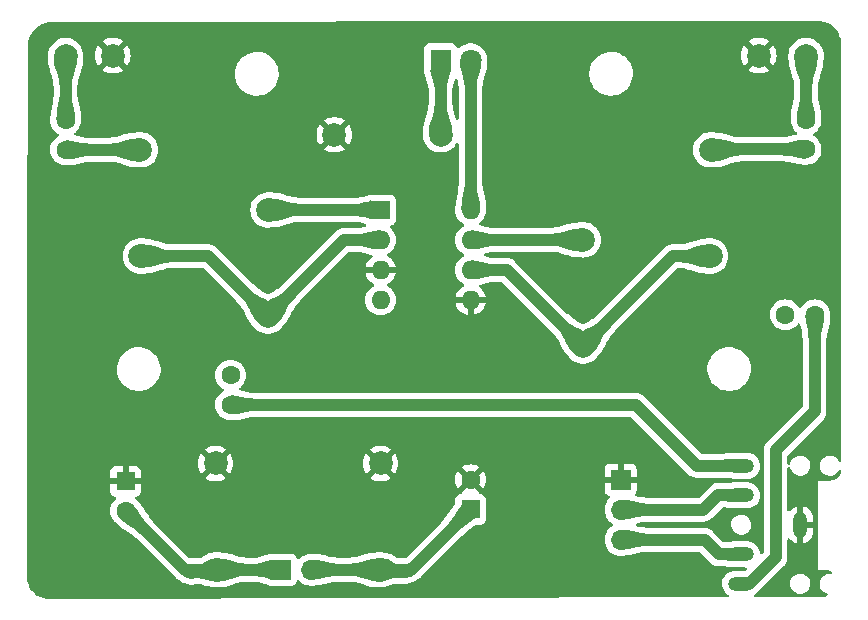
<source format=gtl>
G04 #@! TF.GenerationSoftware,KiCad,Pcbnew,7.0.10*
G04 #@! TF.CreationDate,2024-02-03T19:17:55+01:00*
G04 #@! TF.ProjectId,electrosluch_basic,656c6563-7472-46f7-936c-7563685f6261,rev?*
G04 #@! TF.SameCoordinates,Original*
G04 #@! TF.FileFunction,Copper,L1,Top*
G04 #@! TF.FilePolarity,Positive*
%FSLAX46Y46*%
G04 Gerber Fmt 4.6, Leading zero omitted, Abs format (unit mm)*
G04 Created by KiCad (PCBNEW 7.0.10) date 2024-02-03 19:17:55*
%MOMM*%
%LPD*%
G01*
G04 APERTURE LIST*
G04 #@! TA.AperFunction,ComponentPad*
%ADD10C,1.600000*%
G04 #@! TD*
G04 #@! TA.AperFunction,ComponentPad*
%ADD11C,2.000000*%
G04 #@! TD*
G04 #@! TA.AperFunction,ComponentPad*
%ADD12R,1.600000X1.600000*%
G04 #@! TD*
G04 #@! TA.AperFunction,ComponentPad*
%ADD13R,1.700000X1.700000*%
G04 #@! TD*
G04 #@! TA.AperFunction,ComponentPad*
%ADD14O,1.700000X1.700000*%
G04 #@! TD*
G04 #@! TA.AperFunction,ComponentPad*
%ADD15O,1.600000X1.600000*%
G04 #@! TD*
G04 #@! TA.AperFunction,ComponentPad*
%ADD16O,2.200000X1.200000*%
G04 #@! TD*
G04 #@! TA.AperFunction,ComponentPad*
%ADD17O,1.200000X2.200000*%
G04 #@! TD*
G04 #@! TA.AperFunction,ComponentPad*
%ADD18R,1.800000X1.800000*%
G04 #@! TD*
G04 #@! TA.AperFunction,ComponentPad*
%ADD19C,1.800000*%
G04 #@! TD*
G04 #@! TA.AperFunction,Conductor*
%ADD20C,1.000000*%
G04 #@! TD*
G04 #@! TA.AperFunction,Conductor*
%ADD21C,0.300000*%
G04 #@! TD*
G04 APERTURE END LIST*
D10*
X67780000Y-83020000D03*
X67780000Y-80520000D03*
X53810000Y-61430000D03*
X53810000Y-58930000D03*
D11*
X97625000Y-78050000D03*
X97625000Y-69050000D03*
D12*
X58890000Y-89497000D03*
D10*
X58890000Y-91997000D03*
X117250000Y-75400000D03*
X114750000Y-75400000D03*
D12*
X88100000Y-91870000D03*
D10*
X88100000Y-89370000D03*
D11*
X70955000Y-66515000D03*
X70955000Y-75515000D03*
X80480000Y-96990000D03*
X80480000Y-87990000D03*
D13*
X100800000Y-89370000D03*
D14*
X100800000Y-91910000D03*
X100800000Y-94450000D03*
D11*
X116500000Y-53467000D03*
X112500000Y-53467000D03*
D12*
X80480000Y-66520000D03*
D15*
X80480000Y-69060000D03*
X80480000Y-71600000D03*
X80480000Y-74140000D03*
X88100000Y-74140000D03*
X88100000Y-71600000D03*
X88100000Y-69060000D03*
X88100000Y-66520000D03*
D11*
X53810000Y-53467000D03*
X57810000Y-53467000D03*
X66510000Y-87990000D03*
X66510000Y-96990000D03*
X108420000Y-70430000D03*
X108420000Y-61430000D03*
X85560000Y-60160000D03*
X76560000Y-60160000D03*
D10*
X116500000Y-61390000D03*
X116500000Y-58890000D03*
D16*
X111000000Y-98180000D03*
X111000000Y-95680000D03*
D17*
X116000000Y-93180000D03*
D16*
X111000000Y-88180000D03*
X111000000Y-90680000D03*
D11*
X60150000Y-70430000D03*
X60150000Y-61430000D03*
D13*
X72050793Y-96988207D03*
D14*
X74590793Y-96988207D03*
D18*
X85560000Y-53810000D03*
D19*
X88100000Y-53810000D03*
D20*
X53810000Y-61430000D02*
X60150000Y-61430000D01*
X53810000Y-58930000D02*
X53810000Y-53810000D01*
D21*
X108460000Y-61390000D02*
X108420000Y-61430000D01*
D20*
X116500000Y-61390000D02*
X108460000Y-61390000D01*
X116500000Y-58890000D02*
X116500000Y-53810000D01*
X70955000Y-75515000D02*
X65870000Y-70430000D01*
X77410000Y-69060000D02*
X70955000Y-75515000D01*
X65870000Y-70430000D02*
X60150000Y-70430000D01*
X80480000Y-69060000D02*
X77410000Y-69060000D01*
X97625000Y-78050000D02*
X105245000Y-70430000D01*
X105245000Y-70430000D02*
X108420000Y-70430000D01*
X88100000Y-71600000D02*
X91175000Y-71600000D01*
X91175000Y-71600000D02*
X97625000Y-78050000D01*
X88100000Y-53810000D02*
X88100000Y-66520000D01*
X88060000Y-91910000D02*
X88100000Y-91870000D01*
X80478207Y-96988207D02*
X80480000Y-96990000D01*
X83020000Y-96990000D02*
X88100000Y-91910000D01*
X74591793Y-96988207D02*
X80478207Y-96988207D01*
X80480000Y-96990000D02*
X83020000Y-96990000D01*
X88100000Y-91910000D02*
X88100000Y-91870000D01*
X80480000Y-66520000D02*
X70960000Y-66520000D01*
X70960000Y-66520000D02*
X70955000Y-66515000D01*
D21*
X97615000Y-69060000D02*
X97625000Y-69050000D01*
D20*
X88100000Y-69060000D02*
X97615000Y-69060000D01*
X72049000Y-96990000D02*
X72050793Y-96988207D01*
X66510000Y-96990000D02*
X63883000Y-96990000D01*
X66510000Y-96990000D02*
X72049000Y-96990000D01*
X63883000Y-96990000D02*
X58890000Y-91997000D01*
X102070000Y-83020000D02*
X107230000Y-88180000D01*
X107230000Y-88180000D02*
X111000000Y-88180000D01*
X67780000Y-83020000D02*
X102070000Y-83020000D01*
X113919000Y-86868000D02*
X113919000Y-95936000D01*
X117221000Y-75429000D02*
X117221000Y-83566000D01*
X113919000Y-95936000D02*
X111675000Y-98180000D01*
X117221000Y-83566000D02*
X113919000Y-86868000D01*
X117250000Y-75400000D02*
X117221000Y-75429000D01*
X109095000Y-90680000D02*
X111000000Y-90680000D01*
X107785000Y-91910000D02*
X109055000Y-90640000D01*
X100800000Y-91910000D02*
X107785000Y-91910000D01*
X107912000Y-94450000D02*
X100800000Y-94450000D01*
X109095000Y-95633000D02*
X107912000Y-94450000D01*
X109095000Y-95680000D02*
X111000000Y-95680000D01*
X85560000Y-53810000D02*
X85560000Y-60160000D01*
G04 #@! TA.AperFunction,Conductor*
G36*
X108432486Y-60430855D02*
G01*
X109116909Y-60477775D01*
X109118760Y-60478053D01*
X109606067Y-60591810D01*
X109607006Y-60592072D01*
X110025506Y-60728080D01*
X110514196Y-60842160D01*
X111201145Y-60889252D01*
X111209164Y-60893237D01*
X111212044Y-60900925D01*
X111212044Y-61879200D01*
X111208617Y-61887473D01*
X111201280Y-61890863D01*
X110512167Y-61946159D01*
X110512159Y-61946161D01*
X110024505Y-62080076D01*
X110024497Y-62080078D01*
X110024492Y-62080080D01*
X109891535Y-62131050D01*
X109608081Y-62239716D01*
X109606991Y-62240073D01*
X109120944Y-62373546D01*
X109118782Y-62373927D01*
X108432623Y-62428987D01*
X108424102Y-62426232D01*
X108420024Y-62418260D01*
X108419987Y-62417336D01*
X108419943Y-62373546D01*
X108419000Y-61430000D01*
X108419987Y-60442515D01*
X108423422Y-60434248D01*
X108431699Y-60430829D01*
X108432486Y-60430855D01*
G37*
G04 #@! TD.AperFunction*
G04 #@! TA.AperFunction,Conductor*
G36*
X70967545Y-65515940D02*
G01*
X71654637Y-65567443D01*
X71656648Y-65567772D01*
X72144518Y-65692628D01*
X72145526Y-65692936D01*
X72563973Y-65842240D01*
X73053344Y-65967480D01*
X73743181Y-66019188D01*
X73751173Y-66023223D01*
X73754005Y-66030855D01*
X73754005Y-67009127D01*
X73750578Y-67017400D01*
X73743163Y-67020796D01*
X73053600Y-67071479D01*
X72564097Y-67194240D01*
X72145408Y-67340584D01*
X72144394Y-67340888D01*
X71656387Y-67463274D01*
X71654399Y-67463594D01*
X70967545Y-67514077D01*
X70959043Y-67511265D01*
X70955018Y-67503266D01*
X70954987Y-67502420D01*
X70954948Y-67463594D01*
X70954000Y-66515000D01*
X70954987Y-65527595D01*
X70958422Y-65519327D01*
X70966699Y-65515908D01*
X70967545Y-65515940D01*
G37*
G04 #@! TD.AperFunction*
G04 #@! TA.AperFunction,Conductor*
G36*
X60162540Y-69430930D02*
G01*
X60849767Y-69481924D01*
X60851761Y-69482249D01*
X61339877Y-69605870D01*
X61340878Y-69606172D01*
X61759610Y-69754000D01*
X62249217Y-69877999D01*
X62249221Y-69878000D01*
X62939166Y-69929196D01*
X62947163Y-69933226D01*
X62950000Y-69940864D01*
X62950000Y-70919135D01*
X62946573Y-70927408D01*
X62939166Y-70930803D01*
X62249218Y-70982000D01*
X61759605Y-71106001D01*
X61340889Y-71253823D01*
X61339866Y-71254132D01*
X60851767Y-71377749D01*
X60849761Y-71378075D01*
X60162553Y-71429068D01*
X60154049Y-71426263D01*
X60150019Y-71418266D01*
X60149987Y-71417412D01*
X60149947Y-71377749D01*
X60149000Y-70430000D01*
X60149987Y-69442586D01*
X60153422Y-69434318D01*
X60161699Y-69430899D01*
X60162540Y-69430930D01*
G37*
G04 #@! TD.AperFunction*
G04 #@! TA.AperFunction,Conductor*
G36*
X97620937Y-68053744D02*
G01*
X97624979Y-68061735D01*
X97625012Y-68062606D01*
X97626000Y-69050000D01*
X97626000Y-69050024D01*
X97625012Y-70037430D01*
X97621577Y-70045699D01*
X97613300Y-70049118D01*
X97612463Y-70049087D01*
X96925960Y-69999112D01*
X96923989Y-69998798D01*
X96436089Y-69877647D01*
X96435083Y-69877349D01*
X96016412Y-69732480D01*
X95527032Y-69610960D01*
X95527023Y-69610959D01*
X94837840Y-69560789D01*
X94829837Y-69556771D01*
X94826989Y-69549120D01*
X94826989Y-68570848D01*
X94830416Y-68562575D01*
X94837806Y-68559181D01*
X95527533Y-68506960D01*
X96016664Y-68380480D01*
X96434817Y-68229702D01*
X96435848Y-68229384D01*
X96923452Y-68103299D01*
X96925479Y-68102962D01*
X97612430Y-68050951D01*
X97620937Y-68053744D01*
G37*
G04 #@! TD.AperFunction*
G04 #@! TA.AperFunction,Conductor*
G36*
X99259027Y-75724230D02*
G01*
X99950769Y-76415972D01*
X99954196Y-76424245D01*
X99951359Y-76431883D01*
X99499698Y-76955944D01*
X99241170Y-77389835D01*
X99241166Y-77389843D01*
X99049620Y-77790436D01*
X99049116Y-77791378D01*
X98791384Y-78223935D01*
X98790196Y-78225584D01*
X98340324Y-78747571D01*
X98332327Y-78751601D01*
X98323823Y-78748796D01*
X98323196Y-78748214D01*
X97798746Y-78224812D01*
X97624293Y-78050707D01*
X96926784Y-77351802D01*
X96923366Y-77343526D01*
X96926801Y-77335257D01*
X96927428Y-77334675D01*
X97449422Y-76884795D01*
X97451054Y-76883620D01*
X97883630Y-76625875D01*
X97884550Y-76625383D01*
X98285162Y-76433828D01*
X98719050Y-76175302D01*
X99243116Y-75723639D01*
X99251620Y-75720835D01*
X99259027Y-75724230D01*
G37*
G04 #@! TD.AperFunction*
G04 #@! TA.AperFunction,Conductor*
G36*
X116496114Y-60593649D02*
G01*
X116499997Y-60601718D01*
X116500015Y-60602356D01*
X116501000Y-61390000D01*
X116501000Y-61390030D01*
X116500015Y-62177643D01*
X116496578Y-62185911D01*
X116488300Y-62189328D01*
X116487662Y-62189310D01*
X115942368Y-62158842D01*
X115940844Y-62158656D01*
X115549196Y-62084475D01*
X115548397Y-62084294D01*
X115211208Y-61995602D01*
X115211206Y-61995601D01*
X115211200Y-61995600D01*
X114928766Y-61942104D01*
X114818401Y-61921200D01*
X114271047Y-61890617D01*
X114262978Y-61886734D01*
X114260000Y-61878935D01*
X114260000Y-60901064D01*
X114263427Y-60892791D01*
X114271045Y-60889382D01*
X114818400Y-60858800D01*
X115211200Y-60784400D01*
X115548424Y-60695698D01*
X115549169Y-60695530D01*
X115940846Y-60621342D01*
X115942366Y-60621157D01*
X116487662Y-60590689D01*
X116496114Y-60593649D01*
G37*
G04 #@! TD.AperFunction*
G04 #@! TA.AperFunction,Conductor*
G36*
X87308788Y-91547415D02*
G01*
X88096204Y-91867463D01*
X88102577Y-91873753D01*
X88102587Y-91873776D01*
X88432899Y-92661157D01*
X88432939Y-92670112D01*
X88428667Y-92675373D01*
X88084355Y-92908353D01*
X87732091Y-93164715D01*
X87379825Y-93439079D01*
X87027595Y-93731413D01*
X86683561Y-94034526D01*
X86675088Y-94037424D01*
X86667553Y-94034020D01*
X85975738Y-93342205D01*
X85972311Y-93333932D01*
X85974993Y-93326479D01*
X86234570Y-93012512D01*
X86447851Y-92740127D01*
X86500933Y-92672338D01*
X86612536Y-92522265D01*
X86767285Y-92314177D01*
X87033642Y-91938010D01*
X87294689Y-91551702D01*
X87302159Y-91546767D01*
X87308788Y-91547415D01*
G37*
G04 #@! TD.AperFunction*
G04 #@! TA.AperFunction,Conductor*
G36*
X100812400Y-91060759D02*
G01*
X101393081Y-91096348D01*
X101394745Y-91096570D01*
X101810550Y-91183114D01*
X101811375Y-91183319D01*
X102169036Y-91286800D01*
X102586073Y-91373600D01*
X103169017Y-91409326D01*
X103177064Y-91413252D01*
X103180000Y-91421004D01*
X103180000Y-92398995D01*
X103176573Y-92407268D01*
X103169016Y-92410673D01*
X102883637Y-92428163D01*
X102586073Y-92446400D01*
X102377554Y-92489800D01*
X102169033Y-92533200D01*
X101811397Y-92636674D01*
X101810529Y-92636890D01*
X101394747Y-92723428D01*
X101393079Y-92723651D01*
X100812401Y-92759239D01*
X100803933Y-92756325D01*
X100800007Y-92748277D01*
X100799985Y-92747575D01*
X100799000Y-91910028D01*
X100799000Y-91910000D01*
X100799985Y-91072424D01*
X100803422Y-91064155D01*
X100811699Y-91060738D01*
X100812400Y-91060759D01*
G37*
G04 #@! TD.AperFunction*
G04 #@! TA.AperFunction,Conductor*
G36*
X117500502Y-50504235D02*
G01*
X117772248Y-50523161D01*
X117789766Y-50525647D01*
X118051719Y-50582167D01*
X118068703Y-50587124D01*
X118319914Y-50680388D01*
X118336026Y-50687718D01*
X118571386Y-50815826D01*
X118586293Y-50825380D01*
X118741400Y-50941212D01*
X118800992Y-50985715D01*
X118814391Y-50997301D01*
X119004046Y-51186584D01*
X119015658Y-51199961D01*
X119176407Y-51414337D01*
X119185995Y-51429232D01*
X119314561Y-51664334D01*
X119321928Y-51680444D01*
X119415677Y-51931454D01*
X119420674Y-51948449D01*
X119477702Y-52210266D01*
X119480226Y-52227799D01*
X119499683Y-52499498D01*
X119500000Y-52508355D01*
X119500000Y-87751861D01*
X119480315Y-87818900D01*
X119427511Y-87864655D01*
X119358353Y-87874599D01*
X119294797Y-87845574D01*
X119266445Y-87809944D01*
X119208101Y-87699897D01*
X119088337Y-87558900D01*
X118941064Y-87446946D01*
X118773167Y-87369268D01*
X118773163Y-87369266D01*
X118592497Y-87329500D01*
X118453887Y-87329500D01*
X118453883Y-87329500D01*
X118316088Y-87344486D01*
X118140776Y-87403557D01*
X118140774Y-87403558D01*
X117982262Y-87498931D01*
X117982261Y-87498932D01*
X117847959Y-87626149D01*
X117744138Y-87779276D01*
X117675669Y-87951122D01*
X117664377Y-88020000D01*
X117653745Y-88084858D01*
X117645740Y-88133685D01*
X117655755Y-88318406D01*
X117655755Y-88318411D01*
X117705244Y-88496656D01*
X117705247Y-88496662D01*
X117791898Y-88660102D01*
X117854540Y-88733850D01*
X117911663Y-88801100D01*
X118058936Y-88913054D01*
X118226833Y-88990732D01*
X118226834Y-88990732D01*
X118226836Y-88990733D01*
X118281648Y-89002797D01*
X118407503Y-89030500D01*
X118407506Y-89030500D01*
X118546107Y-89030500D01*
X118546113Y-89030500D01*
X118683910Y-89015514D01*
X118859221Y-88956444D01*
X119017736Y-88861070D01*
X119152041Y-88733849D01*
X119237718Y-88607483D01*
X119291631Y-88563043D01*
X119361013Y-88554805D01*
X119423835Y-88585385D01*
X119460152Y-88645075D01*
X119459012Y-88713066D01*
X119427424Y-88817198D01*
X119418121Y-88839656D01*
X119337227Y-88990998D01*
X119323722Y-89011210D01*
X119214854Y-89143866D01*
X119197666Y-89161054D01*
X119065010Y-89269922D01*
X119044798Y-89283427D01*
X118893456Y-89364321D01*
X118870998Y-89373624D01*
X118706775Y-89423440D01*
X118682935Y-89428182D01*
X118564133Y-89439883D01*
X118500000Y-89446200D01*
X117500000Y-89446200D01*
X117500000Y-97000000D01*
X118250000Y-96995000D01*
X118402648Y-97011243D01*
X118429864Y-97017291D01*
X118561759Y-97062668D01*
X118586939Y-97074648D01*
X118628034Y-97100225D01*
X118674549Y-97152361D01*
X118685493Y-97221368D01*
X118657391Y-97285337D01*
X118599166Y-97323959D01*
X118562512Y-97329500D01*
X118453883Y-97329500D01*
X118316088Y-97344486D01*
X118140776Y-97403557D01*
X118140774Y-97403558D01*
X117982262Y-97498931D01*
X117982261Y-97498932D01*
X117847959Y-97626149D01*
X117744138Y-97779276D01*
X117675669Y-97951122D01*
X117660631Y-98042851D01*
X117646771Y-98127398D01*
X117645740Y-98133685D01*
X117655755Y-98318406D01*
X117655755Y-98318411D01*
X117705244Y-98496656D01*
X117705247Y-98496662D01*
X117791898Y-98660102D01*
X117911662Y-98801099D01*
X117911663Y-98801100D01*
X118058936Y-98913054D01*
X118226833Y-98990732D01*
X118226838Y-98990733D01*
X118233208Y-98992880D01*
X118232708Y-98994361D01*
X118286854Y-99024093D01*
X118320193Y-99085495D01*
X118315044Y-99155175D01*
X118273040Y-99211009D01*
X118235242Y-99230141D01*
X118082169Y-99276972D01*
X118058383Y-99281766D01*
X117851050Y-99302759D01*
X117838921Y-99303389D01*
X112189440Y-99319884D01*
X112122343Y-99300396D01*
X112076435Y-99247726D01*
X112066289Y-99178596D01*
X112095128Y-99114956D01*
X112112414Y-99098424D01*
X112174778Y-99049380D01*
X112183179Y-99043325D01*
X112310519Y-98959402D01*
X113136235Y-98133685D01*
X115145740Y-98133685D01*
X115155755Y-98318406D01*
X115155755Y-98318411D01*
X115205244Y-98496656D01*
X115205247Y-98496662D01*
X115291898Y-98660102D01*
X115411662Y-98801099D01*
X115411663Y-98801100D01*
X115558936Y-98913054D01*
X115726833Y-98990732D01*
X115726834Y-98990732D01*
X115726836Y-98990733D01*
X115781648Y-99002797D01*
X115907503Y-99030500D01*
X115907506Y-99030500D01*
X116046107Y-99030500D01*
X116046113Y-99030500D01*
X116183910Y-99015514D01*
X116359221Y-98956444D01*
X116517736Y-98861070D01*
X116652041Y-98733849D01*
X116755858Y-98580730D01*
X116761557Y-98566428D01*
X116791314Y-98491742D01*
X116824331Y-98408875D01*
X116854260Y-98226317D01*
X116844245Y-98041593D01*
X116840159Y-98026876D01*
X116794755Y-97863343D01*
X116794752Y-97863337D01*
X116708101Y-97699897D01*
X116588337Y-97558900D01*
X116509449Y-97498931D01*
X116441064Y-97446946D01*
X116273167Y-97369268D01*
X116273163Y-97369266D01*
X116092497Y-97329500D01*
X115953887Y-97329500D01*
X115953883Y-97329500D01*
X115816088Y-97344486D01*
X115640776Y-97403557D01*
X115640774Y-97403558D01*
X115482262Y-97498931D01*
X115482261Y-97498932D01*
X115347959Y-97626149D01*
X115244138Y-97779276D01*
X115175669Y-97951122D01*
X115160631Y-98042851D01*
X115146771Y-98127398D01*
X115145740Y-98133685D01*
X113136235Y-98133685D01*
X114616390Y-96653528D01*
X114618559Y-96651413D01*
X114682053Y-96591059D01*
X114715752Y-96542641D01*
X114721428Y-96535113D01*
X114758698Y-96489407D01*
X114772782Y-96462444D01*
X114780919Y-96449013D01*
X114785069Y-96443051D01*
X114798295Y-96424049D01*
X114821563Y-96369825D01*
X114825582Y-96361361D01*
X114852909Y-96309049D01*
X114861275Y-96279808D01*
X114866544Y-96265009D01*
X114878538Y-96237062D01*
X114878540Y-96237058D01*
X114890421Y-96179238D01*
X114892650Y-96170155D01*
X114908886Y-96113418D01*
X114911196Y-96083080D01*
X114913376Y-96067540D01*
X114919500Y-96037743D01*
X114919500Y-95978754D01*
X114919858Y-95969339D01*
X114921328Y-95950030D01*
X114924337Y-95910524D01*
X114920493Y-95880339D01*
X114919500Y-95864675D01*
X114919500Y-94443785D01*
X114939185Y-94376746D01*
X114991989Y-94330991D01*
X115061147Y-94321047D01*
X115124703Y-94350072D01*
X115140971Y-94367133D01*
X115200273Y-94442542D01*
X115359030Y-94580105D01*
X115359041Y-94580114D01*
X115540960Y-94685144D01*
X115540967Y-94685147D01*
X115739487Y-94753856D01*
X115750000Y-94755367D01*
X115750000Y-93702532D01*
X115800000Y-93702532D01*
X115815173Y-93769008D01*
X115872095Y-93840387D01*
X115954351Y-93880000D01*
X116045649Y-93880000D01*
X116127905Y-93840387D01*
X116184827Y-93769008D01*
X116200000Y-93702532D01*
X116200000Y-93430000D01*
X116250000Y-93430000D01*
X116250000Y-94751257D01*
X116361409Y-94724229D01*
X116552507Y-94636959D01*
X116723619Y-94515110D01*
X116723625Y-94515104D01*
X116868592Y-94363067D01*
X116982166Y-94186342D01*
X117060244Y-93991314D01*
X117100000Y-93785037D01*
X117100000Y-93430000D01*
X116250000Y-93430000D01*
X116200000Y-93430000D01*
X116200000Y-92657468D01*
X116184827Y-92590992D01*
X116127905Y-92519613D01*
X116045649Y-92480000D01*
X115954351Y-92480000D01*
X115872095Y-92519613D01*
X115815173Y-92590992D01*
X115800000Y-92657468D01*
X115800000Y-93702532D01*
X115750000Y-93702532D01*
X115750000Y-91608740D01*
X115749999Y-91608740D01*
X115638594Y-91635768D01*
X115638582Y-91635772D01*
X115447497Y-91723037D01*
X115447496Y-91723038D01*
X115276380Y-91844889D01*
X115276374Y-91844895D01*
X115133243Y-91995007D01*
X115072734Y-92029942D01*
X115002943Y-92026617D01*
X114946029Y-91986089D01*
X114920061Y-91921224D01*
X114919500Y-91909437D01*
X114919500Y-91604632D01*
X116250000Y-91604632D01*
X116250000Y-92930000D01*
X117100000Y-92930000D01*
X117100000Y-92627601D01*
X117085034Y-92470877D01*
X117085033Y-92470873D01*
X117025850Y-92269313D01*
X116929586Y-92082585D01*
X116799731Y-91917462D01*
X116799728Y-91917459D01*
X116640969Y-91779894D01*
X116640958Y-91779885D01*
X116459039Y-91674855D01*
X116459032Y-91674852D01*
X116260516Y-91606144D01*
X116250000Y-91604632D01*
X114919500Y-91604632D01*
X114919500Y-88377603D01*
X114939185Y-88310564D01*
X114991989Y-88264809D01*
X115061147Y-88254865D01*
X115124703Y-88283890D01*
X115162477Y-88342668D01*
X115162980Y-88344430D01*
X115205244Y-88496656D01*
X115205247Y-88496662D01*
X115291898Y-88660102D01*
X115354540Y-88733850D01*
X115411663Y-88801100D01*
X115558936Y-88913054D01*
X115726833Y-88990732D01*
X115726834Y-88990732D01*
X115726836Y-88990733D01*
X115781648Y-89002797D01*
X115907503Y-89030500D01*
X115907506Y-89030500D01*
X116046107Y-89030500D01*
X116046113Y-89030500D01*
X116183910Y-89015514D01*
X116359221Y-88956444D01*
X116517736Y-88861070D01*
X116652041Y-88733849D01*
X116755858Y-88580730D01*
X116766188Y-88554805D01*
X116792008Y-88490000D01*
X116824331Y-88408875D01*
X116854260Y-88226317D01*
X116844245Y-88041593D01*
X116835728Y-88010916D01*
X116794755Y-87863343D01*
X116794752Y-87863337D01*
X116708101Y-87699897D01*
X116588337Y-87558900D01*
X116441064Y-87446946D01*
X116273167Y-87369268D01*
X116273163Y-87369266D01*
X116092497Y-87329500D01*
X115953887Y-87329500D01*
X115953883Y-87329500D01*
X115816088Y-87344486D01*
X115640776Y-87403557D01*
X115640774Y-87403558D01*
X115482262Y-87498931D01*
X115482261Y-87498932D01*
X115347959Y-87626149D01*
X115244138Y-87779276D01*
X115175668Y-87951124D01*
X115175667Y-87951128D01*
X115165866Y-88010916D01*
X115135595Y-88073888D01*
X115076085Y-88110497D01*
X115006229Y-88109121D01*
X114948206Y-88070196D01*
X114920438Y-88006081D01*
X114919500Y-87990855D01*
X114919500Y-87333781D01*
X114939185Y-87266742D01*
X114955814Y-87246105D01*
X117918389Y-84283529D01*
X117920558Y-84281414D01*
X117984053Y-84221059D01*
X118017752Y-84172641D01*
X118023428Y-84165113D01*
X118060698Y-84119407D01*
X118074782Y-84092444D01*
X118082919Y-84079013D01*
X118098367Y-84056819D01*
X118100295Y-84054049D01*
X118123563Y-83999825D01*
X118127582Y-83991361D01*
X118154909Y-83939049D01*
X118163275Y-83909808D01*
X118168544Y-83895009D01*
X118180538Y-83867062D01*
X118180540Y-83867058D01*
X118192421Y-83809238D01*
X118194650Y-83800155D01*
X118210886Y-83743418D01*
X118213196Y-83713080D01*
X118215376Y-83697540D01*
X118221500Y-83667743D01*
X118221500Y-83608754D01*
X118221858Y-83599339D01*
X118226337Y-83540524D01*
X118222493Y-83510339D01*
X118221500Y-83494675D01*
X118221500Y-77689737D01*
X118224074Y-77664603D01*
X118226225Y-77654212D01*
X118256981Y-77153009D01*
X118259356Y-77135308D01*
X118259739Y-77133470D01*
X118326762Y-76811888D01*
X118329050Y-76802692D01*
X118332459Y-76790926D01*
X118419601Y-76490144D01*
X118424640Y-76471414D01*
X118424856Y-76470545D01*
X118429150Y-76451745D01*
X118510478Y-76061521D01*
X118516624Y-76025586D01*
X118516848Y-76023916D01*
X118520386Y-75987677D01*
X118553789Y-75443364D01*
X118554490Y-75428235D01*
X118554512Y-75427533D01*
X118554366Y-75423629D01*
X118554752Y-75408177D01*
X118555468Y-75400000D01*
X118552280Y-75363567D01*
X118551929Y-75357931D01*
X118551346Y-75352890D01*
X118535635Y-75173308D01*
X118476739Y-74953504D01*
X118380568Y-74747266D01*
X118250047Y-74560861D01*
X118250045Y-74560858D01*
X118089141Y-74399954D01*
X117902734Y-74269432D01*
X117902732Y-74269431D01*
X117696497Y-74173261D01*
X117696488Y-74173258D01*
X117476697Y-74114366D01*
X117476693Y-74114365D01*
X117476692Y-74114365D01*
X117476691Y-74114364D01*
X117476686Y-74114364D01*
X117250002Y-74094532D01*
X117249998Y-74094532D01*
X117023313Y-74114364D01*
X117023302Y-74114366D01*
X116803511Y-74173258D01*
X116803502Y-74173261D01*
X116597267Y-74269431D01*
X116597265Y-74269432D01*
X116410858Y-74399954D01*
X116249954Y-74560858D01*
X116119433Y-74747264D01*
X116119432Y-74747266D01*
X116112380Y-74762387D01*
X116066209Y-74814825D01*
X115999015Y-74833976D01*
X115932134Y-74813760D01*
X115887619Y-74762387D01*
X115880568Y-74747266D01*
X115750047Y-74560861D01*
X115750045Y-74560858D01*
X115589141Y-74399954D01*
X115402734Y-74269432D01*
X115402732Y-74269431D01*
X115196497Y-74173261D01*
X115196488Y-74173258D01*
X114976697Y-74114366D01*
X114976693Y-74114365D01*
X114976692Y-74114365D01*
X114976691Y-74114364D01*
X114976686Y-74114364D01*
X114750002Y-74094532D01*
X114749998Y-74094532D01*
X114523313Y-74114364D01*
X114523302Y-74114366D01*
X114303511Y-74173258D01*
X114303502Y-74173261D01*
X114097267Y-74269431D01*
X114097265Y-74269432D01*
X113910858Y-74399954D01*
X113749954Y-74560858D01*
X113619432Y-74747265D01*
X113619431Y-74747267D01*
X113523261Y-74953502D01*
X113523258Y-74953511D01*
X113464366Y-75173302D01*
X113464364Y-75173313D01*
X113444532Y-75399998D01*
X113444532Y-75400001D01*
X113464364Y-75626686D01*
X113464366Y-75626697D01*
X113523258Y-75846488D01*
X113523261Y-75846497D01*
X113619431Y-76052732D01*
X113619432Y-76052734D01*
X113749954Y-76239141D01*
X113910858Y-76400045D01*
X113910861Y-76400047D01*
X114097266Y-76530568D01*
X114303504Y-76626739D01*
X114523308Y-76685635D01*
X114685230Y-76699801D01*
X114749998Y-76705468D01*
X114750000Y-76705468D01*
X114750002Y-76705468D01*
X114806673Y-76700509D01*
X114976692Y-76685635D01*
X115196496Y-76626739D01*
X115402734Y-76530568D01*
X115589139Y-76400047D01*
X115750047Y-76239139D01*
X115789035Y-76183456D01*
X115843609Y-76139833D01*
X115913107Y-76132639D01*
X115975462Y-76164160D01*
X116010877Y-76224390D01*
X116012826Y-76233629D01*
X116047093Y-76433520D01*
X116048273Y-76439782D01*
X116050176Y-76449881D01*
X116050326Y-76450611D01*
X116050580Y-76451757D01*
X116053711Y-76465888D01*
X116129183Y-76783183D01*
X116130766Y-76790926D01*
X116188238Y-77126180D01*
X116189862Y-77140858D01*
X116215583Y-77648688D01*
X116219884Y-77695548D01*
X116219413Y-77695591D01*
X116220500Y-77707404D01*
X116220500Y-83100217D01*
X116200815Y-83167256D01*
X116184181Y-83187898D01*
X113221646Y-86150432D01*
X113219399Y-86152624D01*
X113155946Y-86212942D01*
X113122245Y-86261361D01*
X113116574Y-86268882D01*
X113079302Y-86314592D01*
X113079298Y-86314598D01*
X113065209Y-86341568D01*
X113057082Y-86354983D01*
X113039702Y-86379955D01*
X113016438Y-86434165D01*
X113012398Y-86442672D01*
X112985090Y-86494951D01*
X112985090Y-86494952D01*
X112976720Y-86524201D01*
X112971459Y-86538979D01*
X112959459Y-86566943D01*
X112952093Y-86602787D01*
X112950276Y-86611632D01*
X112947588Y-86624711D01*
X112945342Y-86633860D01*
X112929113Y-86690577D01*
X112926802Y-86720926D01*
X112924622Y-86736466D01*
X112918500Y-86766258D01*
X112918500Y-86825240D01*
X112918142Y-86834656D01*
X112913662Y-86893474D01*
X112917506Y-86923649D01*
X112918500Y-86939317D01*
X112918500Y-95470216D01*
X112898815Y-95537255D01*
X112882181Y-95557897D01*
X112807151Y-95632927D01*
X112745828Y-95666412D01*
X112676136Y-95661428D01*
X112620203Y-95619556D01*
X112595786Y-95554092D01*
X112595610Y-95551144D01*
X112595224Y-95543046D01*
X112594254Y-95522670D01*
X112544704Y-95318424D01*
X112544701Y-95318417D01*
X112457401Y-95127256D01*
X112457398Y-95127251D01*
X112457397Y-95127250D01*
X112457396Y-95127247D01*
X112335486Y-94956048D01*
X112335484Y-94956046D01*
X112335479Y-94956040D01*
X112183379Y-94811014D01*
X112006574Y-94697388D01*
X111976649Y-94685408D01*
X111855630Y-94636959D01*
X111811455Y-94619274D01*
X111605086Y-94579500D01*
X111605085Y-94579500D01*
X110473738Y-94579500D01*
X110470091Y-94579446D01*
X110469006Y-94579414D01*
X110436551Y-94578458D01*
X110436537Y-94578459D01*
X110323719Y-94591305D01*
X110321483Y-94591539D01*
X110290778Y-94594472D01*
X110288049Y-94594998D01*
X110278618Y-94596442D01*
X110168411Y-94608992D01*
X110165805Y-94609261D01*
X109898022Y-94634037D01*
X109895402Y-94634251D01*
X109627848Y-94653296D01*
X109625214Y-94653455D01*
X109589824Y-94655218D01*
X109521888Y-94638894D01*
X109495973Y-94619053D01*
X108629567Y-93752647D01*
X108627374Y-93750398D01*
X108567061Y-93686949D01*
X108567060Y-93686948D01*
X108567059Y-93686947D01*
X108518640Y-93653246D01*
X108511120Y-93647575D01*
X108465413Y-93610305D01*
X108465406Y-93610301D01*
X108438441Y-93596216D01*
X108425026Y-93588089D01*
X108400049Y-93570705D01*
X108400046Y-93570703D01*
X108400045Y-93570703D01*
X108400041Y-93570701D01*
X108345845Y-93547443D01*
X108337336Y-93543402D01*
X108285057Y-93516094D01*
X108285046Y-93516090D01*
X108255806Y-93507723D01*
X108241021Y-93502459D01*
X108213058Y-93490459D01*
X108155273Y-93478583D01*
X108146127Y-93476338D01*
X108089423Y-93460113D01*
X108065699Y-93458306D01*
X108059072Y-93457801D01*
X108043533Y-93455622D01*
X108013742Y-93449500D01*
X108013741Y-93449500D01*
X107954759Y-93449500D01*
X107945344Y-93449142D01*
X107942643Y-93448936D01*
X107886524Y-93444662D01*
X107856349Y-93448506D01*
X107840682Y-93449500D01*
X103235481Y-93449500D01*
X103210361Y-93446929D01*
X103199939Y-93444773D01*
X103127877Y-93440356D01*
X102662307Y-93411823D01*
X102644625Y-93409453D01*
X102295613Y-93336812D01*
X102286417Y-93334529D01*
X102164013Y-93299114D01*
X102105085Y-93261572D01*
X102075809Y-93198132D01*
X102084814Y-93133685D01*
X110145740Y-93133685D01*
X110155755Y-93318406D01*
X110155755Y-93318411D01*
X110205244Y-93496656D01*
X110205247Y-93496662D01*
X110291898Y-93660102D01*
X110398019Y-93785037D01*
X110411663Y-93801100D01*
X110558936Y-93913054D01*
X110726833Y-93990732D01*
X110726834Y-93990732D01*
X110726836Y-93990733D01*
X110781648Y-94002797D01*
X110907503Y-94030500D01*
X110907506Y-94030500D01*
X111046107Y-94030500D01*
X111046113Y-94030500D01*
X111183910Y-94015514D01*
X111359221Y-93956444D01*
X111517736Y-93861070D01*
X111652041Y-93733849D01*
X111755858Y-93580730D01*
X111756906Y-93578101D01*
X111805705Y-93455622D01*
X111824331Y-93408875D01*
X111854260Y-93226317D01*
X111844245Y-93041593D01*
X111840529Y-93028208D01*
X111794755Y-92863343D01*
X111794752Y-92863337D01*
X111708101Y-92699897D01*
X111588337Y-92558900D01*
X111441064Y-92446946D01*
X111273167Y-92369268D01*
X111273163Y-92369266D01*
X111092497Y-92329500D01*
X110953887Y-92329500D01*
X110953883Y-92329500D01*
X110816088Y-92344486D01*
X110640776Y-92403557D01*
X110640774Y-92403558D01*
X110482262Y-92498931D01*
X110482261Y-92498932D01*
X110347959Y-92626149D01*
X110244138Y-92779276D01*
X110175669Y-92951122D01*
X110160838Y-93041588D01*
X110146052Y-93131784D01*
X110145740Y-93133685D01*
X102084814Y-93133685D01*
X102085478Y-93128935D01*
X102131024Y-93075950D01*
X102164007Y-93060886D01*
X102286441Y-93025462D01*
X102295589Y-93023191D01*
X102644627Y-92950544D01*
X102662303Y-92948175D01*
X103199939Y-92915226D01*
X103238420Y-92911386D01*
X103238422Y-92911385D01*
X103241151Y-92911113D01*
X103253466Y-92910500D01*
X107770721Y-92910500D01*
X107773863Y-92910540D01*
X107861358Y-92912757D01*
X107861358Y-92912756D01*
X107861363Y-92912757D01*
X107919425Y-92902349D01*
X107928754Y-92901041D01*
X107987438Y-92895074D01*
X108016471Y-92885964D01*
X108031700Y-92882226D01*
X108061653Y-92876858D01*
X108061657Y-92876856D01*
X108061659Y-92876856D01*
X108116423Y-92854980D01*
X108125292Y-92851821D01*
X108181588Y-92834159D01*
X108208200Y-92819387D01*
X108222362Y-92812662D01*
X108250617Y-92801377D01*
X108299879Y-92768909D01*
X108307910Y-92764043D01*
X108359502Y-92735409D01*
X108359509Y-92735402D01*
X108359512Y-92735401D01*
X108382583Y-92715594D01*
X108395125Y-92706137D01*
X108420519Y-92689402D01*
X108462226Y-92647694D01*
X108469138Y-92641288D01*
X108513895Y-92602866D01*
X108532524Y-92578798D01*
X108542884Y-92567035D01*
X109375005Y-91734913D01*
X109436326Y-91701430D01*
X109468848Y-91698750D01*
X109625279Y-91706544D01*
X109627785Y-91706696D01*
X109895419Y-91725746D01*
X109898006Y-91725957D01*
X110165784Y-91750733D01*
X110168360Y-91750999D01*
X110343258Y-91770917D01*
X110352676Y-91772359D01*
X110394915Y-91780500D01*
X110420366Y-91780500D01*
X110434395Y-91781296D01*
X110436547Y-91781541D01*
X110462077Y-91783140D01*
X110487768Y-91784751D01*
X110487764Y-91784751D01*
X110490134Y-91784779D01*
X110490137Y-91784779D01*
X110490137Y-91784778D01*
X110490140Y-91784779D01*
X110530560Y-91781029D01*
X110542012Y-91780500D01*
X111552419Y-91780500D01*
X111552425Y-91780500D01*
X111709218Y-91765528D01*
X111910875Y-91706316D01*
X112097682Y-91610011D01*
X112262886Y-91480092D01*
X112400519Y-91321256D01*
X112505604Y-91139244D01*
X112574344Y-90940633D01*
X112604254Y-90732602D01*
X112594254Y-90522670D01*
X112544704Y-90318424D01*
X112521597Y-90267827D01*
X112457401Y-90127256D01*
X112457398Y-90127251D01*
X112457397Y-90127250D01*
X112457396Y-90127247D01*
X112335486Y-89956048D01*
X112335484Y-89956046D01*
X112335479Y-89956040D01*
X112183379Y-89811014D01*
X112006574Y-89697388D01*
X111811455Y-89619274D01*
X111605086Y-89579500D01*
X111605085Y-89579500D01*
X110473738Y-89579500D01*
X110470091Y-89579446D01*
X110469006Y-89579414D01*
X110436551Y-89578458D01*
X110436537Y-89578459D01*
X110323719Y-89591305D01*
X110321483Y-89591539D01*
X110290778Y-89594472D01*
X110288049Y-89594998D01*
X110278618Y-89596442D01*
X110168411Y-89608992D01*
X110165805Y-89609261D01*
X109898022Y-89634037D01*
X109895402Y-89634251D01*
X109627850Y-89653296D01*
X109625216Y-89653455D01*
X109357546Y-89666791D01*
X109354907Y-89666895D01*
X109310957Y-89668147D01*
X109279396Y-89664987D01*
X109252839Y-89658824D01*
X109182051Y-89642397D01*
X109182053Y-89642397D01*
X108978639Y-89637244D01*
X108978634Y-89637244D01*
X108778352Y-89673140D01*
X108778345Y-89673142D01*
X108589383Y-89748623D01*
X108589371Y-89748629D01*
X108419482Y-89860596D01*
X108419478Y-89860599D01*
X107406899Y-90873181D01*
X107345576Y-90906666D01*
X107319218Y-90909500D01*
X103235481Y-90909500D01*
X103210361Y-90906929D01*
X103199939Y-90904773D01*
X103127877Y-90900356D01*
X102662307Y-90871823D01*
X102644625Y-90869453D01*
X102295613Y-90796812D01*
X102286417Y-90794529D01*
X102095451Y-90739277D01*
X102036523Y-90701735D01*
X102007247Y-90638295D01*
X102016916Y-90569098D01*
X102030648Y-90545850D01*
X102093352Y-90462089D01*
X102093354Y-90462086D01*
X102143596Y-90327379D01*
X102143598Y-90327372D01*
X102149999Y-90267844D01*
X102150000Y-90267827D01*
X102150000Y-89620000D01*
X101233686Y-89620000D01*
X101259493Y-89579844D01*
X101300000Y-89441889D01*
X101300000Y-89298111D01*
X101259493Y-89160156D01*
X101233686Y-89120000D01*
X102150000Y-89120000D01*
X102150000Y-88472172D01*
X102149999Y-88472155D01*
X102143598Y-88412627D01*
X102143596Y-88412620D01*
X102093354Y-88277913D01*
X102093350Y-88277906D01*
X102007190Y-88162812D01*
X102007187Y-88162809D01*
X101892093Y-88076649D01*
X101892086Y-88076645D01*
X101757379Y-88026403D01*
X101757372Y-88026401D01*
X101697844Y-88020000D01*
X101050000Y-88020000D01*
X101050000Y-88934498D01*
X100942315Y-88885320D01*
X100835763Y-88870000D01*
X100764237Y-88870000D01*
X100657685Y-88885320D01*
X100550000Y-88934498D01*
X100550000Y-88020000D01*
X99902155Y-88020000D01*
X99842627Y-88026401D01*
X99842620Y-88026403D01*
X99707913Y-88076645D01*
X99707906Y-88076649D01*
X99592812Y-88162809D01*
X99592809Y-88162812D01*
X99506649Y-88277906D01*
X99506645Y-88277913D01*
X99456403Y-88412620D01*
X99456401Y-88412627D01*
X99450000Y-88472155D01*
X99450000Y-89120000D01*
X100366314Y-89120000D01*
X100340507Y-89160156D01*
X100300000Y-89298111D01*
X100300000Y-89441889D01*
X100340507Y-89579844D01*
X100366314Y-89620000D01*
X99450000Y-89620000D01*
X99450000Y-90267844D01*
X99456401Y-90327372D01*
X99456403Y-90327379D01*
X99506645Y-90462086D01*
X99506649Y-90462093D01*
X99592809Y-90577187D01*
X99592812Y-90577190D01*
X99707906Y-90663350D01*
X99707913Y-90663354D01*
X99839470Y-90712421D01*
X99895403Y-90754292D01*
X99919821Y-90819756D01*
X99904970Y-90888029D01*
X99883819Y-90916284D01*
X99761503Y-91038600D01*
X99625965Y-91232169D01*
X99625964Y-91232171D01*
X99526098Y-91446335D01*
X99526094Y-91446344D01*
X99464938Y-91674586D01*
X99464936Y-91674596D01*
X99444341Y-91909999D01*
X99444341Y-91910000D01*
X99464936Y-92145403D01*
X99464938Y-92145413D01*
X99526094Y-92373655D01*
X99526096Y-92373659D01*
X99526097Y-92373663D01*
X99594155Y-92519613D01*
X99625965Y-92587830D01*
X99625967Y-92587834D01*
X99761501Y-92781395D01*
X99761506Y-92781402D01*
X99928597Y-92948493D01*
X99928603Y-92948498D01*
X100114158Y-93078425D01*
X100157783Y-93133002D01*
X100164977Y-93202500D01*
X100133454Y-93264855D01*
X100114158Y-93281575D01*
X99928597Y-93411505D01*
X99761505Y-93578597D01*
X99625965Y-93772169D01*
X99625964Y-93772171D01*
X99526098Y-93986335D01*
X99526094Y-93986344D01*
X99464938Y-94214586D01*
X99464936Y-94214596D01*
X99444341Y-94449999D01*
X99444341Y-94450000D01*
X99464936Y-94685403D01*
X99464938Y-94685413D01*
X99526094Y-94913655D01*
X99526096Y-94913659D01*
X99526097Y-94913663D01*
X99625693Y-95127247D01*
X99625965Y-95127830D01*
X99625967Y-95127834D01*
X99660969Y-95177821D01*
X99761505Y-95321401D01*
X99928599Y-95488495D01*
X100006506Y-95543046D01*
X100122165Y-95624032D01*
X100122167Y-95624033D01*
X100122170Y-95624035D01*
X100336337Y-95723903D01*
X100336343Y-95723904D01*
X100336344Y-95723905D01*
X100391285Y-95738626D01*
X100564592Y-95785063D01*
X100800000Y-95805659D01*
X100821504Y-95803776D01*
X100842420Y-95803718D01*
X100843324Y-95803792D01*
X101424002Y-95768204D01*
X101460065Y-95764693D01*
X101461733Y-95764470D01*
X101497751Y-95758322D01*
X101913533Y-95671784D01*
X101932599Y-95667430D01*
X101933467Y-95667214D01*
X101951890Y-95662258D01*
X102286441Y-95565462D01*
X102295589Y-95563191D01*
X102644627Y-95490544D01*
X102662303Y-95488175D01*
X103199939Y-95455226D01*
X103238420Y-95451386D01*
X103238422Y-95451385D01*
X103241151Y-95451113D01*
X103253466Y-95450500D01*
X107446217Y-95450500D01*
X107513256Y-95470185D01*
X107533898Y-95486819D01*
X108218719Y-96171640D01*
X108236267Y-96193726D01*
X108299748Y-96295571D01*
X108439941Y-96443053D01*
X108568344Y-96532424D01*
X108606949Y-96559294D01*
X108606950Y-96559294D01*
X108606951Y-96559295D01*
X108793942Y-96639540D01*
X108993259Y-96680500D01*
X109051747Y-96680500D01*
X109072879Y-96682314D01*
X109076230Y-96682893D01*
X109091984Y-96685618D01*
X109354887Y-96693100D01*
X109357498Y-96693203D01*
X109625262Y-96706544D01*
X109627796Y-96706697D01*
X109895419Y-96725746D01*
X109898006Y-96725957D01*
X110165784Y-96750733D01*
X110168360Y-96750999D01*
X110343258Y-96770917D01*
X110352676Y-96772359D01*
X110394915Y-96780500D01*
X110420366Y-96780500D01*
X110434395Y-96781296D01*
X110436547Y-96781541D01*
X110462077Y-96783140D01*
X110487768Y-96784751D01*
X110487764Y-96784751D01*
X110490134Y-96784779D01*
X110490137Y-96784779D01*
X110490137Y-96784778D01*
X110490140Y-96784779D01*
X110530560Y-96781029D01*
X110542012Y-96780500D01*
X111360216Y-96780500D01*
X111427255Y-96800185D01*
X111473010Y-96852989D01*
X111482954Y-96922147D01*
X111453929Y-96985703D01*
X111447898Y-96992180D01*
X111396899Y-97043180D01*
X111335576Y-97076666D01*
X111309217Y-97079500D01*
X110447575Y-97079500D01*
X110290782Y-97094472D01*
X110290778Y-97094473D01*
X110089127Y-97153683D01*
X109902313Y-97249991D01*
X109737116Y-97379905D01*
X109737112Y-97379909D01*
X109599478Y-97538746D01*
X109494398Y-97720750D01*
X109425656Y-97919365D01*
X109425656Y-97919367D01*
X109396189Y-98124323D01*
X109395746Y-98127401D01*
X109405745Y-98337327D01*
X109455296Y-98541578D01*
X109455298Y-98541582D01*
X109542598Y-98732743D01*
X109542601Y-98732748D01*
X109542602Y-98732750D01*
X109542604Y-98732753D01*
X109633976Y-98861067D01*
X109664515Y-98903953D01*
X109664520Y-98903959D01*
X109816622Y-99048987D01*
X109893616Y-99098468D01*
X109939371Y-99151271D01*
X109949315Y-99220430D01*
X109920290Y-99283986D01*
X109861512Y-99321760D01*
X109826939Y-99326782D01*
X52515837Y-99494114D01*
X52506959Y-99493822D01*
X52431012Y-99488593D01*
X52234555Y-99475068D01*
X52216974Y-99472583D01*
X52164336Y-99461250D01*
X51954407Y-99416054D01*
X51937362Y-99411084D01*
X51685558Y-99317633D01*
X51669396Y-99310279D01*
X51433518Y-99181820D01*
X51418573Y-99172233D01*
X51203466Y-99011406D01*
X51190043Y-98999783D01*
X51000112Y-98809882D01*
X50988486Y-98796461D01*
X50827620Y-98581372D01*
X50818031Y-98566428D01*
X50747357Y-98436705D01*
X50689531Y-98330564D01*
X50682185Y-98314428D01*
X50588684Y-98062610D01*
X50583717Y-98045580D01*
X50583352Y-98043884D01*
X50527146Y-97783017D01*
X50524659Y-97765441D01*
X50523804Y-97753052D01*
X50505862Y-97493041D01*
X50505569Y-97484169D01*
X50505584Y-97478801D01*
X50520729Y-91997001D01*
X57584532Y-91997001D01*
X57604364Y-92223686D01*
X57604366Y-92223697D01*
X57663256Y-92443480D01*
X57663261Y-92443497D01*
X57759431Y-92649732D01*
X57759432Y-92649734D01*
X57889951Y-92836137D01*
X57889952Y-92836138D01*
X57889953Y-92836139D01*
X57966707Y-92912893D01*
X57973972Y-92920819D01*
X57996579Y-92947745D01*
X58041053Y-92987512D01*
X58046081Y-92992267D01*
X58050861Y-92997047D01*
X58050865Y-92997050D01*
X58055011Y-93000529D01*
X58055010Y-93000529D01*
X58060298Y-93004721D01*
X58403695Y-93311775D01*
X58403705Y-93311784D01*
X58403708Y-93311786D01*
X58429304Y-93333197D01*
X58430514Y-93334143D01*
X58457186Y-93353625D01*
X58695578Y-93516090D01*
X58786569Y-93578101D01*
X58800735Y-93587412D01*
X58801143Y-93587670D01*
X58801397Y-93587831D01*
X58817153Y-93597414D01*
X59099300Y-93762045D01*
X59106628Y-93766672D01*
X59384554Y-93956079D01*
X59397369Y-93966105D01*
X59675272Y-94214596D01*
X59775171Y-94303922D01*
X59809691Y-94332410D01*
X59818446Y-94340367D01*
X63165450Y-97687371D01*
X63167643Y-97689620D01*
X63227940Y-97753052D01*
X63227947Y-97753058D01*
X63276352Y-97786748D01*
X63283869Y-97792415D01*
X63329593Y-97829698D01*
X63356565Y-97843786D01*
X63369982Y-97851916D01*
X63394951Y-97869295D01*
X63449158Y-97892557D01*
X63457659Y-97896594D01*
X63483173Y-97909921D01*
X63499783Y-97920349D01*
X63642910Y-98026880D01*
X63729282Y-98078663D01*
X63733476Y-98080639D01*
X63828305Y-98114250D01*
X63828310Y-98114251D01*
X63828315Y-98114253D01*
X64193001Y-98203861D01*
X64297733Y-98229595D01*
X64297749Y-98229597D01*
X64297750Y-98229598D01*
X64365615Y-98241437D01*
X64365622Y-98241437D01*
X64365634Y-98241440D01*
X64368800Y-98241772D01*
X64437695Y-98244270D01*
X64897585Y-98229546D01*
X64903075Y-98229494D01*
X65356813Y-98235320D01*
X65387195Y-98239504D01*
X65771139Y-98341999D01*
X65987035Y-98399633D01*
X65987041Y-98399634D01*
X65987043Y-98399635D01*
X66006994Y-98404529D01*
X66006997Y-98404529D01*
X66009231Y-98405077D01*
X66019949Y-98408224D01*
X66076026Y-98427476D01*
X66140385Y-98449571D01*
X66385665Y-98490500D01*
X66516740Y-98490500D01*
X66525254Y-98490792D01*
X66559960Y-98493182D01*
X66591522Y-98490839D01*
X66600698Y-98490500D01*
X66634330Y-98490500D01*
X66634335Y-98490500D01*
X66659365Y-98486322D01*
X66670587Y-98484972D01*
X67247168Y-98442189D01*
X67290847Y-98437029D01*
X67292853Y-98436703D01*
X67335873Y-98427778D01*
X67823972Y-98304161D01*
X67846031Y-98298039D01*
X67847054Y-98297730D01*
X67869170Y-98290490D01*
X68260763Y-98152242D01*
X68271585Y-98148969D01*
X68680111Y-98045503D01*
X68701364Y-98042051D01*
X69336573Y-97994917D01*
X69370163Y-97991236D01*
X69383663Y-97990500D01*
X69604968Y-97990500D01*
X69633584Y-97993847D01*
X69634393Y-97994038D01*
X69635963Y-97994411D01*
X69910131Y-98019176D01*
X69918426Y-98020208D01*
X70182903Y-98062248D01*
X70190917Y-98063796D01*
X70412607Y-98114250D01*
X70456867Y-98124323D01*
X70464568Y-98126337D01*
X70732567Y-98205721D01*
X70739838Y-98208123D01*
X70798680Y-98229591D01*
X71020523Y-98310529D01*
X71020525Y-98310529D01*
X71020532Y-98310532D01*
X71066504Y-98322888D01*
X71077638Y-98326452D01*
X71093310Y-98332298D01*
X71093307Y-98332298D01*
X71102841Y-98333322D01*
X71104505Y-98333501D01*
X71106443Y-98333777D01*
X71109629Y-98334112D01*
X71109631Y-98334113D01*
X71109632Y-98334113D01*
X71113543Y-98334525D01*
X71114947Y-98334624D01*
X71152920Y-98338707D01*
X71241030Y-98338706D01*
X71245305Y-98338779D01*
X71251536Y-98338995D01*
X71251536Y-98338994D01*
X71253976Y-98339079D01*
X71260896Y-98338706D01*
X72948664Y-98338706D01*
X72948665Y-98338706D01*
X73008276Y-98332298D01*
X73143124Y-98282003D01*
X73258339Y-98195753D01*
X73344589Y-98080538D01*
X73393603Y-97949123D01*
X73435474Y-97893191D01*
X73500938Y-97868773D01*
X73569211Y-97883624D01*
X73597466Y-97904776D01*
X73719392Y-98026702D01*
X73796419Y-98080637D01*
X73912958Y-98162239D01*
X73912960Y-98162240D01*
X73912963Y-98162242D01*
X74127130Y-98262110D01*
X74355385Y-98323270D01*
X74590793Y-98343866D01*
X74612297Y-98341983D01*
X74633213Y-98341925D01*
X74634117Y-98341999D01*
X75214795Y-98306411D01*
X75250858Y-98302900D01*
X75252526Y-98302677D01*
X75288544Y-98296529D01*
X75704326Y-98209991D01*
X75723392Y-98205637D01*
X75724260Y-98205421D01*
X75742683Y-98200465D01*
X76077234Y-98103669D01*
X76086382Y-98101398D01*
X76435420Y-98028751D01*
X76453096Y-98026382D01*
X76990732Y-97993433D01*
X77029213Y-97989593D01*
X77029215Y-97989592D01*
X77031944Y-97989320D01*
X77044259Y-97988707D01*
X77620142Y-97988707D01*
X77646855Y-97991618D01*
X77653646Y-97993117D01*
X78288613Y-98040404D01*
X78309945Y-98043884D01*
X78718097Y-98147643D01*
X78728956Y-98150939D01*
X79120384Y-98289655D01*
X79141295Y-98296528D01*
X79142469Y-98296914D01*
X79143464Y-98297216D01*
X79143471Y-98297218D01*
X79143491Y-98297224D01*
X79165716Y-98303417D01*
X79653724Y-98427476D01*
X79653742Y-98427479D01*
X79653743Y-98427480D01*
X79696765Y-98436445D01*
X79697355Y-98436541D01*
X79698786Y-98436775D01*
X79742739Y-98441992D01*
X80319083Y-98484914D01*
X80330274Y-98486263D01*
X80346681Y-98489000D01*
X80355665Y-98490500D01*
X80389459Y-98490500D01*
X80398668Y-98490842D01*
X80429900Y-98493168D01*
X80448581Y-98494212D01*
X80449422Y-98494243D01*
X80449425Y-98494244D01*
X80449431Y-98494243D01*
X80449438Y-98494244D01*
X80521846Y-98491752D01*
X80521852Y-98491750D01*
X80521917Y-98491742D01*
X80539425Y-98490500D01*
X80604335Y-98490500D01*
X80849614Y-98449571D01*
X80982112Y-98404083D01*
X81003412Y-98399115D01*
X81003410Y-98399103D01*
X81003828Y-98399018D01*
X81006580Y-98398376D01*
X81007754Y-98398226D01*
X81609851Y-98231226D01*
X81637757Y-98226828D01*
X82095216Y-98207540D01*
X82099435Y-98207435D01*
X82556132Y-98203861D01*
X82623345Y-98198841D01*
X82625915Y-98198475D01*
X82626426Y-98198403D01*
X82692307Y-98184504D01*
X82692310Y-98184502D01*
X82692320Y-98184501D01*
X83156267Y-98053807D01*
X83244526Y-98019747D01*
X83248428Y-98017804D01*
X83328750Y-97967931D01*
X83370384Y-97936324D01*
X83408234Y-97916779D01*
X83416588Y-97914159D01*
X83443188Y-97899393D01*
X83457362Y-97892662D01*
X83485617Y-97881377D01*
X83534879Y-97848909D01*
X83542910Y-97844043D01*
X83594502Y-97815409D01*
X83594509Y-97815402D01*
X83594512Y-97815401D01*
X83617583Y-97795594D01*
X83630125Y-97786137D01*
X83655519Y-97769402D01*
X83697226Y-97727694D01*
X83704138Y-97721288D01*
X83704765Y-97720750D01*
X83748895Y-97682866D01*
X83767524Y-97658798D01*
X83777884Y-97647035D01*
X83859271Y-97565648D01*
X83868648Y-97557183D01*
X83879029Y-97548732D01*
X83880228Y-97547686D01*
X83941513Y-97483961D01*
X83946476Y-97478801D01*
X83946493Y-97478818D01*
X83949195Y-97475724D01*
X86989499Y-94435419D01*
X87009282Y-94419342D01*
X87017734Y-94413813D01*
X87354817Y-94116822D01*
X87357587Y-94114454D01*
X87458744Y-94030499D01*
X87695181Y-93834267D01*
X87698166Y-93831869D01*
X88034608Y-93569828D01*
X88037789Y-93567432D01*
X88373120Y-93323395D01*
X88376498Y-93321023D01*
X88567473Y-93191799D01*
X88634025Y-93170534D01*
X88636962Y-93170499D01*
X88947871Y-93170499D01*
X88947872Y-93170499D01*
X89007483Y-93164091D01*
X89142331Y-93113796D01*
X89257546Y-93027546D01*
X89343796Y-92912331D01*
X89394091Y-92777483D01*
X89400500Y-92717873D01*
X89400499Y-91022128D01*
X89394091Y-90962517D01*
X89385929Y-90940634D01*
X89343797Y-90827671D01*
X89343793Y-90827664D01*
X89257547Y-90712455D01*
X89257544Y-90712452D01*
X89142335Y-90626206D01*
X89142328Y-90626202D01*
X89007482Y-90575908D01*
X89007483Y-90575908D01*
X88947883Y-90569501D01*
X88947881Y-90569500D01*
X88947873Y-90569500D01*
X88947864Y-90569500D01*
X88944548Y-90569322D01*
X88944627Y-90567847D01*
X88883215Y-90549815D01*
X88837460Y-90497011D01*
X88829969Y-90453522D01*
X88144400Y-89767953D01*
X88225148Y-89755165D01*
X88338045Y-89697641D01*
X88427641Y-89608045D01*
X88485165Y-89495148D01*
X88497953Y-89414400D01*
X89179024Y-90095471D01*
X89230136Y-90022478D01*
X89326264Y-89816331D01*
X89326269Y-89816317D01*
X89385139Y-89596610D01*
X89385141Y-89596599D01*
X89404966Y-89370002D01*
X89404966Y-89369997D01*
X89385141Y-89143400D01*
X89385139Y-89143389D01*
X89326269Y-88923682D01*
X89326264Y-88923668D01*
X89230136Y-88717521D01*
X89230132Y-88717513D01*
X89179025Y-88644526D01*
X88497953Y-89325598D01*
X88485165Y-89244852D01*
X88427641Y-89131955D01*
X88338045Y-89042359D01*
X88225148Y-88984835D01*
X88144401Y-88972046D01*
X88825472Y-88290974D01*
X88752478Y-88239863D01*
X88546331Y-88143735D01*
X88546317Y-88143730D01*
X88326610Y-88084860D01*
X88326599Y-88084858D01*
X88100002Y-88065034D01*
X88099998Y-88065034D01*
X87873400Y-88084858D01*
X87873389Y-88084860D01*
X87653682Y-88143730D01*
X87653673Y-88143734D01*
X87447516Y-88239866D01*
X87447512Y-88239868D01*
X87374526Y-88290973D01*
X87374526Y-88290974D01*
X88055599Y-88972046D01*
X87974852Y-88984835D01*
X87861955Y-89042359D01*
X87772359Y-89131955D01*
X87714835Y-89244852D01*
X87702046Y-89325598D01*
X87020974Y-88644526D01*
X87020973Y-88644526D01*
X86969868Y-88717512D01*
X86969866Y-88717516D01*
X86873734Y-88923673D01*
X86873730Y-88923682D01*
X86814860Y-89143389D01*
X86814858Y-89143400D01*
X86795034Y-89369997D01*
X86795034Y-89370002D01*
X86814858Y-89596599D01*
X86814860Y-89596610D01*
X86873730Y-89816317D01*
X86873735Y-89816331D01*
X86969863Y-90022478D01*
X87020974Y-90095472D01*
X87702046Y-89414400D01*
X87714835Y-89495148D01*
X87772359Y-89608045D01*
X87861955Y-89697641D01*
X87974852Y-89755165D01*
X88055599Y-89767953D01*
X87369352Y-90454199D01*
X87359506Y-90503194D01*
X87310890Y-90553377D01*
X87255367Y-90568049D01*
X87255424Y-90569098D01*
X87255429Y-90569146D01*
X87255426Y-90569146D01*
X87255436Y-90569324D01*
X87252123Y-90569501D01*
X87192516Y-90575908D01*
X87057671Y-90626202D01*
X87057664Y-90626206D01*
X86942455Y-90712452D01*
X86942452Y-90712455D01*
X86856206Y-90827664D01*
X86856202Y-90827671D01*
X86805908Y-90962517D01*
X86801846Y-91000305D01*
X86799501Y-91022123D01*
X86799500Y-91022135D01*
X86799500Y-91343690D01*
X86779815Y-91410729D01*
X86778241Y-91413118D01*
X86618636Y-91649306D01*
X86617094Y-91651535D01*
X86358984Y-92016056D01*
X86357287Y-92018395D01*
X86099953Y-92364430D01*
X86098082Y-92366881D01*
X85841743Y-92694253D01*
X85839680Y-92696817D01*
X85585413Y-93004363D01*
X85571606Y-93022118D01*
X85561403Y-93033675D01*
X82641899Y-95953181D01*
X82580576Y-95986666D01*
X82554218Y-95989500D01*
X81924564Y-95989500D01*
X81858808Y-95970629D01*
X81853261Y-95967159D01*
X81853039Y-95967024D01*
X81852799Y-95966878D01*
X81842933Y-95961022D01*
X81362925Y-95683429D01*
X81362922Y-95683428D01*
X81362916Y-95683424D01*
X81289909Y-95648675D01*
X81289904Y-95648673D01*
X81286417Y-95647344D01*
X81208860Y-95624692D01*
X81208857Y-95624691D01*
X81003219Y-95582113D01*
X80988098Y-95577970D01*
X80849616Y-95530429D01*
X80604335Y-95489500D01*
X80473453Y-95489500D01*
X80464907Y-95489205D01*
X80430173Y-95486805D01*
X80430158Y-95486805D01*
X80398297Y-95489162D01*
X80389151Y-95489500D01*
X80355665Y-95489500D01*
X80330968Y-95493620D01*
X80319712Y-95494972D01*
X79743088Y-95537613D01*
X79699661Y-95542721D01*
X79697658Y-95543045D01*
X79654668Y-95551929D01*
X79166590Y-95675108D01*
X79144916Y-95681095D01*
X79143899Y-95681400D01*
X79121526Y-95688690D01*
X78729875Y-95826465D01*
X78719069Y-95829722D01*
X78310351Y-95932872D01*
X78289153Y-95936304D01*
X77653933Y-95983279D01*
X77636963Y-95985136D01*
X77620173Y-95986972D01*
X77606699Y-95987707D01*
X77026274Y-95987707D01*
X77001154Y-95985136D01*
X76990732Y-95982980D01*
X76918670Y-95978563D01*
X76453100Y-95950030D01*
X76435418Y-95947660D01*
X76086406Y-95875019D01*
X76077210Y-95872736D01*
X75742621Y-95775930D01*
X75724110Y-95770955D01*
X75723218Y-95770733D01*
X75704336Y-95766424D01*
X75288567Y-95679887D01*
X75278475Y-95678166D01*
X75252386Y-95673717D01*
X75252379Y-95673716D01*
X75252367Y-95673714D01*
X75250709Y-95673493D01*
X75214810Y-95670003D01*
X75214802Y-95670002D01*
X75214797Y-95670002D01*
X74634116Y-95634413D01*
X74634102Y-95634412D01*
X74634080Y-95634411D01*
X74618323Y-95633692D01*
X74617627Y-95633671D01*
X74617602Y-95633672D01*
X74615620Y-95633747D01*
X74600136Y-95633365D01*
X74590793Y-95632548D01*
X74590791Y-95632548D01*
X74590789Y-95632548D01*
X74355389Y-95653143D01*
X74355379Y-95653145D01*
X74127137Y-95714301D01*
X74127128Y-95714305D01*
X73912964Y-95814171D01*
X73912962Y-95814172D01*
X73719393Y-95949710D01*
X73597466Y-96071637D01*
X73536143Y-96105121D01*
X73466451Y-96100137D01*
X73410518Y-96058265D01*
X73393603Y-96027288D01*
X73344590Y-95895878D01*
X73344586Y-95895871D01*
X73258340Y-95780662D01*
X73258337Y-95780659D01*
X73143128Y-95694413D01*
X73143121Y-95694409D01*
X73008275Y-95644115D01*
X73008276Y-95644115D01*
X72948676Y-95637708D01*
X72948674Y-95637707D01*
X72948666Y-95637707D01*
X72948658Y-95637707D01*
X71239287Y-95637707D01*
X71225384Y-95636925D01*
X71223508Y-95636713D01*
X71214557Y-95636345D01*
X71214532Y-95636344D01*
X71160481Y-95637015D01*
X71158961Y-95637184D01*
X71154016Y-95637590D01*
X71093313Y-95644115D01*
X71093310Y-95644115D01*
X71093310Y-95644116D01*
X71081089Y-95648674D01*
X71057705Y-95657395D01*
X71040077Y-95662518D01*
X71019719Y-95666831D01*
X70738990Y-95769792D01*
X70731721Y-95772206D01*
X70463720Y-95852108D01*
X70456030Y-95854135D01*
X70190004Y-95915190D01*
X70181963Y-95916758D01*
X69917502Y-95959307D01*
X69909197Y-95960357D01*
X69634961Y-95985658D01*
X69616222Y-95987969D01*
X69611362Y-95988568D01*
X69596192Y-95989500D01*
X69370122Y-95989500D01*
X69343440Y-95986595D01*
X69336573Y-95985082D01*
X69336576Y-95985082D01*
X68701378Y-95937948D01*
X68680111Y-95934493D01*
X68271591Y-95831030D01*
X68260754Y-95827752D01*
X67869173Y-95689509D01*
X67846860Y-95682209D01*
X67845892Y-95681917D01*
X67824006Y-95675847D01*
X67335871Y-95552221D01*
X67293084Y-95543334D01*
X67293083Y-95543333D01*
X67293079Y-95543333D01*
X67291085Y-95543008D01*
X67276105Y-95541234D01*
X67247177Y-95537810D01*
X66670582Y-95495024D01*
X66659354Y-95493674D01*
X66644771Y-95491241D01*
X66634335Y-95489500D01*
X66634333Y-95489500D01*
X66600711Y-95489500D01*
X66591536Y-95489160D01*
X66559935Y-95486815D01*
X66541179Y-95485774D01*
X66541161Y-95485773D01*
X66540627Y-95485753D01*
X66540325Y-95485742D01*
X66540322Y-95485742D01*
X66540320Y-95485742D01*
X66500227Y-95487131D01*
X66468149Y-95488243D01*
X66468064Y-95488256D01*
X66450543Y-95489500D01*
X66385665Y-95489500D01*
X66140383Y-95530429D01*
X65905198Y-95611169D01*
X65905194Y-95611170D01*
X65905190Y-95611172D01*
X65905187Y-95611173D01*
X65905176Y-95611178D01*
X65852461Y-95639705D01*
X65851578Y-95640179D01*
X65385621Y-95887477D01*
X65363415Y-95899989D01*
X65362456Y-95900563D01*
X65341216Y-95913975D01*
X65319031Y-95928768D01*
X65259192Y-95968668D01*
X65192497Y-95989482D01*
X65190402Y-95989500D01*
X64348783Y-95989500D01*
X64281744Y-95969815D01*
X64261102Y-95953181D01*
X61219213Y-92911293D01*
X61203632Y-92892263D01*
X61196924Y-92882173D01*
X61196920Y-92882168D01*
X60947178Y-92602866D01*
X60859104Y-92504368D01*
X60849076Y-92491550D01*
X60834984Y-92470873D01*
X60659684Y-92213649D01*
X60655054Y-92206316D01*
X60619517Y-92145413D01*
X60490413Y-91924152D01*
X60481032Y-91908715D01*
X60480607Y-91908043D01*
X60480324Y-91907612D01*
X60471110Y-91893581D01*
X60430055Y-91833340D01*
X60246624Y-91564185D01*
X60227143Y-91537514D01*
X60226197Y-91536304D01*
X60226193Y-91536299D01*
X60226178Y-91536280D01*
X60204787Y-91510708D01*
X59897718Y-91167294D01*
X59893526Y-91162006D01*
X59893526Y-91162007D01*
X59890047Y-91157860D01*
X59885284Y-91153098D01*
X59880523Y-91148064D01*
X59840742Y-91103574D01*
X59830997Y-91092983D01*
X59830608Y-91092572D01*
X59830605Y-91092569D01*
X59830601Y-91092565D01*
X59781166Y-91046860D01*
X59781164Y-91046858D01*
X59779948Y-91045950D01*
X59766474Y-91034288D01*
X59732491Y-91000305D01*
X59699007Y-90938981D01*
X59703993Y-90869290D01*
X59745865Y-90813357D01*
X59791667Y-90791946D01*
X59797381Y-90790595D01*
X59932086Y-90740354D01*
X59932093Y-90740350D01*
X60047187Y-90654190D01*
X60047190Y-90654187D01*
X60133350Y-90539093D01*
X60133354Y-90539086D01*
X60183596Y-90404379D01*
X60183598Y-90404372D01*
X60189999Y-90344844D01*
X60190000Y-90344827D01*
X60190000Y-89747000D01*
X59205686Y-89747000D01*
X59217641Y-89735045D01*
X59275165Y-89622148D01*
X59294986Y-89497000D01*
X59275165Y-89371852D01*
X59217641Y-89258955D01*
X59205686Y-89247000D01*
X60190000Y-89247000D01*
X60190000Y-88649172D01*
X60189999Y-88649155D01*
X60183598Y-88589627D01*
X60183596Y-88589620D01*
X60133354Y-88454913D01*
X60133350Y-88454906D01*
X60047190Y-88339812D01*
X60047187Y-88339809D01*
X59932093Y-88253649D01*
X59932086Y-88253645D01*
X59797379Y-88203403D01*
X59797372Y-88203401D01*
X59737844Y-88197000D01*
X59140000Y-88197000D01*
X59140000Y-89181314D01*
X59128045Y-89169359D01*
X59015148Y-89111835D01*
X58921481Y-89097000D01*
X58858519Y-89097000D01*
X58764852Y-89111835D01*
X58651955Y-89169359D01*
X58640000Y-89181314D01*
X58640000Y-88197000D01*
X58042155Y-88197000D01*
X57982627Y-88203401D01*
X57982620Y-88203403D01*
X57847913Y-88253645D01*
X57847906Y-88253649D01*
X57732812Y-88339809D01*
X57732809Y-88339812D01*
X57646649Y-88454906D01*
X57646645Y-88454913D01*
X57596403Y-88589620D01*
X57596401Y-88589627D01*
X57590000Y-88649155D01*
X57590000Y-89247000D01*
X58574314Y-89247000D01*
X58562359Y-89258955D01*
X58504835Y-89371852D01*
X58485014Y-89497000D01*
X58504835Y-89622148D01*
X58562359Y-89735045D01*
X58574314Y-89747000D01*
X57590000Y-89747000D01*
X57590000Y-90344844D01*
X57596401Y-90404372D01*
X57596403Y-90404379D01*
X57646645Y-90539086D01*
X57646649Y-90539093D01*
X57732809Y-90654187D01*
X57732812Y-90654190D01*
X57847906Y-90740350D01*
X57847913Y-90740354D01*
X57982622Y-90790597D01*
X57988334Y-90791947D01*
X58049052Y-90826517D01*
X58081441Y-90888427D01*
X58075218Y-90958018D01*
X58047507Y-91000306D01*
X57889951Y-91157862D01*
X57759432Y-91344265D01*
X57759431Y-91344267D01*
X57663261Y-91550502D01*
X57663258Y-91550511D01*
X57604366Y-91770302D01*
X57604364Y-91770313D01*
X57584532Y-91996998D01*
X57584532Y-91997001D01*
X50520729Y-91997001D01*
X50531799Y-87990005D01*
X65004859Y-87990005D01*
X65025385Y-88237729D01*
X65025387Y-88237738D01*
X65086412Y-88478717D01*
X65186266Y-88706364D01*
X65286564Y-88859882D01*
X66026923Y-88119523D01*
X66050507Y-88199844D01*
X66128239Y-88320798D01*
X66236900Y-88414952D01*
X66367685Y-88474680D01*
X66377466Y-88476086D01*
X65639942Y-89213609D01*
X65686768Y-89250055D01*
X65686770Y-89250056D01*
X65905385Y-89368364D01*
X65905396Y-89368369D01*
X66140506Y-89449083D01*
X66385707Y-89490000D01*
X66634293Y-89490000D01*
X66879493Y-89449083D01*
X67114603Y-89368369D01*
X67114614Y-89368364D01*
X67333228Y-89250057D01*
X67333231Y-89250055D01*
X67380056Y-89213609D01*
X66642533Y-88476086D01*
X66652315Y-88474680D01*
X66783100Y-88414952D01*
X66891761Y-88320798D01*
X66969493Y-88199844D01*
X66993076Y-88119524D01*
X67733434Y-88859882D01*
X67833731Y-88706369D01*
X67933587Y-88478717D01*
X67994612Y-88237738D01*
X67994614Y-88237729D01*
X68015141Y-87990005D01*
X78974859Y-87990005D01*
X78995385Y-88237729D01*
X78995387Y-88237738D01*
X79056412Y-88478717D01*
X79156266Y-88706364D01*
X79256564Y-88859882D01*
X79996923Y-88119523D01*
X80020507Y-88199844D01*
X80098239Y-88320798D01*
X80206900Y-88414952D01*
X80337685Y-88474680D01*
X80347466Y-88476086D01*
X79609942Y-89213609D01*
X79656768Y-89250055D01*
X79656770Y-89250056D01*
X79875385Y-89368364D01*
X79875396Y-89368369D01*
X80110506Y-89449083D01*
X80355707Y-89490000D01*
X80604293Y-89490000D01*
X80849493Y-89449083D01*
X81084603Y-89368369D01*
X81084614Y-89368364D01*
X81303228Y-89250057D01*
X81303231Y-89250055D01*
X81350056Y-89213609D01*
X80612533Y-88476086D01*
X80622315Y-88474680D01*
X80753100Y-88414952D01*
X80861761Y-88320798D01*
X80939493Y-88199844D01*
X80963076Y-88119524D01*
X81703434Y-88859882D01*
X81803731Y-88706369D01*
X81903587Y-88478717D01*
X81964612Y-88237738D01*
X81964614Y-88237729D01*
X81985141Y-87990005D01*
X81985141Y-87989994D01*
X81964614Y-87742270D01*
X81964612Y-87742261D01*
X81903587Y-87501282D01*
X81803731Y-87273630D01*
X81703434Y-87120116D01*
X80963076Y-87860475D01*
X80939493Y-87780156D01*
X80861761Y-87659202D01*
X80753100Y-87565048D01*
X80622315Y-87505320D01*
X80612534Y-87503913D01*
X81350057Y-86766390D01*
X81350056Y-86766389D01*
X81303229Y-86729943D01*
X81084614Y-86611635D01*
X81084603Y-86611630D01*
X80849493Y-86530916D01*
X80604293Y-86490000D01*
X80355707Y-86490000D01*
X80110506Y-86530916D01*
X79875396Y-86611630D01*
X79875390Y-86611632D01*
X79656761Y-86729949D01*
X79609942Y-86766388D01*
X79609942Y-86766390D01*
X80347466Y-87503913D01*
X80337685Y-87505320D01*
X80206900Y-87565048D01*
X80098239Y-87659202D01*
X80020507Y-87780156D01*
X79996923Y-87860475D01*
X79256564Y-87120116D01*
X79156267Y-87273632D01*
X79056412Y-87501282D01*
X78995387Y-87742261D01*
X78995385Y-87742270D01*
X78974859Y-87989994D01*
X78974859Y-87990005D01*
X68015141Y-87990005D01*
X68015141Y-87989994D01*
X67994614Y-87742270D01*
X67994612Y-87742261D01*
X67933587Y-87501282D01*
X67833731Y-87273630D01*
X67733434Y-87120116D01*
X66993076Y-87860475D01*
X66969493Y-87780156D01*
X66891761Y-87659202D01*
X66783100Y-87565048D01*
X66652315Y-87505320D01*
X66642534Y-87503913D01*
X67380057Y-86766390D01*
X67380056Y-86766389D01*
X67333229Y-86729943D01*
X67114614Y-86611635D01*
X67114603Y-86611630D01*
X66879493Y-86530916D01*
X66634293Y-86490000D01*
X66385707Y-86490000D01*
X66140506Y-86530916D01*
X65905396Y-86611630D01*
X65905390Y-86611632D01*
X65686761Y-86729949D01*
X65639942Y-86766388D01*
X65639942Y-86766390D01*
X66377466Y-87503913D01*
X66367685Y-87505320D01*
X66236900Y-87565048D01*
X66128239Y-87659202D01*
X66050507Y-87780156D01*
X66026923Y-87860475D01*
X65286564Y-87120116D01*
X65186267Y-87273632D01*
X65086412Y-87501282D01*
X65025387Y-87742261D01*
X65025385Y-87742270D01*
X65004859Y-87989994D01*
X65004859Y-87990005D01*
X50531799Y-87990005D01*
X50545530Y-83020001D01*
X66474532Y-83020001D01*
X66494364Y-83246686D01*
X66494366Y-83246697D01*
X66553258Y-83466488D01*
X66553261Y-83466497D01*
X66649431Y-83672732D01*
X66649432Y-83672734D01*
X66779954Y-83859141D01*
X66940858Y-84020045D01*
X66940861Y-84020047D01*
X67127266Y-84150568D01*
X67333504Y-84246739D01*
X67553308Y-84305635D01*
X67742218Y-84322162D01*
X67779999Y-84325468D01*
X67780000Y-84325468D01*
X67780003Y-84325468D01*
X67787859Y-84324780D01*
X67797709Y-84323917D01*
X67819311Y-84323916D01*
X67820538Y-84324023D01*
X68365832Y-84293555D01*
X68395397Y-84290927D01*
X68398872Y-84290619D01*
X68399379Y-84290557D01*
X68400395Y-84290433D01*
X68433228Y-84285325D01*
X68824876Y-84211144D01*
X68826906Y-84210721D01*
X68842459Y-84207489D01*
X68842479Y-84207484D01*
X68842486Y-84207483D01*
X68843285Y-84207302D01*
X68860191Y-84203165D01*
X69176073Y-84120077D01*
X69184498Y-84118173D01*
X69514998Y-84055572D01*
X69531130Y-84053602D01*
X70037153Y-84025330D01*
X70077023Y-84021513D01*
X70077026Y-84021511D01*
X70081706Y-84021064D01*
X70093524Y-84020500D01*
X101604217Y-84020500D01*
X101671256Y-84040185D01*
X101691898Y-84056819D01*
X106512431Y-88877351D01*
X106514624Y-88879600D01*
X106574940Y-88943052D01*
X106574948Y-88943058D01*
X106623362Y-88976755D01*
X106630871Y-88982416D01*
X106676593Y-89019698D01*
X106703565Y-89033786D01*
X106716982Y-89041916D01*
X106741951Y-89059295D01*
X106796163Y-89082559D01*
X106804663Y-89086595D01*
X106856951Y-89113909D01*
X106886199Y-89122277D01*
X106900975Y-89127538D01*
X106928942Y-89139540D01*
X106928945Y-89139540D01*
X106928946Y-89139541D01*
X106986713Y-89151412D01*
X106995866Y-89153658D01*
X107052582Y-89169887D01*
X107082914Y-89172196D01*
X107098463Y-89174377D01*
X107128255Y-89180500D01*
X107128259Y-89180500D01*
X107187241Y-89180500D01*
X107196655Y-89180857D01*
X107205009Y-89181494D01*
X107255475Y-89185337D01*
X107255475Y-89185336D01*
X107255476Y-89185337D01*
X107285651Y-89181493D01*
X107301318Y-89180500D01*
X108778540Y-89180500D01*
X108799104Y-89182216D01*
X108819389Y-89185628D01*
X109138459Y-89193223D01*
X109140448Y-89193288D01*
X109465506Y-89206832D01*
X109467473Y-89206932D01*
X109792481Y-89226279D01*
X109794598Y-89226425D01*
X110119491Y-89251565D01*
X110121521Y-89251740D01*
X110361119Y-89274559D01*
X110372806Y-89276238D01*
X110394915Y-89280500D01*
X110417597Y-89280500D01*
X110429354Y-89281058D01*
X110439352Y-89282011D01*
X110445923Y-89282637D01*
X110445924Y-89282637D01*
X110445934Y-89282638D01*
X110492455Y-89284913D01*
X110494612Y-89284919D01*
X110519498Y-89282497D01*
X110534037Y-89281083D01*
X110546046Y-89280500D01*
X111552419Y-89280500D01*
X111552425Y-89280500D01*
X111709218Y-89265528D01*
X111910875Y-89206316D01*
X112097682Y-89110011D01*
X112262886Y-88980092D01*
X112400519Y-88821256D01*
X112505604Y-88639244D01*
X112574344Y-88440633D01*
X112604254Y-88232602D01*
X112594254Y-88022670D01*
X112544704Y-87818424D01*
X112544701Y-87818417D01*
X112457401Y-87627256D01*
X112457398Y-87627251D01*
X112457397Y-87627250D01*
X112457396Y-87627247D01*
X112335486Y-87456048D01*
X112335484Y-87456046D01*
X112335479Y-87456040D01*
X112183379Y-87311014D01*
X112006574Y-87197388D01*
X111949080Y-87174371D01*
X111811457Y-87119275D01*
X111811455Y-87119274D01*
X111605086Y-87079500D01*
X111605085Y-87079500D01*
X110493570Y-87079500D01*
X110487639Y-87079358D01*
X110486354Y-87079296D01*
X110445936Y-87077360D01*
X110121624Y-87108247D01*
X110119434Y-87108436D01*
X109794633Y-87133569D01*
X109792435Y-87133720D01*
X109467548Y-87153060D01*
X109465342Y-87153171D01*
X109140601Y-87166702D01*
X109138391Y-87166775D01*
X108819391Y-87174370D01*
X108819376Y-87174371D01*
X108770084Y-87177901D01*
X108750949Y-87179500D01*
X107695783Y-87179500D01*
X107628744Y-87159815D01*
X107608102Y-87143181D01*
X102787567Y-82322647D01*
X102785374Y-82320398D01*
X102725061Y-82256949D01*
X102725060Y-82256948D01*
X102725059Y-82256947D01*
X102676640Y-82223246D01*
X102669120Y-82217575D01*
X102623413Y-82180305D01*
X102623406Y-82180301D01*
X102596441Y-82166216D01*
X102583026Y-82158089D01*
X102558049Y-82140705D01*
X102558046Y-82140703D01*
X102558045Y-82140703D01*
X102558041Y-82140701D01*
X102503845Y-82117443D01*
X102495336Y-82113402D01*
X102443057Y-82086094D01*
X102443046Y-82086090D01*
X102413806Y-82077723D01*
X102399021Y-82072459D01*
X102371058Y-82060459D01*
X102313273Y-82048583D01*
X102304127Y-82046338D01*
X102247423Y-82030113D01*
X102223699Y-82028306D01*
X102217072Y-82027801D01*
X102201533Y-82025622D01*
X102171742Y-82019500D01*
X102171741Y-82019500D01*
X102112759Y-82019500D01*
X102103344Y-82019142D01*
X102100643Y-82018936D01*
X102044524Y-82014662D01*
X102014349Y-82018506D01*
X101998682Y-82019500D01*
X70073510Y-82019500D01*
X70049045Y-82017062D01*
X70043567Y-82015959D01*
X70037156Y-82014669D01*
X70037148Y-82014668D01*
X69531140Y-81986396D01*
X69514983Y-81984423D01*
X69184537Y-81921834D01*
X69176070Y-81919921D01*
X68860171Y-81836829D01*
X68855458Y-81835674D01*
X68843597Y-81832767D01*
X68842825Y-81832592D01*
X68824909Y-81828861D01*
X68604763Y-81787163D01*
X68542558Y-81755346D01*
X68507430Y-81694949D01*
X68510530Y-81625148D01*
X68550876Y-81568105D01*
X68556689Y-81563773D01*
X68619139Y-81520047D01*
X68780047Y-81359139D01*
X68910568Y-81172734D01*
X69006739Y-80966496D01*
X69065635Y-80746692D01*
X69085468Y-80520000D01*
X69065635Y-80293308D01*
X69006739Y-80073504D01*
X69004062Y-80067763D01*
X108145787Y-80067763D01*
X108175413Y-80337013D01*
X108175415Y-80337024D01*
X108243926Y-80599082D01*
X108243928Y-80599088D01*
X108349870Y-80848390D01*
X108421950Y-80966497D01*
X108490979Y-81079605D01*
X108490986Y-81079615D01*
X108664253Y-81287819D01*
X108664259Y-81287824D01*
X108865998Y-81468582D01*
X109091910Y-81618044D01*
X109337176Y-81733020D01*
X109337183Y-81733022D01*
X109337185Y-81733023D01*
X109596557Y-81811057D01*
X109596564Y-81811058D01*
X109596569Y-81811060D01*
X109864561Y-81850500D01*
X109864566Y-81850500D01*
X110067629Y-81850500D01*
X110067631Y-81850500D01*
X110067636Y-81850499D01*
X110067648Y-81850499D01*
X110105191Y-81847750D01*
X110270156Y-81835677D01*
X110382758Y-81810593D01*
X110534546Y-81776782D01*
X110534548Y-81776781D01*
X110534553Y-81776780D01*
X110787558Y-81680014D01*
X111023777Y-81547441D01*
X111238177Y-81381888D01*
X111426186Y-81186881D01*
X111583799Y-80966579D01*
X111696848Y-80746697D01*
X111707649Y-80725690D01*
X111707651Y-80725684D01*
X111707656Y-80725675D01*
X111795118Y-80469305D01*
X111844319Y-80202933D01*
X111854212Y-79932235D01*
X111824586Y-79662982D01*
X111756072Y-79400912D01*
X111650130Y-79151610D01*
X111509018Y-78920390D01*
X111419747Y-78813119D01*
X111335746Y-78712180D01*
X111335740Y-78712175D01*
X111134002Y-78531418D01*
X110908092Y-78381957D01*
X110908090Y-78381956D01*
X110662824Y-78266980D01*
X110662819Y-78266978D01*
X110662814Y-78266976D01*
X110403442Y-78188942D01*
X110403428Y-78188939D01*
X110287791Y-78171921D01*
X110135439Y-78149500D01*
X109932369Y-78149500D01*
X109932351Y-78149500D01*
X109729844Y-78164323D01*
X109729831Y-78164325D01*
X109465453Y-78223217D01*
X109465446Y-78223220D01*
X109212439Y-78319987D01*
X108976226Y-78452557D01*
X108976224Y-78452558D01*
X108976223Y-78452559D01*
X108913893Y-78500688D01*
X108761822Y-78618112D01*
X108573822Y-78813109D01*
X108573816Y-78813116D01*
X108416202Y-79033419D01*
X108416199Y-79033424D01*
X108292350Y-79274309D01*
X108292343Y-79274327D01*
X108204884Y-79530685D01*
X108204881Y-79530699D01*
X108155681Y-79797068D01*
X108155680Y-79797075D01*
X108145787Y-80067763D01*
X69004062Y-80067763D01*
X68910568Y-79867266D01*
X68780047Y-79680861D01*
X68780045Y-79680858D01*
X68619141Y-79519954D01*
X68432734Y-79389432D01*
X68432732Y-79389431D01*
X68226497Y-79293261D01*
X68226488Y-79293258D01*
X68006697Y-79234366D01*
X68006693Y-79234365D01*
X68006692Y-79234365D01*
X68006691Y-79234364D01*
X68006686Y-79234364D01*
X67780002Y-79214532D01*
X67779998Y-79214532D01*
X67553313Y-79234364D01*
X67553302Y-79234366D01*
X67333511Y-79293258D01*
X67333502Y-79293261D01*
X67127267Y-79389431D01*
X67127265Y-79389432D01*
X66940858Y-79519954D01*
X66779954Y-79680858D01*
X66649432Y-79867265D01*
X66649431Y-79867267D01*
X66553261Y-80073502D01*
X66553258Y-80073511D01*
X66494366Y-80293302D01*
X66494364Y-80293313D01*
X66474532Y-80519998D01*
X66474532Y-80520001D01*
X66494364Y-80746686D01*
X66494366Y-80746697D01*
X66553258Y-80966488D01*
X66553261Y-80966497D01*
X66649431Y-81172732D01*
X66649432Y-81172734D01*
X66779954Y-81359141D01*
X66940858Y-81520045D01*
X66940861Y-81520047D01*
X67127266Y-81650568D01*
X67142387Y-81657619D01*
X67194825Y-81703791D01*
X67213976Y-81770985D01*
X67193760Y-81837866D01*
X67142387Y-81882380D01*
X67127266Y-81889432D01*
X67127264Y-81889433D01*
X66940858Y-82019954D01*
X66779954Y-82180858D01*
X66649432Y-82367265D01*
X66649431Y-82367267D01*
X66553261Y-82573502D01*
X66553258Y-82573511D01*
X66494366Y-82793302D01*
X66494364Y-82793313D01*
X66474532Y-83019998D01*
X66474532Y-83020001D01*
X50545530Y-83020001D01*
X50553686Y-80067763D01*
X58145787Y-80067763D01*
X58175413Y-80337013D01*
X58175415Y-80337024D01*
X58243926Y-80599082D01*
X58243928Y-80599088D01*
X58349870Y-80848390D01*
X58421950Y-80966497D01*
X58490979Y-81079605D01*
X58490986Y-81079615D01*
X58664253Y-81287819D01*
X58664259Y-81287824D01*
X58865998Y-81468582D01*
X59091910Y-81618044D01*
X59337176Y-81733020D01*
X59337183Y-81733022D01*
X59337185Y-81733023D01*
X59596557Y-81811057D01*
X59596564Y-81811058D01*
X59596569Y-81811060D01*
X59864561Y-81850500D01*
X59864566Y-81850500D01*
X60067629Y-81850500D01*
X60067631Y-81850500D01*
X60067636Y-81850499D01*
X60067648Y-81850499D01*
X60105191Y-81847750D01*
X60270156Y-81835677D01*
X60382758Y-81810593D01*
X60534546Y-81776782D01*
X60534548Y-81776781D01*
X60534553Y-81776780D01*
X60787558Y-81680014D01*
X61023777Y-81547441D01*
X61238177Y-81381888D01*
X61426186Y-81186881D01*
X61583799Y-80966579D01*
X61696848Y-80746697D01*
X61707649Y-80725690D01*
X61707651Y-80725684D01*
X61707656Y-80725675D01*
X61795118Y-80469305D01*
X61844319Y-80202933D01*
X61854212Y-79932235D01*
X61824586Y-79662982D01*
X61756072Y-79400912D01*
X61650130Y-79151610D01*
X61509018Y-78920390D01*
X61419747Y-78813119D01*
X61335746Y-78712180D01*
X61335740Y-78712175D01*
X61134002Y-78531418D01*
X60908092Y-78381957D01*
X60908090Y-78381956D01*
X60662824Y-78266980D01*
X60662819Y-78266978D01*
X60662814Y-78266976D01*
X60403442Y-78188942D01*
X60403428Y-78188939D01*
X60287791Y-78171921D01*
X60135439Y-78149500D01*
X59932369Y-78149500D01*
X59932351Y-78149500D01*
X59729844Y-78164323D01*
X59729831Y-78164325D01*
X59465453Y-78223217D01*
X59465446Y-78223220D01*
X59212439Y-78319987D01*
X58976226Y-78452557D01*
X58976224Y-78452558D01*
X58976223Y-78452559D01*
X58913893Y-78500688D01*
X58761822Y-78618112D01*
X58573822Y-78813109D01*
X58573816Y-78813116D01*
X58416202Y-79033419D01*
X58416199Y-79033424D01*
X58292350Y-79274309D01*
X58292343Y-79274327D01*
X58204884Y-79530685D01*
X58204881Y-79530699D01*
X58155681Y-79797068D01*
X58155680Y-79797075D01*
X58145787Y-80067763D01*
X50553686Y-80067763D01*
X50580312Y-70430005D01*
X58644357Y-70430005D01*
X58664890Y-70677812D01*
X58664892Y-70677824D01*
X58725936Y-70918881D01*
X58825826Y-71146606D01*
X58961833Y-71354782D01*
X58978892Y-71373313D01*
X59130256Y-71537738D01*
X59326491Y-71690474D01*
X59545190Y-71808828D01*
X59780386Y-71889571D01*
X60025665Y-71930500D01*
X60156740Y-71930500D01*
X60165254Y-71930792D01*
X60199960Y-71933182D01*
X60231522Y-71930839D01*
X60240698Y-71930500D01*
X60274330Y-71930500D01*
X60274335Y-71930500D01*
X60299365Y-71926322D01*
X60310587Y-71924972D01*
X60887168Y-71882189D01*
X60930847Y-71877029D01*
X60932853Y-71876703D01*
X60975873Y-71867778D01*
X61463972Y-71744161D01*
X61486031Y-71738039D01*
X61487054Y-71737730D01*
X61509170Y-71730490D01*
X61900763Y-71592242D01*
X61911589Y-71588968D01*
X62320111Y-71485503D01*
X62341364Y-71482051D01*
X62976573Y-71434917D01*
X63010163Y-71431236D01*
X63023663Y-71430500D01*
X65404217Y-71430500D01*
X65471256Y-71450185D01*
X65491898Y-71466819D01*
X68225127Y-74200048D01*
X68241937Y-74220963D01*
X68245728Y-74226896D01*
X68245730Y-74226899D01*
X68661545Y-74709370D01*
X68674140Y-74726851D01*
X68889841Y-75088865D01*
X68895186Y-75098845D01*
X69074326Y-75473490D01*
X69084679Y-75493937D01*
X69085179Y-75494871D01*
X69096622Y-75515123D01*
X69354354Y-75947680D01*
X69378464Y-75984414D01*
X69379650Y-75986060D01*
X69379656Y-75986068D01*
X69382908Y-75990191D01*
X69406887Y-76020594D01*
X69544369Y-76180114D01*
X69757284Y-76427159D01*
X69757294Y-76427170D01*
X69765297Y-76437808D01*
X69766838Y-76439788D01*
X69786310Y-76460940D01*
X69788996Y-76463954D01*
X69811567Y-76490143D01*
X69856783Y-76542608D01*
X69869172Y-76556457D01*
X69869185Y-76556471D01*
X69869767Y-76557098D01*
X69902313Y-76587476D01*
X69908913Y-76594122D01*
X69935256Y-76622738D01*
X70131491Y-76775474D01*
X70350190Y-76893828D01*
X70585386Y-76974571D01*
X70830665Y-77015500D01*
X71079335Y-77015500D01*
X71324614Y-76974571D01*
X71559810Y-76893828D01*
X71778509Y-76775474D01*
X71974744Y-76622738D01*
X72024860Y-76568296D01*
X72034620Y-76558801D01*
X72053237Y-76542583D01*
X72120991Y-76463965D01*
X72123641Y-76460990D01*
X72143164Y-76439785D01*
X72143166Y-76439782D01*
X72144696Y-76437815D01*
X72152704Y-76427170D01*
X72503109Y-76020596D01*
X72530342Y-75986068D01*
X72531530Y-75984419D01*
X72555643Y-75947681D01*
X72813375Y-75515124D01*
X72824831Y-75494850D01*
X72825335Y-75493908D01*
X72835667Y-75473498D01*
X73014809Y-75098845D01*
X73020140Y-75088890D01*
X73235856Y-74726849D01*
X73248446Y-74709375D01*
X73664272Y-74226895D01*
X73685428Y-74200532D01*
X73694439Y-74190480D01*
X77788102Y-70096819D01*
X77849425Y-70063334D01*
X77875783Y-70060500D01*
X78186495Y-70060500D01*
X78210962Y-70062937D01*
X78222847Y-70065330D01*
X78728870Y-70093603D01*
X78745002Y-70095573D01*
X79075486Y-70158169D01*
X79083911Y-70160073D01*
X79399808Y-70243165D01*
X79416714Y-70247302D01*
X79416745Y-70247309D01*
X79416749Y-70247310D01*
X79417539Y-70247489D01*
X79435102Y-70251140D01*
X79435121Y-70251143D01*
X79435123Y-70251144D01*
X79700887Y-70301481D01*
X79763091Y-70333298D01*
X79798220Y-70393694D01*
X79795120Y-70463495D01*
X79754774Y-70520539D01*
X79748935Y-70524889D01*
X79641180Y-70600341D01*
X79480342Y-70761179D01*
X79349865Y-70947517D01*
X79253734Y-71153673D01*
X79253730Y-71153682D01*
X79201127Y-71349999D01*
X79201128Y-71350000D01*
X80164314Y-71350000D01*
X80152359Y-71361955D01*
X80094835Y-71474852D01*
X80075014Y-71600000D01*
X80094835Y-71725148D01*
X80152359Y-71838045D01*
X80164314Y-71850000D01*
X79201128Y-71850000D01*
X79253730Y-72046317D01*
X79253734Y-72046326D01*
X79349865Y-72252482D01*
X79480342Y-72438820D01*
X79641179Y-72599657D01*
X79827518Y-72730134D01*
X79827520Y-72730135D01*
X79885865Y-72757342D01*
X79938305Y-72803514D01*
X79957457Y-72870707D01*
X79937242Y-72937589D01*
X79885867Y-72982105D01*
X79884685Y-72982657D01*
X79827264Y-73009433D01*
X79640858Y-73139954D01*
X79479954Y-73300858D01*
X79349432Y-73487265D01*
X79349431Y-73487267D01*
X79253261Y-73693502D01*
X79253258Y-73693511D01*
X79194366Y-73913302D01*
X79194364Y-73913313D01*
X79174532Y-74139998D01*
X79174532Y-74140001D01*
X79194364Y-74366686D01*
X79194366Y-74366697D01*
X79253258Y-74586488D01*
X79253261Y-74586497D01*
X79349431Y-74792732D01*
X79349432Y-74792734D01*
X79479954Y-74979141D01*
X79640858Y-75140045D01*
X79640861Y-75140047D01*
X79827266Y-75270568D01*
X80033504Y-75366739D01*
X80253308Y-75425635D01*
X80415230Y-75439801D01*
X80479998Y-75445468D01*
X80480000Y-75445468D01*
X80480002Y-75445468D01*
X80536673Y-75440509D01*
X80706692Y-75425635D01*
X80926496Y-75366739D01*
X81132734Y-75270568D01*
X81319139Y-75140047D01*
X81480047Y-74979139D01*
X81610568Y-74792734D01*
X81706739Y-74586496D01*
X81765635Y-74366692D01*
X81785468Y-74140000D01*
X81765635Y-73913308D01*
X81706739Y-73693504D01*
X81610568Y-73487266D01*
X81480047Y-73300861D01*
X81480045Y-73300858D01*
X81319141Y-73139954D01*
X81132734Y-73009432D01*
X81132732Y-73009431D01*
X81075315Y-72982657D01*
X81074132Y-72982105D01*
X81021694Y-72935934D01*
X81002542Y-72868740D01*
X81022758Y-72801859D01*
X81074134Y-72757341D01*
X81132484Y-72730132D01*
X81318820Y-72599657D01*
X81479657Y-72438820D01*
X81610134Y-72252482D01*
X81706265Y-72046326D01*
X81706269Y-72046317D01*
X81758872Y-71850000D01*
X80795686Y-71850000D01*
X80807641Y-71838045D01*
X80865165Y-71725148D01*
X80884986Y-71600000D01*
X80865165Y-71474852D01*
X80807641Y-71361955D01*
X80795686Y-71350000D01*
X81758872Y-71350000D01*
X81758872Y-71349999D01*
X81706269Y-71153682D01*
X81706265Y-71153673D01*
X81610134Y-70947517D01*
X81479657Y-70761179D01*
X81318820Y-70600342D01*
X81132482Y-70469865D01*
X81074133Y-70442657D01*
X81021694Y-70396484D01*
X81002542Y-70329291D01*
X81022758Y-70262410D01*
X81074129Y-70217895D01*
X81132734Y-70190568D01*
X81319139Y-70060047D01*
X81480047Y-69899139D01*
X81610568Y-69712734D01*
X81706739Y-69506496D01*
X81765635Y-69286692D01*
X81785468Y-69060000D01*
X81784695Y-69051169D01*
X81778277Y-68977810D01*
X81765635Y-68833308D01*
X81706739Y-68613504D01*
X81610568Y-68407266D01*
X81480047Y-68220861D01*
X81480045Y-68220858D01*
X81319143Y-68059956D01*
X81317416Y-68058747D01*
X81294535Y-68042725D01*
X81250912Y-67988149D01*
X81243719Y-67918650D01*
X81275241Y-67856296D01*
X81335471Y-67820882D01*
X81352404Y-67817861D01*
X81387483Y-67814091D01*
X81522331Y-67763796D01*
X81637546Y-67677546D01*
X81723796Y-67562331D01*
X81774091Y-67427483D01*
X81780500Y-67367873D01*
X81780499Y-65672128D01*
X81774091Y-65612517D01*
X81739087Y-65518667D01*
X81723797Y-65477671D01*
X81723793Y-65477664D01*
X81637547Y-65362455D01*
X81637544Y-65362452D01*
X81522335Y-65276206D01*
X81522328Y-65276202D01*
X81387482Y-65225908D01*
X81387483Y-65225908D01*
X81327883Y-65219501D01*
X81327881Y-65219500D01*
X81327873Y-65219500D01*
X81327865Y-65219500D01*
X79732407Y-65219500D01*
X79722360Y-65218783D01*
X79722345Y-65219006D01*
X79708993Y-65218056D01*
X79658031Y-65217168D01*
X79654876Y-65217114D01*
X79654875Y-65217114D01*
X79654873Y-65217114D01*
X79654870Y-65217114D01*
X79652609Y-65217523D01*
X79635438Y-65219067D01*
X79635452Y-65219322D01*
X79632142Y-65219499D01*
X79572520Y-65225908D01*
X79572517Y-65225909D01*
X79551106Y-65233894D01*
X79529853Y-65239729D01*
X79513303Y-65242722D01*
X79513287Y-65242727D01*
X79249247Y-65330740D01*
X79242450Y-65332791D01*
X78989824Y-65401210D01*
X78982700Y-65402916D01*
X78731561Y-65455237D01*
X78724164Y-65456545D01*
X78474274Y-65492987D01*
X78466678Y-65493857D01*
X78208728Y-65515353D01*
X78180283Y-65518667D01*
X78165936Y-65519500D01*
X73814402Y-65519500D01*
X73787629Y-65516575D01*
X73784984Y-65515990D01*
X73780964Y-65515101D01*
X73146420Y-65467538D01*
X73124946Y-65464013D01*
X73030256Y-65439780D01*
X72717435Y-65359722D01*
X72706509Y-65356383D01*
X72322371Y-65219322D01*
X72315401Y-65216835D01*
X72315395Y-65216833D01*
X72293250Y-65209502D01*
X72292515Y-65209278D01*
X72292234Y-65209192D01*
X72269847Y-65202911D01*
X72269844Y-65202910D01*
X72269804Y-65202899D01*
X71781984Y-65078056D01*
X71738273Y-65068905D01*
X71736251Y-65068574D01*
X71692424Y-65063356D01*
X71116500Y-65020186D01*
X71105363Y-65018842D01*
X71079338Y-65014500D01*
X71079335Y-65014500D01*
X71045270Y-65014500D01*
X71036001Y-65014153D01*
X71029571Y-65013671D01*
X71005306Y-65011852D01*
X70986668Y-65010801D01*
X70985812Y-65010769D01*
X70985808Y-65010769D01*
X70985806Y-65010769D01*
X70942214Y-65012258D01*
X70913149Y-65013252D01*
X70913097Y-65013260D01*
X70895605Y-65014500D01*
X70830665Y-65014500D01*
X70585383Y-65055429D01*
X70350197Y-65136169D01*
X70350188Y-65136172D01*
X70131493Y-65254524D01*
X69935257Y-65407261D01*
X69766833Y-65590217D01*
X69630826Y-65798393D01*
X69530936Y-66026118D01*
X69469892Y-66267175D01*
X69469890Y-66267187D01*
X69449357Y-66514994D01*
X69449357Y-66515005D01*
X69469890Y-66762812D01*
X69469892Y-66762824D01*
X69530936Y-67003881D01*
X69630826Y-67231606D01*
X69766833Y-67439782D01*
X69766836Y-67439785D01*
X69935256Y-67622738D01*
X70131491Y-67775474D01*
X70131493Y-67775475D01*
X70318778Y-67876829D01*
X70350190Y-67893828D01*
X70585386Y-67974571D01*
X70830665Y-68015500D01*
X70961227Y-68015500D01*
X70969829Y-68015799D01*
X70971452Y-68015911D01*
X71004599Y-68018217D01*
X71037023Y-68015833D01*
X71046111Y-68015500D01*
X71079332Y-68015500D01*
X71079335Y-68015500D01*
X71103451Y-68011474D01*
X71114754Y-68010119D01*
X71691453Y-67967734D01*
X71734733Y-67962670D01*
X71736721Y-67962350D01*
X71779352Y-67953590D01*
X72267359Y-67831204D01*
X72289561Y-67825095D01*
X72290575Y-67824791D01*
X72312200Y-67817774D01*
X72565199Y-67729343D01*
X72703974Y-67680837D01*
X72714710Y-67677621D01*
X73123823Y-67575020D01*
X73144883Y-67571632D01*
X73717061Y-67529577D01*
X73780218Y-67524936D01*
X73814201Y-67521231D01*
X73827641Y-67520500D01*
X78176637Y-67520500D01*
X78204409Y-67523650D01*
X78208749Y-67524648D01*
X78466703Y-67546144D01*
X78474246Y-67547007D01*
X78724187Y-67583457D01*
X78731544Y-67584758D01*
X78982695Y-67637080D01*
X78989808Y-67638783D01*
X79189321Y-67692819D01*
X79248883Y-67729343D01*
X79279243Y-67792272D01*
X79270762Y-67861625D01*
X79226132Y-67915383D01*
X79188449Y-67932427D01*
X79083925Y-67959921D01*
X79075457Y-67961834D01*
X78745014Y-68024423D01*
X78728857Y-68026396D01*
X78222848Y-68054668D01*
X78193076Y-68057520D01*
X78182926Y-68058493D01*
X78182924Y-68058493D01*
X78178316Y-68058935D01*
X78166490Y-68059500D01*
X77424278Y-68059500D01*
X77421138Y-68059460D01*
X77382972Y-68058493D01*
X77333637Y-68057243D01*
X77333636Y-68057243D01*
X77333627Y-68057243D01*
X77275572Y-68067649D01*
X77266243Y-68068958D01*
X77207562Y-68074925D01*
X77178532Y-68084033D01*
X77163294Y-68087773D01*
X77133349Y-68093140D01*
X77133347Y-68093141D01*
X77078554Y-68115026D01*
X77069685Y-68118183D01*
X77013417Y-68135838D01*
X77013406Y-68135843D01*
X76986814Y-68150602D01*
X76972645Y-68157332D01*
X76944380Y-68168623D01*
X76944373Y-68168627D01*
X76895122Y-68201086D01*
X76887066Y-68205967D01*
X76835502Y-68234588D01*
X76835499Y-68234590D01*
X76812405Y-68254414D01*
X76799883Y-68263855D01*
X76774482Y-68280598D01*
X76774475Y-68280603D01*
X76732781Y-68322297D01*
X76725874Y-68328698D01*
X76681106Y-68367132D01*
X76681105Y-68367133D01*
X76662480Y-68391194D01*
X76652107Y-68402971D01*
X72269955Y-72785123D01*
X72249046Y-72801929D01*
X72243103Y-72805726D01*
X72243091Y-72805735D01*
X71760622Y-73221548D01*
X71743141Y-73234143D01*
X71381127Y-73449844D01*
X71371147Y-73455189D01*
X71008489Y-73628596D01*
X70939516Y-73639757D01*
X70901507Y-73628596D01*
X70538855Y-73455191D01*
X70528875Y-73449846D01*
X70166849Y-73234139D01*
X70149368Y-73221544D01*
X69666914Y-72805743D01*
X69664823Y-72804065D01*
X69640534Y-72784571D01*
X69630472Y-72775551D01*
X66587567Y-69732647D01*
X66585374Y-69730398D01*
X66525061Y-69666949D01*
X66525060Y-69666948D01*
X66525059Y-69666947D01*
X66476640Y-69633246D01*
X66469120Y-69627575D01*
X66423413Y-69590305D01*
X66423406Y-69590301D01*
X66396441Y-69576216D01*
X66383026Y-69568089D01*
X66358049Y-69550705D01*
X66358046Y-69550703D01*
X66358045Y-69550703D01*
X66358041Y-69550701D01*
X66303845Y-69527443D01*
X66295336Y-69523402D01*
X66243057Y-69496094D01*
X66243046Y-69496090D01*
X66213806Y-69487723D01*
X66199021Y-69482459D01*
X66171058Y-69470459D01*
X66113273Y-69458583D01*
X66104127Y-69456338D01*
X66047423Y-69440113D01*
X66023699Y-69438306D01*
X66017072Y-69437801D01*
X66001533Y-69435622D01*
X65971742Y-69429500D01*
X65971741Y-69429500D01*
X65912759Y-69429500D01*
X65903344Y-69429142D01*
X65900643Y-69428936D01*
X65844524Y-69424662D01*
X65814349Y-69428506D01*
X65798682Y-69429500D01*
X63010122Y-69429500D01*
X62983440Y-69426595D01*
X62976573Y-69425082D01*
X62976576Y-69425082D01*
X62341378Y-69377948D01*
X62320111Y-69374493D01*
X61911591Y-69271030D01*
X61900754Y-69267752D01*
X61509173Y-69129509D01*
X61486860Y-69122209D01*
X61485892Y-69121917D01*
X61464006Y-69115847D01*
X60975871Y-68992221D01*
X60933084Y-68983334D01*
X60933083Y-68983333D01*
X60933079Y-68983333D01*
X60931085Y-68983008D01*
X60916105Y-68981234D01*
X60887177Y-68977810D01*
X60310582Y-68935024D01*
X60299354Y-68933674D01*
X60284771Y-68931241D01*
X60274335Y-68929500D01*
X60274333Y-68929500D01*
X60240711Y-68929500D01*
X60231536Y-68929160D01*
X60199935Y-68926815D01*
X60181179Y-68925774D01*
X60181161Y-68925773D01*
X60180627Y-68925753D01*
X60180325Y-68925742D01*
X60180322Y-68925742D01*
X60180320Y-68925742D01*
X60140227Y-68927131D01*
X60108149Y-68928243D01*
X60108064Y-68928256D01*
X60090543Y-68929500D01*
X60025665Y-68929500D01*
X59780383Y-68970429D01*
X59545197Y-69051169D01*
X59545188Y-69051172D01*
X59326493Y-69169524D01*
X59130257Y-69322261D01*
X58961833Y-69505217D01*
X58825826Y-69713393D01*
X58725936Y-69941118D01*
X58664892Y-70182175D01*
X58664890Y-70182187D01*
X58644357Y-70429994D01*
X58644357Y-70430005D01*
X50580312Y-70430005D01*
X50627175Y-53467001D01*
X52304357Y-53467001D01*
X52306802Y-53496524D01*
X52306934Y-53515251D01*
X52306817Y-53516948D01*
X52306817Y-53516968D01*
X52357810Y-54204173D01*
X52363008Y-54248085D01*
X52363294Y-54249841D01*
X52363334Y-54250084D01*
X52372221Y-54292871D01*
X52495847Y-54781006D01*
X52501917Y-54802892D01*
X52502209Y-54803860D01*
X52509509Y-54826173D01*
X52647752Y-55217754D01*
X52651030Y-55228591D01*
X52754493Y-55637111D01*
X52757948Y-55658378D01*
X52805082Y-56293579D01*
X52808762Y-56327160D01*
X52809500Y-56340666D01*
X52809500Y-56636494D01*
X52807062Y-56660961D01*
X52804671Y-56672839D01*
X52804669Y-56672851D01*
X52776396Y-57178857D01*
X52774423Y-57195016D01*
X52711834Y-57525458D01*
X52709921Y-57533924D01*
X52626828Y-57849827D01*
X52622578Y-57867229D01*
X52622419Y-57867935D01*
X52618858Y-57885106D01*
X52544673Y-58276771D01*
X52539565Y-58309605D01*
X52539379Y-58311126D01*
X52536445Y-58344152D01*
X52505976Y-58889444D01*
X52505388Y-58903449D01*
X52505371Y-58904028D01*
X52505372Y-58904053D01*
X52505508Y-58907566D01*
X52505130Y-58923164D01*
X52504532Y-58930002D01*
X52504532Y-58930003D01*
X52507596Y-58965031D01*
X52507974Y-58971008D01*
X52508006Y-58971831D01*
X52508760Y-58978339D01*
X52524364Y-59156687D01*
X52524366Y-59156697D01*
X52583258Y-59376488D01*
X52583261Y-59376497D01*
X52679431Y-59582732D01*
X52679432Y-59582734D01*
X52809954Y-59769141D01*
X52970858Y-59930045D01*
X52970861Y-59930047D01*
X53157266Y-60060568D01*
X53172387Y-60067619D01*
X53224825Y-60113791D01*
X53243976Y-60180985D01*
X53223760Y-60247866D01*
X53172387Y-60292380D01*
X53157266Y-60299432D01*
X53157264Y-60299433D01*
X52970858Y-60429954D01*
X52809954Y-60590858D01*
X52679432Y-60777265D01*
X52679431Y-60777267D01*
X52583261Y-60983502D01*
X52583258Y-60983511D01*
X52524366Y-61203302D01*
X52524364Y-61203313D01*
X52504532Y-61429998D01*
X52504532Y-61430001D01*
X52524364Y-61656686D01*
X52524366Y-61656697D01*
X52583258Y-61876488D01*
X52583261Y-61876497D01*
X52679431Y-62082732D01*
X52679432Y-62082734D01*
X52809954Y-62269141D01*
X52970858Y-62430045D01*
X52970861Y-62430047D01*
X53157266Y-62560568D01*
X53363504Y-62656739D01*
X53583308Y-62715635D01*
X53772218Y-62732162D01*
X53809999Y-62735468D01*
X53810000Y-62735468D01*
X53810003Y-62735468D01*
X53817859Y-62734780D01*
X53827709Y-62733917D01*
X53849311Y-62733916D01*
X53850538Y-62734023D01*
X54395832Y-62703555D01*
X54425397Y-62700927D01*
X54428872Y-62700619D01*
X54429379Y-62700557D01*
X54430395Y-62700433D01*
X54463228Y-62695325D01*
X54854876Y-62621144D01*
X54856906Y-62620721D01*
X54872459Y-62617489D01*
X54872479Y-62617484D01*
X54872486Y-62617483D01*
X54873285Y-62617302D01*
X54890191Y-62613165D01*
X55206073Y-62530077D01*
X55214498Y-62528173D01*
X55544998Y-62465572D01*
X55561130Y-62463602D01*
X56067153Y-62435330D01*
X56107023Y-62431513D01*
X56107026Y-62431511D01*
X56111706Y-62431064D01*
X56123524Y-62430500D01*
X57289883Y-62430500D01*
X57316557Y-62433403D01*
X57323427Y-62434917D01*
X57958631Y-62482051D01*
X57979887Y-62485504D01*
X58388406Y-62588968D01*
X58399241Y-62592245D01*
X58790828Y-62730490D01*
X58812944Y-62737730D01*
X58813368Y-62737858D01*
X58813953Y-62738035D01*
X58813962Y-62738037D01*
X58813967Y-62738039D01*
X58836026Y-62744161D01*
X59324125Y-62867778D01*
X59367145Y-62876703D01*
X59367151Y-62876704D01*
X59367156Y-62876705D01*
X59367698Y-62876792D01*
X59369151Y-62877029D01*
X59412830Y-62882189D01*
X59989409Y-62924972D01*
X60000634Y-62926323D01*
X60016489Y-62928968D01*
X60025665Y-62930500D01*
X60059301Y-62930500D01*
X60068476Y-62930840D01*
X60071381Y-62931055D01*
X60100039Y-62933182D01*
X60108401Y-62933648D01*
X60118488Y-62934212D01*
X60118604Y-62934216D01*
X60119372Y-62934245D01*
X60191846Y-62931756D01*
X60191859Y-62931752D01*
X60191945Y-62931741D01*
X60209448Y-62930500D01*
X60274335Y-62930500D01*
X60519614Y-62889571D01*
X60754810Y-62808828D01*
X60973509Y-62690474D01*
X61169744Y-62537738D01*
X61338164Y-62354785D01*
X61474173Y-62146607D01*
X61574063Y-61918881D01*
X61635108Y-61677821D01*
X61635109Y-61677812D01*
X61655643Y-61430005D01*
X61655643Y-61429994D01*
X61635109Y-61182187D01*
X61635107Y-61182175D01*
X61574063Y-60941118D01*
X61474173Y-60713393D01*
X61338166Y-60505217D01*
X61268463Y-60429500D01*
X61169744Y-60322262D01*
X60973509Y-60169526D01*
X60973507Y-60169525D01*
X60973506Y-60169524D01*
X60955916Y-60160005D01*
X75054859Y-60160005D01*
X75075385Y-60407729D01*
X75075387Y-60407738D01*
X75136412Y-60648717D01*
X75236266Y-60876364D01*
X75336564Y-61029882D01*
X76076923Y-60289523D01*
X76100507Y-60369844D01*
X76178239Y-60490798D01*
X76286900Y-60584952D01*
X76417685Y-60644680D01*
X76427466Y-60646086D01*
X75689942Y-61383609D01*
X75736768Y-61420055D01*
X75736770Y-61420056D01*
X75955385Y-61538364D01*
X75955396Y-61538369D01*
X76190506Y-61619083D01*
X76435707Y-61660000D01*
X76684293Y-61660000D01*
X76929493Y-61619083D01*
X77164603Y-61538369D01*
X77164614Y-61538364D01*
X77383228Y-61420057D01*
X77383231Y-61420055D01*
X77430056Y-61383609D01*
X76692533Y-60646086D01*
X76702315Y-60644680D01*
X76833100Y-60584952D01*
X76941761Y-60490798D01*
X77019493Y-60369844D01*
X77043076Y-60289524D01*
X77783434Y-61029882D01*
X77883731Y-60876369D01*
X77983587Y-60648717D01*
X78044612Y-60407738D01*
X78044614Y-60407729D01*
X78065141Y-60160006D01*
X84054357Y-60160006D01*
X84074890Y-60407812D01*
X84074892Y-60407824D01*
X84135936Y-60648881D01*
X84235826Y-60876606D01*
X84371833Y-61084782D01*
X84371836Y-61084785D01*
X84540256Y-61267738D01*
X84736491Y-61420474D01*
X84754090Y-61429998D01*
X84954332Y-61538364D01*
X84955190Y-61538828D01*
X85174141Y-61613994D01*
X85188964Y-61619083D01*
X85190386Y-61619571D01*
X85435665Y-61660500D01*
X85684335Y-61660500D01*
X85929614Y-61619571D01*
X86164810Y-61538828D01*
X86383509Y-61420474D01*
X86579744Y-61267738D01*
X86748164Y-61084785D01*
X86871691Y-60895711D01*
X86924837Y-60850355D01*
X86994069Y-60840931D01*
X87057404Y-60870433D01*
X87094736Y-60929493D01*
X87099500Y-60963533D01*
X87099500Y-64226494D01*
X87097062Y-64250961D01*
X87094671Y-64262839D01*
X87094669Y-64262851D01*
X87066396Y-64768857D01*
X87064423Y-64785016D01*
X87001834Y-65115458D01*
X86999921Y-65123924D01*
X86916828Y-65439827D01*
X86912578Y-65457229D01*
X86912419Y-65457935D01*
X86908858Y-65475106D01*
X86834673Y-65866771D01*
X86829565Y-65899605D01*
X86829379Y-65901126D01*
X86826445Y-65934152D01*
X86795976Y-66479444D01*
X86795388Y-66493449D01*
X86795371Y-66494028D01*
X86795372Y-66494053D01*
X86795508Y-66497566D01*
X86795130Y-66513164D01*
X86794532Y-66520002D01*
X86794532Y-66520003D01*
X86797596Y-66555031D01*
X86797974Y-66561008D01*
X86798006Y-66561831D01*
X86798760Y-66568339D01*
X86814364Y-66746687D01*
X86814366Y-66746697D01*
X86873258Y-66966488D01*
X86873261Y-66966497D01*
X86969431Y-67172732D01*
X86969432Y-67172734D01*
X87099954Y-67359141D01*
X87260858Y-67520045D01*
X87260861Y-67520047D01*
X87447266Y-67650568D01*
X87505275Y-67677618D01*
X87557714Y-67723791D01*
X87576866Y-67790984D01*
X87556650Y-67857865D01*
X87505275Y-67902382D01*
X87447267Y-67929431D01*
X87447265Y-67929432D01*
X87260858Y-68059954D01*
X87099954Y-68220858D01*
X86969432Y-68407265D01*
X86969431Y-68407267D01*
X86873261Y-68613502D01*
X86873258Y-68613511D01*
X86814366Y-68833302D01*
X86814364Y-68833313D01*
X86794532Y-69059998D01*
X86794532Y-69060001D01*
X86814364Y-69286686D01*
X86814366Y-69286697D01*
X86873258Y-69506488D01*
X86873261Y-69506497D01*
X86969431Y-69712732D01*
X86969432Y-69712734D01*
X87099954Y-69899141D01*
X87260858Y-70060045D01*
X87268406Y-70065330D01*
X87447266Y-70190568D01*
X87505275Y-70217618D01*
X87557714Y-70263791D01*
X87576866Y-70330984D01*
X87556650Y-70397865D01*
X87505275Y-70442382D01*
X87447267Y-70469431D01*
X87447265Y-70469432D01*
X87260858Y-70599954D01*
X87099954Y-70760858D01*
X86969432Y-70947265D01*
X86969431Y-70947267D01*
X86873261Y-71153502D01*
X86873258Y-71153511D01*
X86814366Y-71373302D01*
X86814364Y-71373313D01*
X86794532Y-71599998D01*
X86794532Y-71600001D01*
X86814364Y-71826686D01*
X86814366Y-71826697D01*
X86873258Y-72046488D01*
X86873261Y-72046497D01*
X86969431Y-72252732D01*
X86969432Y-72252734D01*
X87099954Y-72439141D01*
X87260858Y-72600045D01*
X87260861Y-72600047D01*
X87447266Y-72730568D01*
X87505865Y-72757893D01*
X87558305Y-72804065D01*
X87577457Y-72871258D01*
X87557242Y-72938139D01*
X87505867Y-72982657D01*
X87447515Y-73009867D01*
X87261179Y-73140342D01*
X87100342Y-73301179D01*
X86969865Y-73487517D01*
X86873734Y-73693673D01*
X86873730Y-73693682D01*
X86821127Y-73889999D01*
X86821128Y-73890000D01*
X87784314Y-73890000D01*
X87772359Y-73901955D01*
X87714835Y-74014852D01*
X87695014Y-74140000D01*
X87714835Y-74265148D01*
X87772359Y-74378045D01*
X87784314Y-74390000D01*
X86821128Y-74390000D01*
X86873730Y-74586317D01*
X86873734Y-74586326D01*
X86969865Y-74792482D01*
X87100342Y-74978820D01*
X87261179Y-75139657D01*
X87447517Y-75270134D01*
X87653673Y-75366265D01*
X87653682Y-75366269D01*
X87849999Y-75418872D01*
X87850000Y-75418871D01*
X87850000Y-74455686D01*
X87861955Y-74467641D01*
X87974852Y-74525165D01*
X88068519Y-74540000D01*
X88131481Y-74540000D01*
X88225148Y-74525165D01*
X88338045Y-74467641D01*
X88350000Y-74455686D01*
X88350000Y-75418872D01*
X88546317Y-75366269D01*
X88546326Y-75366265D01*
X88752482Y-75270134D01*
X88938820Y-75139657D01*
X89099657Y-74978820D01*
X89230134Y-74792482D01*
X89326265Y-74586326D01*
X89326269Y-74586317D01*
X89378872Y-74390000D01*
X88415686Y-74390000D01*
X88427641Y-74378045D01*
X88485165Y-74265148D01*
X88504986Y-74140000D01*
X88485165Y-74014852D01*
X88427641Y-73901955D01*
X88415686Y-73890000D01*
X89378872Y-73890000D01*
X89378872Y-73889999D01*
X89326269Y-73693682D01*
X89326265Y-73693673D01*
X89230134Y-73487517D01*
X89099657Y-73301179D01*
X88938820Y-73140342D01*
X88831064Y-73064890D01*
X88787439Y-73010313D01*
X88780247Y-72940814D01*
X88811769Y-72878460D01*
X88871999Y-72843046D01*
X88879090Y-72841485D01*
X89144876Y-72791144D01*
X89144887Y-72791141D01*
X89144896Y-72791140D01*
X89150746Y-72789923D01*
X89162486Y-72787483D01*
X89163285Y-72787302D01*
X89180193Y-72783165D01*
X89496076Y-72700075D01*
X89504525Y-72698166D01*
X89834997Y-72635572D01*
X89851123Y-72633603D01*
X90357153Y-72605330D01*
X90397023Y-72601513D01*
X90397026Y-72601511D01*
X90401706Y-72601064D01*
X90413524Y-72600500D01*
X90709217Y-72600500D01*
X90776256Y-72620185D01*
X90796898Y-72636819D01*
X94895126Y-76735047D01*
X94911936Y-76755962D01*
X94915727Y-76761896D01*
X95331545Y-77244370D01*
X95344140Y-77261851D01*
X95559841Y-77623865D01*
X95565186Y-77633845D01*
X95744326Y-78008490D01*
X95754679Y-78028937D01*
X95755179Y-78029871D01*
X95766622Y-78050123D01*
X96024354Y-78482680D01*
X96048464Y-78519414D01*
X96048468Y-78519419D01*
X96049656Y-78521068D01*
X96076889Y-78555596D01*
X96427284Y-78962159D01*
X96427294Y-78962170D01*
X96435297Y-78972808D01*
X96436838Y-78974788D01*
X96456310Y-78995940D01*
X96458996Y-78998954D01*
X96488699Y-79033419D01*
X96526783Y-79077608D01*
X96539172Y-79091457D01*
X96539185Y-79091471D01*
X96539767Y-79092098D01*
X96572313Y-79122476D01*
X96578913Y-79129122D01*
X96605256Y-79157738D01*
X96801491Y-79310474D01*
X97020190Y-79428828D01*
X97255386Y-79509571D01*
X97500665Y-79550500D01*
X97749335Y-79550500D01*
X97994614Y-79509571D01*
X98229810Y-79428828D01*
X98448509Y-79310474D01*
X98644744Y-79157738D01*
X98694860Y-79103296D01*
X98704620Y-79093801D01*
X98723237Y-79077583D01*
X98790991Y-78998965D01*
X98793641Y-78995990D01*
X98813164Y-78974785D01*
X98813166Y-78974782D01*
X98814696Y-78972815D01*
X98822704Y-78962170D01*
X99173109Y-78555596D01*
X99200342Y-78521068D01*
X99201530Y-78519419D01*
X99225643Y-78482681D01*
X99415331Y-78164323D01*
X99483364Y-78050143D01*
X99483375Y-78050124D01*
X99494831Y-78029850D01*
X99495335Y-78028908D01*
X99505667Y-78008498D01*
X99684809Y-77633845D01*
X99690140Y-77623890D01*
X99905856Y-77261849D01*
X99918446Y-77244375D01*
X100334272Y-76761895D01*
X100355428Y-76735532D01*
X100364439Y-76725480D01*
X105610567Y-71479352D01*
X105671888Y-71445869D01*
X105707420Y-71443375D01*
X106228631Y-71482051D01*
X106249887Y-71485504D01*
X106658402Y-71588967D01*
X106658406Y-71588968D01*
X106669241Y-71592245D01*
X107060828Y-71730490D01*
X107082944Y-71737730D01*
X107083368Y-71737858D01*
X107083953Y-71738035D01*
X107083962Y-71738037D01*
X107083967Y-71738039D01*
X107106026Y-71744161D01*
X107594125Y-71867778D01*
X107637145Y-71876703D01*
X107637151Y-71876704D01*
X107637156Y-71876705D01*
X107637698Y-71876792D01*
X107639151Y-71877029D01*
X107682830Y-71882189D01*
X108259409Y-71924972D01*
X108270634Y-71926323D01*
X108278533Y-71927641D01*
X108295665Y-71930500D01*
X108329301Y-71930500D01*
X108338476Y-71930840D01*
X108341381Y-71931055D01*
X108370039Y-71933182D01*
X108378401Y-71933648D01*
X108388488Y-71934212D01*
X108388604Y-71934216D01*
X108389372Y-71934245D01*
X108461846Y-71931756D01*
X108461859Y-71931752D01*
X108461945Y-71931741D01*
X108479448Y-71930500D01*
X108544335Y-71930500D01*
X108789614Y-71889571D01*
X109024810Y-71808828D01*
X109243509Y-71690474D01*
X109439744Y-71537738D01*
X109608164Y-71354785D01*
X109744173Y-71146607D01*
X109844063Y-70918881D01*
X109905108Y-70677821D01*
X109906080Y-70666090D01*
X109925643Y-70430005D01*
X109925643Y-70429994D01*
X109905109Y-70182187D01*
X109905107Y-70182175D01*
X109844063Y-69941118D01*
X109744173Y-69713393D01*
X109608166Y-69505217D01*
X109564365Y-69457637D01*
X109439744Y-69322262D01*
X109243509Y-69169526D01*
X109243507Y-69169525D01*
X109243506Y-69169524D01*
X109024811Y-69051172D01*
X109024802Y-69051169D01*
X108789616Y-68970429D01*
X108544335Y-68929500D01*
X108413275Y-68929500D01*
X108404760Y-68929207D01*
X108370046Y-68926817D01*
X108370030Y-68926817D01*
X108338465Y-68929160D01*
X108329288Y-68929500D01*
X108295665Y-68929500D01*
X108280690Y-68931998D01*
X108270645Y-68933674D01*
X108259418Y-68935024D01*
X107682815Y-68977811D01*
X107639281Y-68982948D01*
X107637286Y-68983272D01*
X107594139Y-68992217D01*
X107106009Y-69115841D01*
X107083836Y-69121999D01*
X107082833Y-69122302D01*
X107069583Y-69126640D01*
X107060844Y-69129503D01*
X107060836Y-69129505D01*
X107060811Y-69129514D01*
X106669239Y-69267753D01*
X106658403Y-69271031D01*
X106249886Y-69374493D01*
X106228619Y-69377948D01*
X105593424Y-69425082D01*
X105559845Y-69428762D01*
X105546337Y-69429500D01*
X105259237Y-69429500D01*
X105256097Y-69429460D01*
X105218444Y-69428506D01*
X105168636Y-69427244D01*
X105168635Y-69427244D01*
X105168626Y-69427244D01*
X105110582Y-69437648D01*
X105101253Y-69438957D01*
X105042564Y-69444925D01*
X105013527Y-69454035D01*
X104998288Y-69457775D01*
X104968349Y-69463141D01*
X104913567Y-69485022D01*
X104904698Y-69488179D01*
X104848414Y-69505840D01*
X104848410Y-69505842D01*
X104821811Y-69520605D01*
X104807638Y-69527336D01*
X104779382Y-69538623D01*
X104779378Y-69538625D01*
X104730122Y-69571086D01*
X104722069Y-69575965D01*
X104670501Y-69604588D01*
X104647413Y-69624408D01*
X104634887Y-69633852D01*
X104609485Y-69650594D01*
X104609478Y-69650600D01*
X104567774Y-69692303D01*
X104560869Y-69698703D01*
X104516102Y-69737136D01*
X104497480Y-69761193D01*
X104487108Y-69772969D01*
X98939955Y-75320123D01*
X98919043Y-75336931D01*
X98913104Y-75340725D01*
X98913099Y-75340729D01*
X98430622Y-75756548D01*
X98413141Y-75769143D01*
X98051127Y-75984844D01*
X98041147Y-75990189D01*
X97678489Y-76163596D01*
X97609516Y-76174757D01*
X97571507Y-76163596D01*
X97208855Y-75990191D01*
X97198875Y-75984846D01*
X96836849Y-75769139D01*
X96819368Y-75756544D01*
X96336914Y-75340743D01*
X96323114Y-75329668D01*
X96310534Y-75319571D01*
X96300472Y-75310551D01*
X91892567Y-70902647D01*
X91890374Y-70900398D01*
X91830061Y-70836949D01*
X91830060Y-70836948D01*
X91830059Y-70836947D01*
X91781640Y-70803246D01*
X91774120Y-70797575D01*
X91728413Y-70760305D01*
X91728406Y-70760301D01*
X91701441Y-70746216D01*
X91688026Y-70738089D01*
X91663049Y-70720705D01*
X91663046Y-70720703D01*
X91663045Y-70720703D01*
X91663041Y-70720701D01*
X91608845Y-70697443D01*
X91600336Y-70693402D01*
X91548057Y-70666094D01*
X91548046Y-70666090D01*
X91518806Y-70657723D01*
X91504021Y-70652459D01*
X91476058Y-70640459D01*
X91418273Y-70628583D01*
X91409127Y-70626338D01*
X91352423Y-70610113D01*
X91328699Y-70608306D01*
X91322072Y-70607801D01*
X91306533Y-70605622D01*
X91276742Y-70599500D01*
X91276741Y-70599500D01*
X91217759Y-70599500D01*
X91208344Y-70599142D01*
X91205643Y-70598936D01*
X91149524Y-70594662D01*
X91119349Y-70598506D01*
X91103682Y-70599500D01*
X90393510Y-70599500D01*
X90369045Y-70597062D01*
X90363567Y-70595959D01*
X90357156Y-70594669D01*
X90357148Y-70594668D01*
X89851140Y-70566396D01*
X89834983Y-70564423D01*
X89504537Y-70501834D01*
X89496070Y-70499921D01*
X89305977Y-70449920D01*
X89246150Y-70413829D01*
X89215333Y-70351123D01*
X89223309Y-70281710D01*
X89267546Y-70227629D01*
X89305971Y-70210080D01*
X89496073Y-70160077D01*
X89504498Y-70158173D01*
X89834998Y-70095572D01*
X89851130Y-70093602D01*
X90357153Y-70065330D01*
X90397023Y-70061513D01*
X90397026Y-70061511D01*
X90401706Y-70061064D01*
X90413524Y-70060500D01*
X94767371Y-70060500D01*
X94793882Y-70063367D01*
X94800475Y-70064809D01*
X94801139Y-70064955D01*
X95436614Y-70111214D01*
X95457474Y-70114539D01*
X95867153Y-70216267D01*
X95877815Y-70219428D01*
X96269785Y-70355059D01*
X96291509Y-70362031D01*
X96292515Y-70362329D01*
X96314267Y-70368248D01*
X96493542Y-70412764D01*
X96802158Y-70489397D01*
X96802163Y-70489398D01*
X96802167Y-70489399D01*
X96844461Y-70498003D01*
X96846016Y-70498250D01*
X96846431Y-70498317D01*
X96889245Y-70503277D01*
X96889256Y-70503277D01*
X96889258Y-70503278D01*
X97466093Y-70545269D01*
X97477475Y-70546630D01*
X97500665Y-70550500D01*
X97533432Y-70550500D01*
X97542434Y-70550827D01*
X97544743Y-70550995D01*
X97575761Y-70553253D01*
X97593754Y-70554241D01*
X97594591Y-70554272D01*
X97666846Y-70551774D01*
X97666852Y-70551772D01*
X97667064Y-70551743D01*
X97684577Y-70550500D01*
X97749335Y-70550500D01*
X97994614Y-70509571D01*
X98229810Y-70428828D01*
X98448509Y-70310474D01*
X98644744Y-70157738D01*
X98813164Y-69974785D01*
X98949173Y-69766607D01*
X99049063Y-69538881D01*
X99110108Y-69297821D01*
X99120739Y-69169524D01*
X99130643Y-69050005D01*
X99130643Y-69049994D01*
X99110109Y-68802187D01*
X99110107Y-68802175D01*
X99049063Y-68561118D01*
X98949173Y-68333393D01*
X98813166Y-68125217D01*
X98761376Y-68068958D01*
X98644744Y-67942262D01*
X98448509Y-67789526D01*
X98448507Y-67789525D01*
X98448506Y-67789524D01*
X98229811Y-67671172D01*
X98229802Y-67671169D01*
X97994616Y-67590429D01*
X97749335Y-67549500D01*
X97617140Y-67549500D01*
X97608811Y-67549220D01*
X97574268Y-67546894D01*
X97574262Y-67546894D01*
X97544521Y-67549146D01*
X97535161Y-67549500D01*
X97500663Y-67549500D01*
X97473613Y-67554013D01*
X97462569Y-67555350D01*
X96887319Y-67598904D01*
X96851046Y-67603284D01*
X96842575Y-67604307D01*
X96842068Y-67604391D01*
X96840545Y-67604644D01*
X96796888Y-67613898D01*
X96309309Y-67739978D01*
X96286871Y-67746334D01*
X96285806Y-67746663D01*
X96263384Y-67754159D01*
X95872767Y-67895008D01*
X95861749Y-67898410D01*
X95455204Y-68003535D01*
X95433523Y-68007130D01*
X94799636Y-68055124D01*
X94766906Y-68058747D01*
X94753264Y-68059500D01*
X90393510Y-68059500D01*
X90369045Y-68057062D01*
X90363567Y-68055959D01*
X90357156Y-68054669D01*
X90357148Y-68054668D01*
X89851140Y-68026396D01*
X89834983Y-68024423D01*
X89504537Y-67961834D01*
X89496070Y-67959921D01*
X89391543Y-67932427D01*
X89180171Y-67876829D01*
X89177544Y-67876185D01*
X89163597Y-67872767D01*
X89162825Y-67872592D01*
X89144900Y-67868859D01*
X88879800Y-67818647D01*
X88817595Y-67786830D01*
X88782466Y-67726434D01*
X88785566Y-67656633D01*
X88825912Y-67599589D01*
X88831729Y-67595255D01*
X88939139Y-67520047D01*
X89100047Y-67359139D01*
X89230568Y-67172734D01*
X89326739Y-66966496D01*
X89385635Y-66746692D01*
X89405468Y-66520000D01*
X89403917Y-66502277D01*
X89403917Y-66480670D01*
X89404023Y-66479461D01*
X89373555Y-65934167D01*
X89370619Y-65901128D01*
X89370433Y-65899604D01*
X89365325Y-65866771D01*
X89291144Y-65475123D01*
X89291141Y-65475111D01*
X89291140Y-65475103D01*
X89287489Y-65457539D01*
X89287310Y-65456749D01*
X89287309Y-65456745D01*
X89287302Y-65456714D01*
X89283165Y-65439808D01*
X89200077Y-65123924D01*
X89198172Y-65115493D01*
X89135572Y-64785001D01*
X89133602Y-64768865D01*
X89105330Y-64262847D01*
X89103032Y-64238848D01*
X89101065Y-64218297D01*
X89100500Y-64206478D01*
X89100500Y-61430005D01*
X106914357Y-61430005D01*
X106934890Y-61677812D01*
X106934892Y-61677824D01*
X106995936Y-61918881D01*
X107095826Y-62146606D01*
X107231833Y-62354782D01*
X107231836Y-62354785D01*
X107400256Y-62537738D01*
X107596491Y-62690474D01*
X107815190Y-62808828D01*
X108050386Y-62889571D01*
X108295665Y-62930500D01*
X108431481Y-62930500D01*
X108439255Y-62930744D01*
X108473052Y-62932867D01*
X108473053Y-62932866D01*
X108473056Y-62932867D01*
X108497607Y-62930896D01*
X108507524Y-62930500D01*
X108544330Y-62930500D01*
X108544335Y-62930500D01*
X108577821Y-62924911D01*
X108588297Y-62923619D01*
X109159215Y-62877807D01*
X109206512Y-62871756D01*
X109208674Y-62871375D01*
X109254804Y-62861000D01*
X109740851Y-62727527D01*
X109764330Y-62720463D01*
X109765420Y-62720106D01*
X109789029Y-62711720D01*
X110176601Y-62563139D01*
X110188130Y-62559356D01*
X110588815Y-62449323D01*
X110611720Y-62445296D01*
X111241714Y-62394743D01*
X111271884Y-62391299D01*
X111285944Y-62390500D01*
X114206495Y-62390500D01*
X114230962Y-62392937D01*
X114242847Y-62395330D01*
X114748870Y-62423603D01*
X114765002Y-62425573D01*
X115095486Y-62488169D01*
X115103911Y-62490073D01*
X115419808Y-62573165D01*
X115436714Y-62577302D01*
X115436745Y-62577309D01*
X115436749Y-62577310D01*
X115437539Y-62577489D01*
X115455103Y-62581140D01*
X115455111Y-62581141D01*
X115455123Y-62581144D01*
X115846771Y-62655325D01*
X115879604Y-62660433D01*
X115880112Y-62660495D01*
X115881126Y-62660619D01*
X115888074Y-62661236D01*
X115914167Y-62663555D01*
X116459461Y-62694023D01*
X116473406Y-62694609D01*
X116473634Y-62694615D01*
X116474028Y-62694627D01*
X116474034Y-62694626D01*
X116474044Y-62694627D01*
X116477532Y-62694491D01*
X116493150Y-62694868D01*
X116500000Y-62695468D01*
X116535061Y-62692400D01*
X116541011Y-62692024D01*
X116541721Y-62691997D01*
X116541727Y-62691995D01*
X116541863Y-62691990D01*
X116548352Y-62691237D01*
X116726692Y-62675635D01*
X116946496Y-62616739D01*
X117152734Y-62520568D01*
X117339139Y-62390047D01*
X117500047Y-62229139D01*
X117630568Y-62042734D01*
X117726739Y-61836496D01*
X117785635Y-61616692D01*
X117805468Y-61390000D01*
X117785635Y-61163308D01*
X117726739Y-60943504D01*
X117630568Y-60737266D01*
X117500047Y-60550861D01*
X117500045Y-60550858D01*
X117339141Y-60389954D01*
X117152734Y-60259432D01*
X117137614Y-60252381D01*
X117085176Y-60206211D01*
X117066023Y-60139018D01*
X117086238Y-60072136D01*
X117137614Y-60027618D01*
X117152734Y-60020568D01*
X117339139Y-59890047D01*
X117500047Y-59729139D01*
X117630568Y-59542734D01*
X117726739Y-59336496D01*
X117785635Y-59116692D01*
X117805468Y-58890000D01*
X117803917Y-58872277D01*
X117803917Y-58850670D01*
X117804023Y-58849461D01*
X117773555Y-58304167D01*
X117770619Y-58271128D01*
X117770433Y-58269604D01*
X117765325Y-58236771D01*
X117691144Y-57845123D01*
X117691141Y-57845111D01*
X117691140Y-57845103D01*
X117687489Y-57827539D01*
X117687310Y-57826749D01*
X117687309Y-57826745D01*
X117687302Y-57826714D01*
X117683165Y-57809808D01*
X117600077Y-57493924D01*
X117598172Y-57485493D01*
X117535572Y-57155001D01*
X117533602Y-57138865D01*
X117505330Y-56632847D01*
X117505002Y-56629425D01*
X117501065Y-56588297D01*
X117500500Y-56576478D01*
X117500500Y-56327121D01*
X117503404Y-56300442D01*
X117504918Y-56293573D01*
X117552051Y-55658363D01*
X117555503Y-55637110D01*
X117658969Y-55228585D01*
X117662245Y-55217756D01*
X117667479Y-55202931D01*
X117800490Y-54826170D01*
X117807730Y-54804054D01*
X117808039Y-54803031D01*
X117814161Y-54780972D01*
X117937778Y-54292873D01*
X117946703Y-54249853D01*
X117947029Y-54247847D01*
X117952189Y-54204168D01*
X118003182Y-53516960D01*
X118003800Y-53505885D01*
X118004212Y-53498510D01*
X118004216Y-53498391D01*
X118004245Y-53497627D01*
X118004160Y-53495163D01*
X118004509Y-53480681D01*
X118005643Y-53467000D01*
X117985108Y-53219179D01*
X117925127Y-52982320D01*
X117924063Y-52978118D01*
X117824173Y-52750393D01*
X117688166Y-52542217D01*
X117648840Y-52499498D01*
X117519744Y-52359262D01*
X117323509Y-52206526D01*
X117323507Y-52206525D01*
X117323506Y-52206524D01*
X117104811Y-52088172D01*
X117104802Y-52088169D01*
X116869616Y-52007429D01*
X116624335Y-51966500D01*
X116375665Y-51966500D01*
X116130383Y-52007429D01*
X115895197Y-52088169D01*
X115895188Y-52088172D01*
X115676493Y-52206524D01*
X115480257Y-52359261D01*
X115311833Y-52542217D01*
X115175826Y-52750393D01*
X115075936Y-52978118D01*
X115014892Y-53219175D01*
X115014890Y-53219187D01*
X114994357Y-53466994D01*
X114994357Y-53467001D01*
X114996802Y-53496524D01*
X114996934Y-53515251D01*
X114996817Y-53516948D01*
X114996817Y-53516968D01*
X115047810Y-54204173D01*
X115053008Y-54248085D01*
X115053294Y-54249841D01*
X115053334Y-54250084D01*
X115062221Y-54292871D01*
X115185847Y-54781006D01*
X115191917Y-54802892D01*
X115192209Y-54803860D01*
X115199509Y-54826173D01*
X115337752Y-55217754D01*
X115341030Y-55228591D01*
X115444493Y-55637111D01*
X115447948Y-55658378D01*
X115495082Y-56293579D01*
X115498762Y-56327160D01*
X115499500Y-56340666D01*
X115499500Y-56596494D01*
X115497062Y-56620961D01*
X115494671Y-56632839D01*
X115494669Y-56632851D01*
X115466396Y-57138857D01*
X115464423Y-57155013D01*
X115437302Y-57298205D01*
X115401834Y-57485458D01*
X115399921Y-57493924D01*
X115316828Y-57809827D01*
X115312578Y-57827229D01*
X115312419Y-57827935D01*
X115308858Y-57845106D01*
X115234673Y-58236771D01*
X115229565Y-58269605D01*
X115229379Y-58271126D01*
X115226445Y-58304152D01*
X115195976Y-58849444D01*
X115195388Y-58863449D01*
X115195371Y-58864028D01*
X115195372Y-58864053D01*
X115195508Y-58867566D01*
X115195130Y-58883164D01*
X115194532Y-58890002D01*
X115194532Y-58890003D01*
X115197596Y-58925031D01*
X115197974Y-58931008D01*
X115198006Y-58931831D01*
X115198760Y-58938339D01*
X115214364Y-59116687D01*
X115214366Y-59116697D01*
X115273258Y-59336488D01*
X115273261Y-59336497D01*
X115369431Y-59542732D01*
X115369432Y-59542734D01*
X115499954Y-59729141D01*
X115660857Y-59890044D01*
X115660860Y-59890046D01*
X115660861Y-59890047D01*
X115723282Y-59933754D01*
X115766907Y-59988330D01*
X115774101Y-60057828D01*
X115742579Y-60120183D01*
X115682349Y-60155598D01*
X115675236Y-60157163D01*
X115455050Y-60198868D01*
X115437985Y-60202408D01*
X115437232Y-60202577D01*
X115419827Y-60206828D01*
X115103924Y-60289921D01*
X115095457Y-60291834D01*
X114765014Y-60354423D01*
X114748857Y-60356396D01*
X114242848Y-60384668D01*
X114213076Y-60387520D01*
X114202926Y-60388493D01*
X114202924Y-60388493D01*
X114198316Y-60388935D01*
X114186490Y-60389500D01*
X111270147Y-60389500D01*
X111244150Y-60386744D01*
X111235719Y-60384936D01*
X110599395Y-60341314D01*
X110579687Y-60338357D01*
X110166460Y-60241893D01*
X110156324Y-60239069D01*
X109763224Y-60111316D01*
X109742902Y-60105181D01*
X109741899Y-60104901D01*
X109720982Y-60099545D01*
X109233677Y-59985788D01*
X109193843Y-59978160D01*
X109191978Y-59977880D01*
X109151495Y-59973459D01*
X108574097Y-59933876D01*
X108562176Y-59932476D01*
X108544335Y-59929500D01*
X108514502Y-59929500D01*
X108506022Y-59929210D01*
X108467067Y-59926539D01*
X108453163Y-59925833D01*
X108449177Y-59925631D01*
X108449170Y-59925630D01*
X108449155Y-59925630D01*
X108448471Y-59925607D01*
X108448390Y-59925605D01*
X108448389Y-59925605D01*
X108448384Y-59925605D01*
X108395712Y-59927531D01*
X108378153Y-59928173D01*
X108378150Y-59928173D01*
X108377697Y-59928239D01*
X108360057Y-59929500D01*
X108295665Y-59929500D01*
X108050383Y-59970429D01*
X107815197Y-60051169D01*
X107815188Y-60051172D01*
X107596493Y-60169524D01*
X107400257Y-60322261D01*
X107231833Y-60505217D01*
X107095826Y-60713393D01*
X106995936Y-60941118D01*
X106934892Y-61182175D01*
X106934890Y-61182187D01*
X106914357Y-61429994D01*
X106914357Y-61430005D01*
X89100500Y-61430005D01*
X89100500Y-56387211D01*
X89103193Y-56361507D01*
X89105122Y-56352403D01*
X89105122Y-56352400D01*
X89105123Y-56352389D01*
X89142773Y-55782644D01*
X89145523Y-55763629D01*
X89228327Y-55395314D01*
X89230960Y-55385501D01*
X89246125Y-55337024D01*
X89330354Y-55067763D01*
X98145787Y-55067763D01*
X98175413Y-55337013D01*
X98175415Y-55337024D01*
X98226126Y-55530995D01*
X98243928Y-55599088D01*
X98349870Y-55848390D01*
X98421998Y-55966575D01*
X98490979Y-56079605D01*
X98490986Y-56079615D01*
X98664253Y-56287819D01*
X98664259Y-56287824D01*
X98736331Y-56352400D01*
X98865998Y-56468582D01*
X99091910Y-56618044D01*
X99337176Y-56733020D01*
X99337183Y-56733022D01*
X99337185Y-56733023D01*
X99596557Y-56811057D01*
X99596564Y-56811058D01*
X99596569Y-56811060D01*
X99864561Y-56850500D01*
X99864566Y-56850500D01*
X100067629Y-56850500D01*
X100067631Y-56850500D01*
X100067636Y-56850499D01*
X100067648Y-56850499D01*
X100105191Y-56847750D01*
X100270156Y-56835677D01*
X100382758Y-56810593D01*
X100534546Y-56776782D01*
X100534548Y-56776781D01*
X100534553Y-56776780D01*
X100787558Y-56680014D01*
X101023777Y-56547441D01*
X101238177Y-56381888D01*
X101426186Y-56186881D01*
X101583799Y-55966579D01*
X101706349Y-55728218D01*
X101707649Y-55725690D01*
X101707651Y-55725684D01*
X101707656Y-55725675D01*
X101795118Y-55469305D01*
X101844319Y-55202933D01*
X101854212Y-54932235D01*
X101824586Y-54662982D01*
X101756072Y-54400912D01*
X101650130Y-54151610D01*
X101509018Y-53920390D01*
X101455259Y-53855791D01*
X101335746Y-53712180D01*
X101335740Y-53712175D01*
X101134002Y-53531418D01*
X101036642Y-53467005D01*
X110994859Y-53467005D01*
X111015385Y-53714729D01*
X111015387Y-53714738D01*
X111076412Y-53955717D01*
X111176266Y-54183364D01*
X111276564Y-54336882D01*
X112016923Y-53596523D01*
X112040507Y-53676844D01*
X112118239Y-53797798D01*
X112226900Y-53891952D01*
X112357685Y-53951680D01*
X112367466Y-53953086D01*
X111629942Y-54690609D01*
X111676768Y-54727055D01*
X111676770Y-54727056D01*
X111895385Y-54845364D01*
X111895396Y-54845369D01*
X112130506Y-54926083D01*
X112375707Y-54967000D01*
X112624293Y-54967000D01*
X112869493Y-54926083D01*
X113104603Y-54845369D01*
X113104614Y-54845364D01*
X113323228Y-54727057D01*
X113323231Y-54727055D01*
X113370056Y-54690609D01*
X112632533Y-53953086D01*
X112642315Y-53951680D01*
X112773100Y-53891952D01*
X112881761Y-53797798D01*
X112959493Y-53676844D01*
X112983076Y-53596524D01*
X113723434Y-54336882D01*
X113823731Y-54183369D01*
X113923587Y-53955717D01*
X113984612Y-53714738D01*
X113984614Y-53714729D01*
X114005141Y-53467005D01*
X114005141Y-53466994D01*
X113984614Y-53219270D01*
X113984612Y-53219261D01*
X113923587Y-52978282D01*
X113823731Y-52750630D01*
X113723434Y-52597116D01*
X112983076Y-53337475D01*
X112959493Y-53257156D01*
X112881761Y-53136202D01*
X112773100Y-53042048D01*
X112642315Y-52982320D01*
X112632534Y-52980913D01*
X113370057Y-52243390D01*
X113370056Y-52243389D01*
X113323229Y-52206943D01*
X113104614Y-52088635D01*
X113104603Y-52088630D01*
X112869493Y-52007916D01*
X112624293Y-51967000D01*
X112375707Y-51967000D01*
X112130506Y-52007916D01*
X111895396Y-52088630D01*
X111895390Y-52088632D01*
X111676761Y-52206949D01*
X111629942Y-52243388D01*
X111629942Y-52243390D01*
X112367466Y-52980913D01*
X112357685Y-52982320D01*
X112226900Y-53042048D01*
X112118239Y-53136202D01*
X112040507Y-53257156D01*
X112016923Y-53337475D01*
X111276564Y-52597116D01*
X111176267Y-52750632D01*
X111076412Y-52978282D01*
X111015387Y-53219261D01*
X111015385Y-53219270D01*
X110994859Y-53466994D01*
X110994859Y-53467005D01*
X101036642Y-53467005D01*
X100908092Y-53381957D01*
X100847812Y-53353699D01*
X100662824Y-53266980D01*
X100662819Y-53266978D01*
X100662814Y-53266976D01*
X100403442Y-53188942D01*
X100403428Y-53188939D01*
X100287791Y-53171921D01*
X100135439Y-53149500D01*
X99932369Y-53149500D01*
X99932351Y-53149500D01*
X99729844Y-53164323D01*
X99729831Y-53164325D01*
X99465453Y-53223217D01*
X99465446Y-53223220D01*
X99212439Y-53319987D01*
X98976226Y-53452557D01*
X98976224Y-53452558D01*
X98976223Y-53452559D01*
X98957521Y-53467000D01*
X98761822Y-53618112D01*
X98573822Y-53813109D01*
X98573816Y-53813116D01*
X98416202Y-54033419D01*
X98416199Y-54033424D01*
X98292350Y-54274309D01*
X98292343Y-54274327D01*
X98204884Y-54530685D01*
X98204881Y-54530699D01*
X98176062Y-54686722D01*
X98165216Y-54745448D01*
X98155681Y-54797068D01*
X98155680Y-54797075D01*
X98145787Y-55067763D01*
X89330354Y-55067763D01*
X89341501Y-55032129D01*
X89347250Y-55012345D01*
X89347499Y-55011418D01*
X89352494Y-54991162D01*
X89451389Y-54551269D01*
X89458472Y-54512895D01*
X89458732Y-54511101D01*
X89462859Y-54471931D01*
X89474692Y-54292866D01*
X89503574Y-53855825D01*
X89503576Y-53855791D01*
X89504402Y-53839099D01*
X89504427Y-53838340D01*
X89504245Y-53833378D01*
X89504585Y-53818620D01*
X89505300Y-53810000D01*
X89502122Y-53771661D01*
X89501871Y-53767408D01*
X89501494Y-53764074D01*
X89497406Y-53714738D01*
X89486134Y-53578695D01*
X89474162Y-53531418D01*
X89429157Y-53353699D01*
X89335924Y-53141151D01*
X89208983Y-52946852D01*
X89208980Y-52946849D01*
X89208979Y-52946847D01*
X89051784Y-52776087D01*
X89051779Y-52776083D01*
X89051777Y-52776081D01*
X88868634Y-52633535D01*
X88868628Y-52633531D01*
X88664504Y-52523064D01*
X88664495Y-52523061D01*
X88444984Y-52447702D01*
X88254450Y-52415908D01*
X88216049Y-52409500D01*
X87983951Y-52409500D01*
X87945550Y-52415908D01*
X87755015Y-52447702D01*
X87535504Y-52523061D01*
X87535495Y-52523064D01*
X87331371Y-52633531D01*
X87331365Y-52633535D01*
X87148222Y-52776081D01*
X87148218Y-52776085D01*
X87139866Y-52785158D01*
X87079979Y-52821148D01*
X87010141Y-52819047D01*
X86952525Y-52779522D01*
X86932455Y-52744507D01*
X86903797Y-52667671D01*
X86903793Y-52667664D01*
X86817547Y-52552455D01*
X86817544Y-52552452D01*
X86702335Y-52466206D01*
X86702328Y-52466202D01*
X86567482Y-52415908D01*
X86567483Y-52415908D01*
X86507883Y-52409501D01*
X86507881Y-52409500D01*
X86507873Y-52409500D01*
X86507864Y-52409500D01*
X84612129Y-52409500D01*
X84612123Y-52409501D01*
X84552516Y-52415908D01*
X84417671Y-52466202D01*
X84417664Y-52466206D01*
X84302455Y-52552452D01*
X84302452Y-52552455D01*
X84216206Y-52667664D01*
X84216202Y-52667671D01*
X84165908Y-52802517D01*
X84159501Y-52862116D01*
X84159500Y-52862135D01*
X84159500Y-54657495D01*
X84159298Y-54664563D01*
X84156425Y-54714874D01*
X84156425Y-54714877D01*
X84158299Y-54728241D01*
X84159500Y-54745448D01*
X84159500Y-54757856D01*
X84159501Y-54757872D01*
X84165908Y-54817483D01*
X84169036Y-54825868D01*
X84175650Y-54851970D01*
X84176405Y-54857355D01*
X84176408Y-54857368D01*
X84252598Y-55120225D01*
X84253313Y-55122796D01*
X84330056Y-55410584D01*
X84330628Y-55412809D01*
X84408027Y-55726274D01*
X84408490Y-55728218D01*
X84486362Y-56066958D01*
X84486738Y-56068653D01*
X84536585Y-56300437D01*
X84556728Y-56394099D01*
X84559500Y-56420170D01*
X84559500Y-57299875D01*
X84556597Y-57326550D01*
X84555082Y-57333426D01*
X84507948Y-57968619D01*
X84504493Y-57989886D01*
X84401031Y-58398403D01*
X84397753Y-58409239D01*
X84259514Y-58800811D01*
X84252302Y-58822833D01*
X84251999Y-58823836D01*
X84245841Y-58846009D01*
X84122217Y-59334139D01*
X84113272Y-59377286D01*
X84112948Y-59379281D01*
X84107811Y-59422815D01*
X84056815Y-60110061D01*
X84055774Y-60128798D01*
X84055743Y-60129653D01*
X84055743Y-60129668D01*
X84055824Y-60132012D01*
X84055474Y-60146498D01*
X84054357Y-60159992D01*
X84054357Y-60160006D01*
X78065141Y-60160006D01*
X78065141Y-60160005D01*
X78065141Y-60159994D01*
X78044614Y-59912270D01*
X78044612Y-59912261D01*
X77983587Y-59671282D01*
X77883731Y-59443630D01*
X77783434Y-59290116D01*
X77043076Y-60030475D01*
X77019493Y-59950156D01*
X76941761Y-59829202D01*
X76833100Y-59735048D01*
X76702315Y-59675320D01*
X76692534Y-59673913D01*
X77430057Y-58936390D01*
X77430056Y-58936389D01*
X77383229Y-58899943D01*
X77164614Y-58781635D01*
X77164603Y-58781630D01*
X76929493Y-58700916D01*
X76684293Y-58660000D01*
X76435707Y-58660000D01*
X76190506Y-58700916D01*
X75955396Y-58781630D01*
X75955390Y-58781632D01*
X75736761Y-58899949D01*
X75689942Y-58936388D01*
X75689942Y-58936390D01*
X76427466Y-59673913D01*
X76417685Y-59675320D01*
X76286900Y-59735048D01*
X76178239Y-59829202D01*
X76100507Y-59950156D01*
X76076923Y-60030475D01*
X75336564Y-59290116D01*
X75236267Y-59443632D01*
X75136412Y-59671282D01*
X75075387Y-59912261D01*
X75075385Y-59912270D01*
X75054859Y-60159994D01*
X75054859Y-60160005D01*
X60955916Y-60160005D01*
X60754811Y-60051172D01*
X60754802Y-60051169D01*
X60519616Y-59970429D01*
X60274335Y-59929500D01*
X60143275Y-59929500D01*
X60134760Y-59929207D01*
X60100046Y-59926817D01*
X60100030Y-59926817D01*
X60068465Y-59929160D01*
X60059288Y-59929500D01*
X60025665Y-59929500D01*
X60010690Y-59931998D01*
X60000645Y-59933674D01*
X59989418Y-59935024D01*
X59412815Y-59977811D01*
X59369281Y-59982948D01*
X59367286Y-59983272D01*
X59324139Y-59992217D01*
X58836009Y-60115841D01*
X58813836Y-60121999D01*
X58812833Y-60122302D01*
X58799583Y-60126640D01*
X58790844Y-60129503D01*
X58790836Y-60129505D01*
X58790811Y-60129514D01*
X58399239Y-60267753D01*
X58388403Y-60271031D01*
X57979886Y-60374493D01*
X57958619Y-60377948D01*
X57323424Y-60425082D01*
X57289845Y-60428762D01*
X57276337Y-60429500D01*
X56103510Y-60429500D01*
X56079045Y-60427062D01*
X56073567Y-60425959D01*
X56067156Y-60424669D01*
X56067148Y-60424668D01*
X55561140Y-60396396D01*
X55544983Y-60394423D01*
X55214537Y-60331834D01*
X55206070Y-60329921D01*
X55176948Y-60322261D01*
X54890171Y-60246829D01*
X54887544Y-60246185D01*
X54873597Y-60242767D01*
X54872825Y-60242592D01*
X54854909Y-60238861D01*
X54634763Y-60197163D01*
X54572558Y-60165346D01*
X54537430Y-60104949D01*
X54540530Y-60035148D01*
X54580876Y-59978105D01*
X54586689Y-59973773D01*
X54649139Y-59930047D01*
X54810047Y-59769139D01*
X54940568Y-59582734D01*
X55036739Y-59376496D01*
X55095635Y-59156692D01*
X55115468Y-58930000D01*
X55113917Y-58912277D01*
X55113917Y-58890670D01*
X55114023Y-58889461D01*
X55083555Y-58344167D01*
X55080619Y-58311128D01*
X55080433Y-58309604D01*
X55075325Y-58276771D01*
X55001144Y-57885123D01*
X55001141Y-57885111D01*
X55001140Y-57885103D01*
X54997489Y-57867539D01*
X54997310Y-57866749D01*
X54997309Y-57866745D01*
X54997302Y-57866714D01*
X54993165Y-57849808D01*
X54910077Y-57533924D01*
X54908172Y-57525493D01*
X54845572Y-57195001D01*
X54843602Y-57178865D01*
X54815330Y-56672847D01*
X54813032Y-56648848D01*
X54811065Y-56628297D01*
X54810500Y-56616478D01*
X54810500Y-56327121D01*
X54813404Y-56300442D01*
X54814918Y-56293573D01*
X54862051Y-55658363D01*
X54865503Y-55637110D01*
X54968969Y-55228585D01*
X54972245Y-55217756D01*
X54977479Y-55202931D01*
X55025198Y-55067763D01*
X68145787Y-55067763D01*
X68175413Y-55337013D01*
X68175415Y-55337024D01*
X68226126Y-55530995D01*
X68243928Y-55599088D01*
X68349870Y-55848390D01*
X68421998Y-55966575D01*
X68490979Y-56079605D01*
X68490986Y-56079615D01*
X68664253Y-56287819D01*
X68664259Y-56287824D01*
X68736331Y-56352400D01*
X68865998Y-56468582D01*
X69091910Y-56618044D01*
X69337176Y-56733020D01*
X69337183Y-56733022D01*
X69337185Y-56733023D01*
X69596557Y-56811057D01*
X69596564Y-56811058D01*
X69596569Y-56811060D01*
X69864561Y-56850500D01*
X69864566Y-56850500D01*
X70067629Y-56850500D01*
X70067631Y-56850500D01*
X70067636Y-56850499D01*
X70067648Y-56850499D01*
X70105191Y-56847750D01*
X70270156Y-56835677D01*
X70382758Y-56810593D01*
X70534546Y-56776782D01*
X70534548Y-56776781D01*
X70534553Y-56776780D01*
X70787558Y-56680014D01*
X71023777Y-56547441D01*
X71238177Y-56381888D01*
X71426186Y-56186881D01*
X71583799Y-55966579D01*
X71706349Y-55728218D01*
X71707649Y-55725690D01*
X71707651Y-55725684D01*
X71707656Y-55725675D01*
X71795118Y-55469305D01*
X71844319Y-55202933D01*
X71854212Y-54932235D01*
X71824586Y-54662982D01*
X71756072Y-54400912D01*
X71650130Y-54151610D01*
X71509018Y-53920390D01*
X71455259Y-53855791D01*
X71335746Y-53712180D01*
X71335740Y-53712175D01*
X71134002Y-53531418D01*
X70908092Y-53381957D01*
X70847812Y-53353699D01*
X70662824Y-53266980D01*
X70662819Y-53266978D01*
X70662814Y-53266976D01*
X70403442Y-53188942D01*
X70403428Y-53188939D01*
X70287791Y-53171921D01*
X70135439Y-53149500D01*
X69932369Y-53149500D01*
X69932351Y-53149500D01*
X69729844Y-53164323D01*
X69729831Y-53164325D01*
X69465453Y-53223217D01*
X69465446Y-53223220D01*
X69212439Y-53319987D01*
X68976226Y-53452557D01*
X68976224Y-53452558D01*
X68976223Y-53452559D01*
X68957521Y-53467000D01*
X68761822Y-53618112D01*
X68573822Y-53813109D01*
X68573816Y-53813116D01*
X68416202Y-54033419D01*
X68416199Y-54033424D01*
X68292350Y-54274309D01*
X68292343Y-54274327D01*
X68204884Y-54530685D01*
X68204881Y-54530699D01*
X68176062Y-54686722D01*
X68165216Y-54745448D01*
X68155681Y-54797068D01*
X68155680Y-54797075D01*
X68145787Y-55067763D01*
X55025198Y-55067763D01*
X55110490Y-54826170D01*
X55117730Y-54804054D01*
X55118039Y-54803031D01*
X55124161Y-54780972D01*
X55247778Y-54292873D01*
X55256703Y-54249853D01*
X55257029Y-54247847D01*
X55262189Y-54204168D01*
X55313182Y-53516960D01*
X55313800Y-53505885D01*
X55314212Y-53498510D01*
X55314216Y-53498391D01*
X55314245Y-53497627D01*
X55314160Y-53495163D01*
X55314509Y-53480681D01*
X55315643Y-53467005D01*
X56304859Y-53467005D01*
X56325385Y-53714729D01*
X56325387Y-53714738D01*
X56386412Y-53955717D01*
X56486266Y-54183364D01*
X56586564Y-54336882D01*
X57326923Y-53596523D01*
X57350507Y-53676844D01*
X57428239Y-53797798D01*
X57536900Y-53891952D01*
X57667685Y-53951680D01*
X57677466Y-53953086D01*
X56939942Y-54690609D01*
X56986768Y-54727055D01*
X56986770Y-54727056D01*
X57205385Y-54845364D01*
X57205396Y-54845369D01*
X57440506Y-54926083D01*
X57685707Y-54967000D01*
X57934293Y-54967000D01*
X58179493Y-54926083D01*
X58414603Y-54845369D01*
X58414614Y-54845364D01*
X58633228Y-54727057D01*
X58633231Y-54727055D01*
X58680056Y-54690609D01*
X57942533Y-53953086D01*
X57952315Y-53951680D01*
X58083100Y-53891952D01*
X58191761Y-53797798D01*
X58269493Y-53676844D01*
X58293076Y-53596524D01*
X59033434Y-54336882D01*
X59133731Y-54183369D01*
X59233587Y-53955717D01*
X59294612Y-53714738D01*
X59294614Y-53714729D01*
X59315141Y-53467005D01*
X59315141Y-53466994D01*
X59294614Y-53219270D01*
X59294612Y-53219261D01*
X59233587Y-52978282D01*
X59133731Y-52750630D01*
X59033434Y-52597116D01*
X58293076Y-53337475D01*
X58269493Y-53257156D01*
X58191761Y-53136202D01*
X58083100Y-53042048D01*
X57952315Y-52982320D01*
X57942534Y-52980913D01*
X58680057Y-52243390D01*
X58680056Y-52243389D01*
X58633229Y-52206943D01*
X58414614Y-52088635D01*
X58414603Y-52088630D01*
X58179493Y-52007916D01*
X57934293Y-51967000D01*
X57685707Y-51967000D01*
X57440506Y-52007916D01*
X57205396Y-52088630D01*
X57205390Y-52088632D01*
X56986761Y-52206949D01*
X56939942Y-52243388D01*
X56939942Y-52243390D01*
X57677466Y-52980913D01*
X57667685Y-52982320D01*
X57536900Y-53042048D01*
X57428239Y-53136202D01*
X57350507Y-53257156D01*
X57326923Y-53337475D01*
X56586564Y-52597116D01*
X56486267Y-52750632D01*
X56386412Y-52978282D01*
X56325387Y-53219261D01*
X56325385Y-53219270D01*
X56304859Y-53466994D01*
X56304859Y-53467005D01*
X55315643Y-53467005D01*
X55315643Y-53467000D01*
X55295108Y-53219179D01*
X55235127Y-52982320D01*
X55234063Y-52978118D01*
X55134173Y-52750393D01*
X54998166Y-52542217D01*
X54958840Y-52499498D01*
X54829744Y-52359262D01*
X54633509Y-52206526D01*
X54633507Y-52206525D01*
X54633506Y-52206524D01*
X54414811Y-52088172D01*
X54414802Y-52088169D01*
X54179616Y-52007429D01*
X53934335Y-51966500D01*
X53685665Y-51966500D01*
X53440383Y-52007429D01*
X53205197Y-52088169D01*
X53205188Y-52088172D01*
X52986493Y-52206524D01*
X52790257Y-52359261D01*
X52621833Y-52542217D01*
X52485826Y-52750393D01*
X52385936Y-52978118D01*
X52324892Y-53219175D01*
X52324890Y-53219187D01*
X52304357Y-53466994D01*
X52304357Y-53467001D01*
X50627175Y-53467001D01*
X50629488Y-52629951D01*
X50629826Y-52621180D01*
X50649867Y-52350649D01*
X50652414Y-52333224D01*
X50709686Y-52072605D01*
X50714682Y-52055707D01*
X50808359Y-51805840D01*
X50815695Y-51789840D01*
X50943877Y-51555794D01*
X50953412Y-51540992D01*
X51113502Y-51327507D01*
X51125049Y-51314198D01*
X51313804Y-51125594D01*
X51327122Y-51114058D01*
X51540725Y-50954148D01*
X51555556Y-50944611D01*
X51789686Y-50816627D01*
X51805720Y-50809292D01*
X52055645Y-50715822D01*
X52072538Y-50710841D01*
X52333208Y-50653777D01*
X52350639Y-50651243D01*
X52621169Y-50631420D01*
X52629967Y-50631089D01*
X69524393Y-50597969D01*
X83693390Y-50570193D01*
X117491672Y-50503936D01*
X117500502Y-50504235D01*
G37*
G04 #@! TD.AperFunction*
G04 #@! TA.AperFunction,NonConductor*
G36*
X86927750Y-55443264D02*
G01*
X86982494Y-55486678D01*
X87002175Y-55530995D01*
X87054475Y-55763629D01*
X87057225Y-55782650D01*
X87083939Y-56186881D01*
X87094878Y-56352405D01*
X87098738Y-56389708D01*
X87098738Y-56389710D01*
X87098842Y-56390708D01*
X87099500Y-56403470D01*
X87099500Y-58754118D01*
X87079815Y-58821157D01*
X87027011Y-58866912D01*
X86957853Y-58876856D01*
X86894297Y-58847831D01*
X86858573Y-58795398D01*
X86722245Y-58409240D01*
X86718967Y-58398404D01*
X86696863Y-58311128D01*
X86615504Y-57989886D01*
X86612051Y-57968630D01*
X86564918Y-57333427D01*
X86561242Y-57299875D01*
X86561238Y-57299834D01*
X86560500Y-57286330D01*
X86560500Y-56420175D01*
X86563271Y-56394105D01*
X86565898Y-56381888D01*
X86633266Y-56068617D01*
X86633639Y-56066945D01*
X86711528Y-55728124D01*
X86711959Y-55726316D01*
X86760811Y-55528464D01*
X86795991Y-55468102D01*
X86858224Y-55436339D01*
X86927750Y-55443264D01*
G37*
G04 #@! TD.AperFunction*
G04 #@! TA.AperFunction,Conductor*
G36*
X110502343Y-90083182D02*
G01*
X110504040Y-90084839D01*
X110994738Y-90672501D01*
X110997410Y-90681048D01*
X110994738Y-90687499D01*
X110504040Y-91275160D01*
X110496107Y-91279314D01*
X110493735Y-91279286D01*
X110218981Y-91247997D01*
X109937989Y-91221998D01*
X109657043Y-91202001D01*
X109375964Y-91187997D01*
X109106367Y-91180323D01*
X109098195Y-91176662D01*
X109095000Y-91168628D01*
X109095000Y-90191371D01*
X109098427Y-90183098D01*
X109106366Y-90179676D01*
X109375999Y-90172000D01*
X109656999Y-90158000D01*
X109657036Y-90157997D01*
X109657043Y-90157997D01*
X109937989Y-90138000D01*
X110218981Y-90112001D01*
X110218992Y-90111999D01*
X110219000Y-90111999D01*
X110493736Y-90080713D01*
X110502343Y-90083182D01*
G37*
G04 #@! TD.AperFunction*
G04 #@! TA.AperFunction,Conductor*
G36*
X71202730Y-96141786D02*
G01*
X71206077Y-96144121D01*
X72043499Y-96979929D01*
X72046934Y-96988199D01*
X72043515Y-96996475D01*
X72043502Y-96996488D01*
X71206067Y-97832938D01*
X71197792Y-97836360D01*
X71193789Y-97835651D01*
X70894791Y-97726564D01*
X70894786Y-97726562D01*
X70588802Y-97635925D01*
X70588778Y-97635919D01*
X70282790Y-97566281D01*
X69976797Y-97517641D01*
X69681440Y-97490961D01*
X69673509Y-97486803D01*
X69670793Y-97479308D01*
X69670793Y-96500670D01*
X69674220Y-96492397D01*
X69681415Y-96489019D01*
X69976793Y-96461769D01*
X69976808Y-96461766D01*
X69976814Y-96461766D01*
X70223219Y-96422122D01*
X70282793Y-96412538D01*
X70588793Y-96342308D01*
X70789701Y-96282408D01*
X70894781Y-96251081D01*
X70894787Y-96251078D01*
X70894793Y-96251077D01*
X71193783Y-96141418D01*
X71202730Y-96141786D01*
G37*
G04 #@! TD.AperFunction*
G04 #@! TA.AperFunction,Conductor*
G36*
X118037576Y-75399984D02*
G01*
X118045843Y-75403421D01*
X118049260Y-75411699D01*
X118049238Y-75412401D01*
X118015835Y-75956714D01*
X118015611Y-75958384D01*
X117934283Y-76348608D01*
X117934067Y-76349477D01*
X117836808Y-76685181D01*
X117755216Y-77076671D01*
X117721674Y-77623249D01*
X117717747Y-77631296D01*
X117709996Y-77634232D01*
X116732122Y-77634232D01*
X116723849Y-77630805D01*
X116720437Y-77623124D01*
X116692816Y-77077784D01*
X116625608Y-76685738D01*
X116545481Y-76348867D01*
X116545331Y-76348137D01*
X116478301Y-75957132D01*
X116478149Y-75955756D01*
X116450621Y-75412274D01*
X116453625Y-75403840D01*
X116461714Y-75399999D01*
X116462265Y-75399984D01*
X117250000Y-75399000D01*
X118037576Y-75399984D01*
G37*
G04 #@! TD.AperFunction*
G04 #@! TA.AperFunction,Conductor*
G36*
X86057409Y-57363427D02*
G01*
X86060804Y-57370834D01*
X86112000Y-58060780D01*
X86236001Y-58550393D01*
X86383823Y-58969109D01*
X86384132Y-58970132D01*
X86507749Y-59458231D01*
X86508075Y-59460237D01*
X86559068Y-60147446D01*
X86556263Y-60155950D01*
X86548266Y-60159980D01*
X86547412Y-60160012D01*
X85560012Y-60160999D01*
X85559988Y-60160999D01*
X84572587Y-60160012D01*
X84564318Y-60156577D01*
X84560899Y-60148300D01*
X84560930Y-60147460D01*
X84611925Y-59460230D01*
X84612248Y-59458239D01*
X84735871Y-58970115D01*
X84736170Y-58969126D01*
X84884000Y-58550389D01*
X85008000Y-58060778D01*
X85059196Y-57370833D01*
X85063226Y-57362837D01*
X85070864Y-57360000D01*
X86049136Y-57360000D01*
X86057409Y-57363427D01*
G37*
G04 #@! TD.AperFunction*
G04 #@! TA.AperFunction,Conductor*
G36*
X54307208Y-56693427D02*
G01*
X54310617Y-56701047D01*
X54341200Y-57248401D01*
X54415602Y-57641208D01*
X54504294Y-57978397D01*
X54504475Y-57979196D01*
X54578656Y-58370844D01*
X54578842Y-58372368D01*
X54609310Y-58917662D01*
X54606350Y-58926114D01*
X54598281Y-58929997D01*
X54597643Y-58930015D01*
X53810015Y-58930999D01*
X53809985Y-58930999D01*
X53022356Y-58930015D01*
X53014088Y-58926578D01*
X53010671Y-58918300D01*
X53010689Y-58917662D01*
X53041157Y-58372368D01*
X53041343Y-58370844D01*
X53115530Y-57979169D01*
X53115698Y-57978424D01*
X53204400Y-57641200D01*
X53278800Y-57248400D01*
X53309383Y-56701047D01*
X53313266Y-56692978D01*
X53321065Y-56690000D01*
X54298935Y-56690000D01*
X54307208Y-56693427D01*
G37*
G04 #@! TD.AperFunction*
G04 #@! TA.AperFunction,Conductor*
G36*
X79682077Y-65722919D02*
G01*
X79685110Y-65725104D01*
X80068059Y-66107574D01*
X80472711Y-66511722D01*
X80476143Y-66519993D01*
X80472721Y-66528268D01*
X80472711Y-66528278D01*
X79685113Y-67314893D01*
X79676838Y-67318315D01*
X79673145Y-67317715D01*
X79392006Y-67224002D01*
X79392000Y-67224000D01*
X79104000Y-67146000D01*
X79104001Y-67146000D01*
X79103993Y-67145998D01*
X78870006Y-67097251D01*
X78816000Y-67086000D01*
X78528001Y-67044000D01*
X78250728Y-67020894D01*
X78242768Y-67016792D01*
X78240000Y-67009234D01*
X78240000Y-66030765D01*
X78243427Y-66022492D01*
X78250725Y-66019106D01*
X78528000Y-65996000D01*
X78816000Y-65954000D01*
X79104000Y-65894000D01*
X79392000Y-65816000D01*
X79673147Y-65722284D01*
X79682077Y-65722919D01*
G37*
G04 #@! TD.AperFunction*
G04 #@! TA.AperFunction,Conductor*
G36*
X85568268Y-53817277D02*
G01*
X86455117Y-54705111D01*
X86458539Y-54713386D01*
X86458076Y-54716637D01*
X86380007Y-54985971D01*
X86300000Y-55285996D01*
X86220001Y-55609992D01*
X86139981Y-55958080D01*
X86061987Y-56320760D01*
X86056898Y-56328128D01*
X86050549Y-56330000D01*
X85069451Y-56330000D01*
X85061178Y-56326573D01*
X85058013Y-56320760D01*
X84980018Y-55958080D01*
X84980000Y-55958000D01*
X84900000Y-55610000D01*
X84819999Y-55286000D01*
X84739999Y-54986000D01*
X84661923Y-54716635D01*
X84662911Y-54707737D01*
X84664877Y-54705117D01*
X85551722Y-53817286D01*
X85559994Y-53813856D01*
X85568268Y-53817277D01*
G37*
G04 #@! TD.AperFunction*
G04 #@! TA.AperFunction,Conductor*
G36*
X60145950Y-60433736D02*
G01*
X60149980Y-60441733D01*
X60150012Y-60442587D01*
X60151000Y-61430000D01*
X60151000Y-61430024D01*
X60150012Y-62417412D01*
X60146577Y-62425681D01*
X60138300Y-62429100D01*
X60137446Y-62429068D01*
X59450237Y-62378075D01*
X59448231Y-62377749D01*
X58960132Y-62254132D01*
X58959109Y-62253823D01*
X58540393Y-62106001D01*
X58050778Y-61982000D01*
X58050782Y-61982000D01*
X57360834Y-61930803D01*
X57352837Y-61926773D01*
X57350000Y-61919135D01*
X57350000Y-60940864D01*
X57353427Y-60932591D01*
X57360833Y-60929196D01*
X58050778Y-60878000D01*
X58540389Y-60754000D01*
X58959126Y-60606170D01*
X58960115Y-60605871D01*
X59448239Y-60482248D01*
X59450230Y-60481925D01*
X60137447Y-60430931D01*
X60145950Y-60433736D01*
G37*
G04 #@! TD.AperFunction*
G04 #@! TA.AperFunction,Conductor*
G36*
X59463482Y-91440061D02*
G01*
X59463907Y-91440510D01*
X59692568Y-91696236D01*
X59827960Y-91847653D01*
X59828906Y-91848863D01*
X60053379Y-92178240D01*
X60053804Y-92178912D01*
X60229542Y-92480094D01*
X60229547Y-92480101D01*
X60229555Y-92480115D01*
X60454678Y-92810447D01*
X60454681Y-92810450D01*
X60820096Y-93219117D01*
X60823056Y-93227569D01*
X60819647Y-93235189D01*
X60128189Y-93926647D01*
X60119916Y-93930074D01*
X60112117Y-93927096D01*
X59842411Y-93685934D01*
X59703455Y-93561685D01*
X59703452Y-93561683D01*
X59703450Y-93561681D01*
X59703447Y-93561678D01*
X59373115Y-93336555D01*
X59373101Y-93336547D01*
X59373094Y-93336542D01*
X59071912Y-93160804D01*
X59071249Y-93160384D01*
X58914429Y-93053511D01*
X58741863Y-92935906D01*
X58740653Y-92934960D01*
X58589236Y-92799568D01*
X58333524Y-92570919D01*
X58329642Y-92562852D01*
X58332602Y-92554400D01*
X58333019Y-92553958D01*
X58889293Y-91996293D01*
X59446937Y-91440040D01*
X59455214Y-91436624D01*
X59463482Y-91440061D01*
G37*
G04 #@! TD.AperFunction*
G04 #@! TA.AperFunction,Conductor*
G36*
X54797412Y-53466987D02*
G01*
X54805681Y-53470422D01*
X54809100Y-53478699D01*
X54809068Y-53479553D01*
X54758075Y-54166761D01*
X54757749Y-54168767D01*
X54634132Y-54656866D01*
X54633823Y-54657889D01*
X54486001Y-55076605D01*
X54362000Y-55566218D01*
X54310804Y-56256166D01*
X54306774Y-56264163D01*
X54299136Y-56267000D01*
X53320864Y-56267000D01*
X53312591Y-56263573D01*
X53309196Y-56256166D01*
X53258000Y-55566221D01*
X53134000Y-55076610D01*
X52986172Y-54657878D01*
X52985870Y-54656877D01*
X52862249Y-54168761D01*
X52861924Y-54166767D01*
X52810931Y-53479551D01*
X52813736Y-53471049D01*
X52821733Y-53467019D01*
X52822575Y-53466987D01*
X53810000Y-53466000D01*
X54797412Y-53466987D01*
G37*
G04 #@! TD.AperFunction*
G04 #@! TA.AperFunction,Conductor*
G36*
X74603193Y-96138966D02*
G01*
X75183874Y-96174555D01*
X75185538Y-96174777D01*
X75601343Y-96261321D01*
X75602168Y-96261526D01*
X75959829Y-96365007D01*
X76376866Y-96451807D01*
X76959810Y-96487533D01*
X76967857Y-96491459D01*
X76970793Y-96499211D01*
X76970793Y-97477202D01*
X76967366Y-97485475D01*
X76959809Y-97488880D01*
X76674430Y-97506370D01*
X76376866Y-97524607D01*
X76168347Y-97568007D01*
X75959826Y-97611407D01*
X75602190Y-97714881D01*
X75601322Y-97715097D01*
X75185540Y-97801635D01*
X75183872Y-97801858D01*
X74603194Y-97837446D01*
X74594726Y-97834532D01*
X74590800Y-97826484D01*
X74590778Y-97825782D01*
X74589793Y-96988235D01*
X74589793Y-96988207D01*
X74590778Y-96150631D01*
X74594215Y-96142362D01*
X74602492Y-96138945D01*
X74603193Y-96138966D01*
G37*
G04 #@! TD.AperFunction*
G04 #@! TA.AperFunction,Conductor*
G36*
X69336883Y-73188640D02*
G01*
X69860944Y-73640299D01*
X69860945Y-73640300D01*
X69860948Y-73640302D01*
X70191952Y-73837525D01*
X70294835Y-73898827D01*
X70294843Y-73898831D01*
X70695436Y-74090378D01*
X70696376Y-74090881D01*
X71128938Y-74348616D01*
X71130581Y-74349800D01*
X71329937Y-74521614D01*
X71652571Y-74799675D01*
X71656601Y-74807672D01*
X71653796Y-74816176D01*
X71653214Y-74816803D01*
X70955723Y-75515691D01*
X70955707Y-75515707D01*
X70256803Y-76213214D01*
X70248526Y-76216633D01*
X70240257Y-76213198D01*
X70239675Y-76212571D01*
X69789802Y-75690584D01*
X69788614Y-75688935D01*
X69685389Y-75515691D01*
X69530881Y-75256376D01*
X69530378Y-75255436D01*
X69338831Y-74854843D01*
X69338827Y-74854835D01*
X69277525Y-74751952D01*
X69080302Y-74420948D01*
X69080299Y-74420944D01*
X68628640Y-73896883D01*
X68625835Y-73888379D01*
X68629229Y-73880973D01*
X69320973Y-73189229D01*
X69329245Y-73185803D01*
X69336883Y-73188640D01*
G37*
G04 #@! TD.AperFunction*
G04 #@! TA.AperFunction,Conductor*
G36*
X67792325Y-82220688D02*
G01*
X68337631Y-82251157D01*
X68339154Y-82251342D01*
X68730824Y-82325528D01*
X68731581Y-82325700D01*
X69068800Y-82414400D01*
X69461600Y-82488800D01*
X70008954Y-82519382D01*
X70017022Y-82523265D01*
X70020000Y-82531064D01*
X70020000Y-83508935D01*
X70016573Y-83517208D01*
X70008953Y-83520617D01*
X69461598Y-83551200D01*
X69240866Y-83593008D01*
X69068800Y-83625600D01*
X69068795Y-83625601D01*
X69068791Y-83625602D01*
X68731602Y-83714294D01*
X68730803Y-83714475D01*
X68339155Y-83788656D01*
X68337631Y-83788842D01*
X67792337Y-83819310D01*
X67783885Y-83816350D01*
X67780002Y-83808281D01*
X67779984Y-83807663D01*
X67779000Y-83020000D01*
X67779984Y-82232354D01*
X67783421Y-82224088D01*
X67791699Y-82220671D01*
X67792325Y-82220688D01*
G37*
G04 #@! TD.AperFunction*
G04 #@! TA.AperFunction,Conductor*
G36*
X88597208Y-64283427D02*
G01*
X88600617Y-64291047D01*
X88631200Y-64838401D01*
X88705602Y-65231208D01*
X88794294Y-65568397D01*
X88794475Y-65569196D01*
X88868656Y-65960844D01*
X88868842Y-65962368D01*
X88899310Y-66507662D01*
X88896350Y-66516114D01*
X88888281Y-66519997D01*
X88887643Y-66520015D01*
X88100015Y-66520999D01*
X88099985Y-66520999D01*
X87312356Y-66520015D01*
X87304088Y-66516578D01*
X87300671Y-66508300D01*
X87300689Y-66507662D01*
X87331157Y-65962368D01*
X87331343Y-65960844D01*
X87405530Y-65569169D01*
X87405698Y-65568424D01*
X87494400Y-65231200D01*
X87568800Y-64838400D01*
X87599383Y-64291047D01*
X87603266Y-64282978D01*
X87611065Y-64280000D01*
X88588935Y-64280000D01*
X88597208Y-64283427D01*
G37*
G04 #@! TD.AperFunction*
G04 #@! TA.AperFunction,Conductor*
G36*
X72589027Y-73189230D02*
G01*
X73280769Y-73880972D01*
X73284196Y-73889245D01*
X73281359Y-73896883D01*
X72829698Y-74420944D01*
X72571170Y-74854835D01*
X72571166Y-74854843D01*
X72379620Y-75255436D01*
X72379116Y-75256378D01*
X72121384Y-75688935D01*
X72120196Y-75690584D01*
X71670324Y-76212571D01*
X71662327Y-76216601D01*
X71653823Y-76213796D01*
X71653196Y-76213214D01*
X71128746Y-75689812D01*
X70954293Y-75515707D01*
X70256784Y-74816802D01*
X70253366Y-74808526D01*
X70256801Y-74800257D01*
X70257428Y-74799675D01*
X70779422Y-74349795D01*
X70781054Y-74348620D01*
X71213630Y-74090875D01*
X71214550Y-74090383D01*
X71615162Y-73898828D01*
X72049050Y-73640302D01*
X72573116Y-73188639D01*
X72581620Y-73185835D01*
X72589027Y-73189230D01*
G37*
G04 #@! TD.AperFunction*
G04 #@! TA.AperFunction,Conductor*
G36*
X66522540Y-95990930D02*
G01*
X67209767Y-96041924D01*
X67211761Y-96042249D01*
X67699877Y-96165870D01*
X67700878Y-96166172D01*
X68119610Y-96314000D01*
X68609217Y-96437999D01*
X68609221Y-96438000D01*
X69299166Y-96489196D01*
X69307163Y-96493226D01*
X69310000Y-96500864D01*
X69310000Y-97479135D01*
X69306573Y-97487408D01*
X69299166Y-97490803D01*
X68609218Y-97542000D01*
X68119605Y-97666001D01*
X67700889Y-97813823D01*
X67699866Y-97814132D01*
X67211767Y-97937749D01*
X67209761Y-97938075D01*
X66522553Y-97989068D01*
X66514049Y-97986263D01*
X66510019Y-97978266D01*
X66509987Y-97977412D01*
X66509947Y-97937749D01*
X66509000Y-96990000D01*
X66509987Y-96002586D01*
X66513422Y-95994318D01*
X66521699Y-95990899D01*
X66522540Y-95990930D01*
G37*
G04 #@! TD.AperFunction*
G04 #@! TA.AperFunction,Conductor*
G36*
X88112325Y-70800688D02*
G01*
X88657631Y-70831157D01*
X88659154Y-70831342D01*
X89050824Y-70905528D01*
X89051581Y-70905700D01*
X89388800Y-70994400D01*
X89781600Y-71068800D01*
X90328954Y-71099382D01*
X90337022Y-71103265D01*
X90340000Y-71111064D01*
X90340000Y-72088935D01*
X90336573Y-72097208D01*
X90328953Y-72100617D01*
X89781598Y-72131200D01*
X89560875Y-72173006D01*
X89388800Y-72205599D01*
X89388795Y-72205600D01*
X89388791Y-72205601D01*
X89051602Y-72294294D01*
X89050803Y-72294475D01*
X88659155Y-72368656D01*
X88657631Y-72368842D01*
X88112337Y-72399310D01*
X88103885Y-72396350D01*
X88100002Y-72388281D01*
X88099984Y-72387663D01*
X88099000Y-71600000D01*
X88099984Y-70812354D01*
X88103421Y-70804088D01*
X88111699Y-70800671D01*
X88112325Y-70800688D01*
G37*
G04 #@! TD.AperFunction*
G04 #@! TA.AperFunction,Conductor*
G36*
X88112325Y-68260688D02*
G01*
X88657631Y-68291157D01*
X88659154Y-68291342D01*
X89050824Y-68365528D01*
X89051581Y-68365700D01*
X89388800Y-68454400D01*
X89781600Y-68528800D01*
X90328954Y-68559382D01*
X90337022Y-68563265D01*
X90340000Y-68571064D01*
X90340000Y-69548935D01*
X90336573Y-69557208D01*
X90328953Y-69560617D01*
X89781598Y-69591200D01*
X89560866Y-69633008D01*
X89388800Y-69665600D01*
X89388795Y-69665601D01*
X89388791Y-69665602D01*
X89051602Y-69754294D01*
X89050803Y-69754475D01*
X88659155Y-69828656D01*
X88657631Y-69828842D01*
X88112337Y-69859310D01*
X88103885Y-69856350D01*
X88100002Y-69848281D01*
X88099984Y-69847663D01*
X88099000Y-69060000D01*
X88099984Y-68272354D01*
X88103421Y-68264088D01*
X88111699Y-68260671D01*
X88112325Y-68260688D01*
G37*
G04 #@! TD.AperFunction*
G04 #@! TA.AperFunction,Conductor*
G36*
X116997208Y-56653427D02*
G01*
X117000617Y-56661047D01*
X117031200Y-57208401D01*
X117105602Y-57601208D01*
X117194294Y-57938397D01*
X117194475Y-57939196D01*
X117268656Y-58330844D01*
X117268842Y-58332368D01*
X117299310Y-58877662D01*
X117296350Y-58886114D01*
X117288281Y-58889997D01*
X117287643Y-58890015D01*
X116500015Y-58890999D01*
X116499985Y-58890999D01*
X115712356Y-58890015D01*
X115704088Y-58886578D01*
X115700671Y-58878300D01*
X115700689Y-58877662D01*
X115731157Y-58332368D01*
X115731343Y-58330844D01*
X115805530Y-57939169D01*
X115805698Y-57938424D01*
X115894400Y-57601200D01*
X115968800Y-57208400D01*
X115999383Y-56661047D01*
X116003266Y-56652978D01*
X116011065Y-56650000D01*
X116988935Y-56650000D01*
X116997208Y-56653427D01*
G37*
G04 #@! TD.AperFunction*
G04 #@! TA.AperFunction,Conductor*
G36*
X80476114Y-68263649D02*
G01*
X80479997Y-68271718D01*
X80480015Y-68272356D01*
X80481000Y-69060000D01*
X80481000Y-69060030D01*
X80480015Y-69847643D01*
X80476578Y-69855911D01*
X80468300Y-69859328D01*
X80467662Y-69859310D01*
X79922368Y-69828842D01*
X79920844Y-69828656D01*
X79529196Y-69754475D01*
X79528397Y-69754294D01*
X79191208Y-69665602D01*
X79191206Y-69665601D01*
X79191200Y-69665600D01*
X78908766Y-69612104D01*
X78798401Y-69591200D01*
X78251047Y-69560617D01*
X78242978Y-69556734D01*
X78240000Y-69548935D01*
X78240000Y-68571064D01*
X78243427Y-68562791D01*
X78251045Y-68559382D01*
X78798400Y-68528800D01*
X79191200Y-68454400D01*
X79528424Y-68365698D01*
X79529169Y-68365530D01*
X79920846Y-68291342D01*
X79922366Y-68291157D01*
X80467662Y-68260689D01*
X80476114Y-68263649D01*
G37*
G04 #@! TD.AperFunction*
G04 #@! TA.AperFunction,Conductor*
G36*
X100812400Y-93600759D02*
G01*
X101393081Y-93636348D01*
X101394745Y-93636570D01*
X101810550Y-93723114D01*
X101811375Y-93723319D01*
X102169036Y-93826800D01*
X102586073Y-93913600D01*
X103169017Y-93949326D01*
X103177064Y-93953252D01*
X103180000Y-93961004D01*
X103180000Y-94938995D01*
X103176573Y-94947268D01*
X103169016Y-94950673D01*
X102883637Y-94968163D01*
X102586073Y-94986400D01*
X102377554Y-95029800D01*
X102169033Y-95073200D01*
X101811397Y-95176674D01*
X101810529Y-95176890D01*
X101394747Y-95263428D01*
X101393079Y-95263651D01*
X100812401Y-95299239D01*
X100803933Y-95296325D01*
X100800007Y-95288277D01*
X100799985Y-95287575D01*
X100799000Y-94450028D01*
X100799000Y-94450000D01*
X100799985Y-93612424D01*
X100803422Y-93604155D01*
X100811699Y-93600738D01*
X100812400Y-93600759D01*
G37*
G04 #@! TD.AperFunction*
G04 #@! TA.AperFunction,Conductor*
G36*
X80475952Y-95993735D02*
G01*
X80479980Y-96001733D01*
X80480012Y-96002584D01*
X80481000Y-96990000D01*
X80481000Y-96990024D01*
X80480012Y-97977408D01*
X80476577Y-97985677D01*
X80468300Y-97989096D01*
X80467443Y-97989064D01*
X79780282Y-97937888D01*
X79778268Y-97937559D01*
X79290260Y-97813500D01*
X79289235Y-97813189D01*
X78870625Y-97664840D01*
X78870617Y-97664838D01*
X78381091Y-97540392D01*
X77691188Y-97489013D01*
X77683192Y-97484981D01*
X77680357Y-97477345D01*
X77680357Y-96499073D01*
X77683784Y-96490800D01*
X77691192Y-96487405D01*
X78381002Y-96436393D01*
X78870572Y-96312838D01*
X79289295Y-96165539D01*
X79290294Y-96165239D01*
X79778368Y-96042061D01*
X79780365Y-96041738D01*
X80467449Y-95990928D01*
X80475952Y-95993735D01*
G37*
G04 #@! TD.AperFunction*
G04 #@! TA.AperFunction,Conductor*
G36*
X88987514Y-53809986D02*
G01*
X88995783Y-53813422D01*
X88999201Y-53821699D01*
X88999176Y-53822458D01*
X88958459Y-54438598D01*
X88958199Y-54440392D01*
X88859304Y-54880285D01*
X88859055Y-54881212D01*
X88740802Y-55259238D01*
X88740802Y-55259240D01*
X88641600Y-55700494D01*
X88600722Y-56319072D01*
X88596757Y-56327101D01*
X88589047Y-56330000D01*
X87610953Y-56330000D01*
X87602680Y-56326573D01*
X87599278Y-56319072D01*
X87592314Y-56213693D01*
X87558400Y-55700497D01*
X87459200Y-55259248D01*
X87340942Y-54881207D01*
X87340695Y-54880285D01*
X87241800Y-54440392D01*
X87241540Y-54438598D01*
X87200823Y-53822458D01*
X87203697Y-53813976D01*
X87211726Y-53810011D01*
X87212480Y-53809986D01*
X88100000Y-53809000D01*
X88987514Y-53809986D01*
G37*
G04 #@! TD.AperFunction*
G04 #@! TA.AperFunction,Conductor*
G36*
X80494056Y-95992910D02*
G01*
X81106376Y-96119695D01*
X81109860Y-96121023D01*
X81589868Y-96398616D01*
X81590290Y-96398873D01*
X81994855Y-96658621D01*
X82391831Y-96732361D01*
X82512674Y-96658621D01*
X82842437Y-96457394D01*
X82851284Y-96456009D01*
X82856804Y-96459108D01*
X83547917Y-97150221D01*
X83551344Y-97158494D01*
X83547917Y-97166767D01*
X83546718Y-97167813D01*
X83023104Y-97565301D01*
X83019202Y-97567244D01*
X82555255Y-97697938D01*
X82552175Y-97698376D01*
X82097416Y-97701935D01*
X82084711Y-97702035D01*
X81544327Y-97724818D01*
X81544323Y-97724818D01*
X81544322Y-97724819D01*
X81544320Y-97724819D01*
X80872648Y-97911115D01*
X80863760Y-97910024D01*
X80858716Y-97904328D01*
X80784166Y-97724818D01*
X80480188Y-96992863D01*
X80479294Y-96988374D01*
X80479989Y-96004357D01*
X80483422Y-95996089D01*
X80491697Y-95992668D01*
X80494056Y-95992910D01*
G37*
G04 #@! TD.AperFunction*
G04 #@! TA.AperFunction,Conductor*
G36*
X66131772Y-96077001D02*
G01*
X66132245Y-96078004D01*
X66508847Y-96986222D01*
X66508850Y-96995177D01*
X66508844Y-96995191D01*
X66131245Y-97904421D01*
X66124907Y-97910748D01*
X66117422Y-97911238D01*
X65441771Y-97730871D01*
X65441766Y-97730870D01*
X64895475Y-97723856D01*
X64421520Y-97739029D01*
X64418354Y-97738697D01*
X63948926Y-97623352D01*
X63944732Y-97621376D01*
X63417979Y-97229307D01*
X63413389Y-97221618D01*
X63415579Y-97212935D01*
X63416685Y-97211655D01*
X64107369Y-96520971D01*
X64115641Y-96517545D01*
X64122230Y-96519577D01*
X64512120Y-96785401D01*
X64512120Y-96785400D01*
X64512121Y-96785401D01*
X64629230Y-96785288D01*
X64863452Y-96785062D01*
X65217145Y-96604281D01*
X65621650Y-96334555D01*
X65622616Y-96333978D01*
X66115953Y-96072150D01*
X66124866Y-96071300D01*
X66131772Y-96077001D01*
G37*
G04 #@! TD.AperFunction*
G04 #@! TA.AperFunction,Conductor*
G36*
X108415950Y-69433736D02*
G01*
X108419980Y-69441733D01*
X108420012Y-69442587D01*
X108421000Y-70430000D01*
X108421000Y-70430024D01*
X108420012Y-71417412D01*
X108416577Y-71425681D01*
X108408300Y-71429100D01*
X108407446Y-71429068D01*
X107720237Y-71378075D01*
X107718231Y-71377749D01*
X107230132Y-71254132D01*
X107229109Y-71253823D01*
X106810393Y-71106001D01*
X106320778Y-70982000D01*
X106320782Y-70982000D01*
X105630834Y-70930803D01*
X105622837Y-70926773D01*
X105620000Y-70919135D01*
X105620000Y-69940864D01*
X105623427Y-69932591D01*
X105630833Y-69929196D01*
X106320778Y-69878000D01*
X106810389Y-69754000D01*
X107229126Y-69606170D01*
X107230115Y-69605871D01*
X107718239Y-69482248D01*
X107720230Y-69481925D01*
X108407447Y-69430931D01*
X108415950Y-69433736D01*
G37*
G04 #@! TD.AperFunction*
G04 #@! TA.AperFunction,Conductor*
G36*
X117487412Y-53466987D02*
G01*
X117495681Y-53470422D01*
X117499100Y-53478699D01*
X117499068Y-53479553D01*
X117448075Y-54166761D01*
X117447749Y-54168767D01*
X117324132Y-54656866D01*
X117323823Y-54657889D01*
X117176001Y-55076605D01*
X117052000Y-55566218D01*
X117000804Y-56256166D01*
X116996774Y-56264163D01*
X116989136Y-56267000D01*
X116010864Y-56267000D01*
X116002591Y-56263573D01*
X115999196Y-56256166D01*
X115948000Y-55566221D01*
X115824000Y-55076610D01*
X115676172Y-54657878D01*
X115675870Y-54656877D01*
X115552249Y-54168761D01*
X115551924Y-54166767D01*
X115500931Y-53479551D01*
X115503736Y-53471049D01*
X115511733Y-53467019D01*
X115512575Y-53466987D01*
X116500000Y-53466000D01*
X117487412Y-53466987D01*
G37*
G04 #@! TD.AperFunction*
G04 #@! TA.AperFunction,Conductor*
G36*
X110502343Y-95083182D02*
G01*
X110504040Y-95084839D01*
X110994738Y-95672501D01*
X110997410Y-95681048D01*
X110994738Y-95687499D01*
X110504040Y-96275160D01*
X110496107Y-96279314D01*
X110493735Y-96279286D01*
X110218981Y-96247997D01*
X109937989Y-96221998D01*
X109657043Y-96202001D01*
X109375964Y-96187997D01*
X109106367Y-96180323D01*
X109098195Y-96176662D01*
X109095000Y-96168628D01*
X109095000Y-95191371D01*
X109098427Y-95183098D01*
X109106366Y-95179676D01*
X109375999Y-95172000D01*
X109656999Y-95158000D01*
X109657036Y-95157997D01*
X109657043Y-95157997D01*
X109937989Y-95138000D01*
X110218981Y-95112001D01*
X110218992Y-95111999D01*
X110219000Y-95111999D01*
X110493736Y-95080713D01*
X110502343Y-95083182D01*
G37*
G04 #@! TD.AperFunction*
G04 #@! TA.AperFunction,Conductor*
G36*
X96006883Y-75723640D02*
G01*
X96530944Y-76175299D01*
X96530945Y-76175300D01*
X96530948Y-76175302D01*
X96861952Y-76372525D01*
X96964835Y-76433827D01*
X96964843Y-76433831D01*
X97365436Y-76625378D01*
X97366376Y-76625881D01*
X97798938Y-76883616D01*
X97800581Y-76884800D01*
X97999937Y-77056614D01*
X98322571Y-77334675D01*
X98326601Y-77342672D01*
X98323796Y-77351176D01*
X98323214Y-77351803D01*
X97625723Y-78050691D01*
X97625707Y-78050707D01*
X96926803Y-78748214D01*
X96918526Y-78751633D01*
X96910257Y-78748198D01*
X96909675Y-78747571D01*
X96459802Y-78225584D01*
X96458614Y-78223935D01*
X96355389Y-78050691D01*
X96200881Y-77791376D01*
X96200378Y-77790436D01*
X96008831Y-77389843D01*
X96008827Y-77389835D01*
X95947525Y-77286952D01*
X95750302Y-76955948D01*
X95750299Y-76955944D01*
X95298640Y-76431883D01*
X95295835Y-76423379D01*
X95299229Y-76415973D01*
X95990973Y-75724229D01*
X95999245Y-75720803D01*
X96006883Y-75723640D01*
G37*
G04 #@! TD.AperFunction*
G04 #@! TA.AperFunction,Conductor*
G36*
X53822325Y-60630688D02*
G01*
X54367631Y-60661157D01*
X54369154Y-60661342D01*
X54760824Y-60735528D01*
X54761581Y-60735700D01*
X55098800Y-60824400D01*
X55491600Y-60898800D01*
X56038954Y-60929382D01*
X56047022Y-60933265D01*
X56050000Y-60941064D01*
X56050000Y-61918935D01*
X56046573Y-61927208D01*
X56038953Y-61930617D01*
X55491598Y-61961200D01*
X55270866Y-62003008D01*
X55098800Y-62035600D01*
X55098795Y-62035601D01*
X55098791Y-62035602D01*
X54761602Y-62124294D01*
X54760803Y-62124475D01*
X54369155Y-62198656D01*
X54367631Y-62198842D01*
X53822337Y-62229310D01*
X53813885Y-62226350D01*
X53810002Y-62218281D01*
X53809984Y-62217663D01*
X53809000Y-61430000D01*
X53809984Y-60642354D01*
X53813421Y-60634088D01*
X53821699Y-60630671D01*
X53822325Y-60630688D01*
G37*
G04 #@! TD.AperFunction*
G04 #@! TA.AperFunction,Conductor*
G36*
X110502422Y-87583211D02*
G01*
X110503951Y-87584732D01*
X110994738Y-88172501D01*
X110997410Y-88181048D01*
X110994738Y-88187499D01*
X110503951Y-88775267D01*
X110496018Y-88779421D01*
X110493861Y-88779415D01*
X110164012Y-88748000D01*
X109855658Y-88724140D01*
X109828000Y-88722000D01*
X109827995Y-88721999D01*
X109827986Y-88721999D01*
X109492026Y-88701999D01*
X109156010Y-88687999D01*
X108831421Y-88680271D01*
X108823232Y-88676648D01*
X108820000Y-88668574D01*
X108820000Y-87691425D01*
X108823427Y-87683152D01*
X108831420Y-87679728D01*
X109156000Y-87672000D01*
X109450024Y-87659749D01*
X109492026Y-87657999D01*
X109625258Y-87650067D01*
X109828000Y-87637999D01*
X110164000Y-87611999D01*
X110164004Y-87611998D01*
X110164012Y-87611998D01*
X110223552Y-87606327D01*
X110493862Y-87580584D01*
X110502422Y-87583211D01*
G37*
G04 #@! TD.AperFunction*
M02*

</source>
